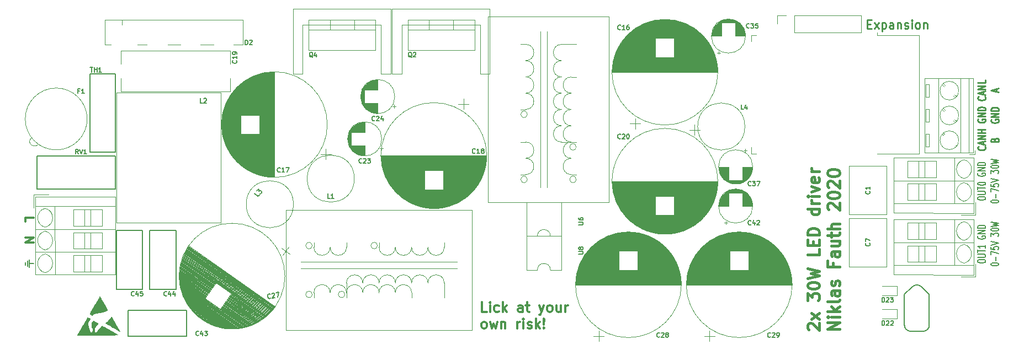
<source format=gbr>
G04 #@! TF.GenerationSoftware,KiCad,Pcbnew,5.1.4+dfsg1-1*
G04 #@! TF.CreationDate,2020-04-05T14:55:26+02:00*
G04 #@! TF.ProjectId,led-multiott,6c65642d-6d75-46c7-9469-6f74742e6b69,rev?*
G04 #@! TF.SameCoordinates,Original*
G04 #@! TF.FileFunction,Legend,Top*
G04 #@! TF.FilePolarity,Positive*
%FSLAX46Y46*%
G04 Gerber Fmt 4.6, Leading zero omitted, Abs format (unit mm)*
G04 Created by KiCad (PCBNEW 5.1.4+dfsg1-1) date 2020-04-05 14:55:26*
%MOMM*%
%LPD*%
G04 APERTURE LIST*
%ADD10C,0.400000*%
%ADD11C,0.300000*%
%ADD12C,0.200000*%
%ADD13C,0.225000*%
%ADD14C,0.250000*%
%ADD15C,0.150000*%
%ADD16C,0.120000*%
%ADD17C,0.010000*%
%ADD18C,0.127000*%
G04 APERTURE END LIST*
D10*
X220385714Y-98397142D02*
X220300000Y-98311428D01*
X220214285Y-98140000D01*
X220214285Y-97711428D01*
X220300000Y-97540000D01*
X220385714Y-97454285D01*
X220557142Y-97368571D01*
X220728571Y-97368571D01*
X220985714Y-97454285D01*
X222014285Y-98482857D01*
X222014285Y-97368571D01*
X222014285Y-96768571D02*
X220814285Y-95825714D01*
X220814285Y-96768571D02*
X222014285Y-95825714D01*
X220214285Y-93940000D02*
X220214285Y-92825714D01*
X220900000Y-93425714D01*
X220900000Y-93168571D01*
X220985714Y-92997142D01*
X221071428Y-92911428D01*
X221242857Y-92825714D01*
X221671428Y-92825714D01*
X221842857Y-92911428D01*
X221928571Y-92997142D01*
X222014285Y-93168571D01*
X222014285Y-93682857D01*
X221928571Y-93854285D01*
X221842857Y-93940000D01*
X220214285Y-91711428D02*
X220214285Y-91540000D01*
X220300000Y-91368571D01*
X220385714Y-91282857D01*
X220557142Y-91197142D01*
X220900000Y-91111428D01*
X221328571Y-91111428D01*
X221671428Y-91197142D01*
X221842857Y-91282857D01*
X221928571Y-91368571D01*
X222014285Y-91540000D01*
X222014285Y-91711428D01*
X221928571Y-91882857D01*
X221842857Y-91968571D01*
X221671428Y-92054285D01*
X221328571Y-92140000D01*
X220900000Y-92140000D01*
X220557142Y-92054285D01*
X220385714Y-91968571D01*
X220300000Y-91882857D01*
X220214285Y-91711428D01*
X220214285Y-90511428D02*
X222014285Y-90082857D01*
X220728571Y-89740000D01*
X222014285Y-89397142D01*
X220214285Y-88968571D01*
X222014285Y-86054285D02*
X222014285Y-86911428D01*
X220214285Y-86911428D01*
X221071428Y-85454285D02*
X221071428Y-84854285D01*
X222014285Y-84597142D02*
X222014285Y-85454285D01*
X220214285Y-85454285D01*
X220214285Y-84597142D01*
X222014285Y-83825714D02*
X220214285Y-83825714D01*
X220214285Y-83397142D01*
X220300000Y-83140000D01*
X220471428Y-82968571D01*
X220642857Y-82882857D01*
X220985714Y-82797142D01*
X221242857Y-82797142D01*
X221585714Y-82882857D01*
X221757142Y-82968571D01*
X221928571Y-83140000D01*
X222014285Y-83397142D01*
X222014285Y-83825714D01*
X222014285Y-79882857D02*
X220214285Y-79882857D01*
X221928571Y-79882857D02*
X222014285Y-80054285D01*
X222014285Y-80397142D01*
X221928571Y-80568571D01*
X221842857Y-80654285D01*
X221671428Y-80740000D01*
X221157142Y-80740000D01*
X220985714Y-80654285D01*
X220900000Y-80568571D01*
X220814285Y-80397142D01*
X220814285Y-80054285D01*
X220900000Y-79882857D01*
X222014285Y-79025714D02*
X220814285Y-79025714D01*
X221157142Y-79025714D02*
X220985714Y-78940000D01*
X220900000Y-78854285D01*
X220814285Y-78682857D01*
X220814285Y-78511428D01*
X222014285Y-77911428D02*
X220814285Y-77911428D01*
X220214285Y-77911428D02*
X220300000Y-77997142D01*
X220385714Y-77911428D01*
X220300000Y-77825714D01*
X220214285Y-77911428D01*
X220385714Y-77911428D01*
X220814285Y-77225714D02*
X222014285Y-76797142D01*
X220814285Y-76368571D01*
X221928571Y-74997142D02*
X222014285Y-75168571D01*
X222014285Y-75511428D01*
X221928571Y-75682857D01*
X221757142Y-75768571D01*
X221071428Y-75768571D01*
X220900000Y-75682857D01*
X220814285Y-75511428D01*
X220814285Y-75168571D01*
X220900000Y-74997142D01*
X221071428Y-74911428D01*
X221242857Y-74911428D01*
X221414285Y-75768571D01*
X222014285Y-74140000D02*
X220814285Y-74140000D01*
X221157142Y-74140000D02*
X220985714Y-74054285D01*
X220900000Y-73968571D01*
X220814285Y-73797142D01*
X220814285Y-73625714D01*
X225114285Y-98311428D02*
X223314285Y-98311428D01*
X225114285Y-97282857D01*
X223314285Y-97282857D01*
X225114285Y-96425714D02*
X223914285Y-96425714D01*
X223314285Y-96425714D02*
X223400000Y-96511428D01*
X223485714Y-96425714D01*
X223400000Y-96340000D01*
X223314285Y-96425714D01*
X223485714Y-96425714D01*
X225114285Y-95568571D02*
X223314285Y-95568571D01*
X224428571Y-95397142D02*
X225114285Y-94882857D01*
X223914285Y-94882857D02*
X224600000Y-95568571D01*
X225114285Y-93854285D02*
X225028571Y-94025714D01*
X224857142Y-94111428D01*
X223314285Y-94111428D01*
X225114285Y-92397142D02*
X224171428Y-92397142D01*
X224000000Y-92482857D01*
X223914285Y-92654285D01*
X223914285Y-92997142D01*
X224000000Y-93168571D01*
X225028571Y-92397142D02*
X225114285Y-92568571D01*
X225114285Y-92997142D01*
X225028571Y-93168571D01*
X224857142Y-93254285D01*
X224685714Y-93254285D01*
X224514285Y-93168571D01*
X224428571Y-92997142D01*
X224428571Y-92568571D01*
X224342857Y-92397142D01*
X225028571Y-91625714D02*
X225114285Y-91454285D01*
X225114285Y-91111428D01*
X225028571Y-90940000D01*
X224857142Y-90854285D01*
X224771428Y-90854285D01*
X224600000Y-90940000D01*
X224514285Y-91111428D01*
X224514285Y-91368571D01*
X224428571Y-91540000D01*
X224257142Y-91625714D01*
X224171428Y-91625714D01*
X224000000Y-91540000D01*
X223914285Y-91368571D01*
X223914285Y-91111428D01*
X224000000Y-90940000D01*
X224171428Y-88111428D02*
X224171428Y-88711428D01*
X225114285Y-88711428D02*
X223314285Y-88711428D01*
X223314285Y-87854285D01*
X225114285Y-86397142D02*
X224171428Y-86397142D01*
X224000000Y-86482857D01*
X223914285Y-86654285D01*
X223914285Y-86997142D01*
X224000000Y-87168571D01*
X225028571Y-86397142D02*
X225114285Y-86568571D01*
X225114285Y-86997142D01*
X225028571Y-87168571D01*
X224857142Y-87254285D01*
X224685714Y-87254285D01*
X224514285Y-87168571D01*
X224428571Y-86997142D01*
X224428571Y-86568571D01*
X224342857Y-86397142D01*
X223914285Y-84768571D02*
X225114285Y-84768571D01*
X223914285Y-85540000D02*
X224857142Y-85540000D01*
X225028571Y-85454285D01*
X225114285Y-85282857D01*
X225114285Y-85025714D01*
X225028571Y-84854285D01*
X224942857Y-84768571D01*
X223914285Y-84168571D02*
X223914285Y-83482857D01*
X223314285Y-83911428D02*
X224857142Y-83911428D01*
X225028571Y-83825714D01*
X225114285Y-83654285D01*
X225114285Y-83482857D01*
X225114285Y-82882857D02*
X223314285Y-82882857D01*
X225114285Y-82111428D02*
X224171428Y-82111428D01*
X224000000Y-82197142D01*
X223914285Y-82368571D01*
X223914285Y-82625714D01*
X224000000Y-82797142D01*
X224085714Y-82882857D01*
X223485714Y-79968571D02*
X223400000Y-79882857D01*
X223314285Y-79711428D01*
X223314285Y-79282857D01*
X223400000Y-79111428D01*
X223485714Y-79025714D01*
X223657142Y-78940000D01*
X223828571Y-78940000D01*
X224085714Y-79025714D01*
X225114285Y-80054285D01*
X225114285Y-78940000D01*
X223314285Y-77825714D02*
X223314285Y-77654285D01*
X223400000Y-77482857D01*
X223485714Y-77397142D01*
X223657142Y-77311428D01*
X224000000Y-77225714D01*
X224428571Y-77225714D01*
X224771428Y-77311428D01*
X224942857Y-77397142D01*
X225028571Y-77482857D01*
X225114285Y-77654285D01*
X225114285Y-77825714D01*
X225028571Y-77997142D01*
X224942857Y-78082857D01*
X224771428Y-78168571D01*
X224428571Y-78254285D01*
X224000000Y-78254285D01*
X223657142Y-78168571D01*
X223485714Y-78082857D01*
X223400000Y-77997142D01*
X223314285Y-77825714D01*
X223485714Y-76540000D02*
X223400000Y-76454285D01*
X223314285Y-76282857D01*
X223314285Y-75854285D01*
X223400000Y-75682857D01*
X223485714Y-75597142D01*
X223657142Y-75511428D01*
X223828571Y-75511428D01*
X224085714Y-75597142D01*
X225114285Y-76625714D01*
X225114285Y-75511428D01*
X223314285Y-74397142D02*
X223314285Y-74225714D01*
X223400000Y-74054285D01*
X223485714Y-73968571D01*
X223657142Y-73882857D01*
X224000000Y-73797142D01*
X224428571Y-73797142D01*
X224771428Y-73882857D01*
X224942857Y-73968571D01*
X225028571Y-74054285D01*
X225114285Y-74225714D01*
X225114285Y-74397142D01*
X225028571Y-74568571D01*
X224942857Y-74654285D01*
X224771428Y-74740000D01*
X224428571Y-74825714D01*
X224000000Y-74825714D01*
X223657142Y-74740000D01*
X223485714Y-74654285D01*
X223400000Y-74568571D01*
X223314285Y-74397142D01*
D11*
X171016428Y-95653571D02*
X170302142Y-95653571D01*
X170302142Y-94153571D01*
X171516428Y-95653571D02*
X171516428Y-94653571D01*
X171516428Y-94153571D02*
X171445000Y-94225000D01*
X171516428Y-94296428D01*
X171587857Y-94225000D01*
X171516428Y-94153571D01*
X171516428Y-94296428D01*
X172873571Y-95582142D02*
X172730714Y-95653571D01*
X172445000Y-95653571D01*
X172302142Y-95582142D01*
X172230714Y-95510714D01*
X172159285Y-95367857D01*
X172159285Y-94939285D01*
X172230714Y-94796428D01*
X172302142Y-94725000D01*
X172445000Y-94653571D01*
X172730714Y-94653571D01*
X172873571Y-94725000D01*
X173516428Y-95653571D02*
X173516428Y-94153571D01*
X173659285Y-95082142D02*
X174087857Y-95653571D01*
X174087857Y-94653571D02*
X173516428Y-95225000D01*
X176516428Y-95653571D02*
X176516428Y-94867857D01*
X176445000Y-94725000D01*
X176302142Y-94653571D01*
X176016428Y-94653571D01*
X175873571Y-94725000D01*
X176516428Y-95582142D02*
X176373571Y-95653571D01*
X176016428Y-95653571D01*
X175873571Y-95582142D01*
X175802142Y-95439285D01*
X175802142Y-95296428D01*
X175873571Y-95153571D01*
X176016428Y-95082142D01*
X176373571Y-95082142D01*
X176516428Y-95010714D01*
X177016428Y-94653571D02*
X177587857Y-94653571D01*
X177230714Y-94153571D02*
X177230714Y-95439285D01*
X177302142Y-95582142D01*
X177445000Y-95653571D01*
X177587857Y-95653571D01*
X179087857Y-94653571D02*
X179445000Y-95653571D01*
X179802142Y-94653571D02*
X179445000Y-95653571D01*
X179302142Y-96010714D01*
X179230714Y-96082142D01*
X179087857Y-96153571D01*
X180587857Y-95653571D02*
X180445000Y-95582142D01*
X180373571Y-95510714D01*
X180302142Y-95367857D01*
X180302142Y-94939285D01*
X180373571Y-94796428D01*
X180445000Y-94725000D01*
X180587857Y-94653571D01*
X180802142Y-94653571D01*
X180945000Y-94725000D01*
X181016428Y-94796428D01*
X181087857Y-94939285D01*
X181087857Y-95367857D01*
X181016428Y-95510714D01*
X180945000Y-95582142D01*
X180802142Y-95653571D01*
X180587857Y-95653571D01*
X182373571Y-94653571D02*
X182373571Y-95653571D01*
X181730714Y-94653571D02*
X181730714Y-95439285D01*
X181802142Y-95582142D01*
X181945000Y-95653571D01*
X182159285Y-95653571D01*
X182302142Y-95582142D01*
X182373571Y-95510714D01*
X183087857Y-95653571D02*
X183087857Y-94653571D01*
X183087857Y-94939285D02*
X183159285Y-94796428D01*
X183230714Y-94725000D01*
X183373571Y-94653571D01*
X183516428Y-94653571D01*
X170516428Y-98203571D02*
X170373571Y-98132142D01*
X170302142Y-98060714D01*
X170230714Y-97917857D01*
X170230714Y-97489285D01*
X170302142Y-97346428D01*
X170373571Y-97275000D01*
X170516428Y-97203571D01*
X170730714Y-97203571D01*
X170873571Y-97275000D01*
X170945000Y-97346428D01*
X171016428Y-97489285D01*
X171016428Y-97917857D01*
X170945000Y-98060714D01*
X170873571Y-98132142D01*
X170730714Y-98203571D01*
X170516428Y-98203571D01*
X171516428Y-97203571D02*
X171802142Y-98203571D01*
X172087857Y-97489285D01*
X172373571Y-98203571D01*
X172659285Y-97203571D01*
X173230714Y-97203571D02*
X173230714Y-98203571D01*
X173230714Y-97346428D02*
X173302142Y-97275000D01*
X173445000Y-97203571D01*
X173659285Y-97203571D01*
X173802142Y-97275000D01*
X173873571Y-97417857D01*
X173873571Y-98203571D01*
X175730714Y-98203571D02*
X175730714Y-97203571D01*
X175730714Y-97489285D02*
X175802142Y-97346428D01*
X175873571Y-97275000D01*
X176016428Y-97203571D01*
X176159285Y-97203571D01*
X176659285Y-98203571D02*
X176659285Y-97203571D01*
X176659285Y-96703571D02*
X176587857Y-96775000D01*
X176659285Y-96846428D01*
X176730714Y-96775000D01*
X176659285Y-96703571D01*
X176659285Y-96846428D01*
X177302142Y-98132142D02*
X177445000Y-98203571D01*
X177730714Y-98203571D01*
X177873571Y-98132142D01*
X177945000Y-97989285D01*
X177945000Y-97917857D01*
X177873571Y-97775000D01*
X177730714Y-97703571D01*
X177516428Y-97703571D01*
X177373571Y-97632142D01*
X177302142Y-97489285D01*
X177302142Y-97417857D01*
X177373571Y-97275000D01*
X177516428Y-97203571D01*
X177730714Y-97203571D01*
X177873571Y-97275000D01*
X178587857Y-98203571D02*
X178587857Y-96703571D01*
X178730714Y-97632142D02*
X179159285Y-98203571D01*
X179159285Y-97203571D02*
X178587857Y-97775000D01*
X179802142Y-98060714D02*
X179873571Y-98132142D01*
X179802142Y-98203571D01*
X179730714Y-98132142D01*
X179802142Y-98060714D01*
X179802142Y-98203571D01*
X179802142Y-97632142D02*
X179730714Y-96775000D01*
X179802142Y-96703571D01*
X179873571Y-96775000D01*
X179802142Y-97632142D01*
X179802142Y-96703571D01*
D12*
X246342857Y-78304761D02*
X246342857Y-78152380D01*
X246400000Y-78076190D01*
X246514285Y-78000000D01*
X246742857Y-77961904D01*
X247142857Y-77961904D01*
X247371428Y-78000000D01*
X247485714Y-78076190D01*
X247542857Y-78152380D01*
X247542857Y-78304761D01*
X247485714Y-78380952D01*
X247371428Y-78457142D01*
X247142857Y-78495238D01*
X246742857Y-78495238D01*
X246514285Y-78457142D01*
X246400000Y-78380952D01*
X246342857Y-78304761D01*
X246342857Y-77619047D02*
X247314285Y-77619047D01*
X247428571Y-77580952D01*
X247485714Y-77542857D01*
X247542857Y-77466666D01*
X247542857Y-77314285D01*
X247485714Y-77238095D01*
X247428571Y-77200000D01*
X247314285Y-77161904D01*
X246342857Y-77161904D01*
X246342857Y-76895238D02*
X246342857Y-76438095D01*
X247542857Y-76666666D02*
X246342857Y-76666666D01*
X246342857Y-76019047D02*
X246342857Y-75942857D01*
X246400000Y-75866666D01*
X246457142Y-75828571D01*
X246571428Y-75790476D01*
X246800000Y-75752380D01*
X247085714Y-75752380D01*
X247314285Y-75790476D01*
X247428571Y-75828571D01*
X247485714Y-75866666D01*
X247542857Y-75942857D01*
X247542857Y-76019047D01*
X247485714Y-76095238D01*
X247428571Y-76133333D01*
X247314285Y-76171428D01*
X247085714Y-76209523D01*
X246800000Y-76209523D01*
X246571428Y-76171428D01*
X246457142Y-76133333D01*
X246400000Y-76095238D01*
X246342857Y-76019047D01*
X246400000Y-74380952D02*
X246342857Y-74457142D01*
X246342857Y-74571428D01*
X246400000Y-74685714D01*
X246514285Y-74761904D01*
X246628571Y-74800000D01*
X246857142Y-74838095D01*
X247028571Y-74838095D01*
X247257142Y-74800000D01*
X247371428Y-74761904D01*
X247485714Y-74685714D01*
X247542857Y-74571428D01*
X247542857Y-74495238D01*
X247485714Y-74380952D01*
X247428571Y-74342857D01*
X247028571Y-74342857D01*
X247028571Y-74495238D01*
X247542857Y-74000000D02*
X246342857Y-74000000D01*
X247542857Y-73542857D01*
X246342857Y-73542857D01*
X247542857Y-73161904D02*
X246342857Y-73161904D01*
X246342857Y-72971428D01*
X246400000Y-72857142D01*
X246514285Y-72780952D01*
X246628571Y-72742857D01*
X246857142Y-72704761D01*
X247028571Y-72704761D01*
X247257142Y-72742857D01*
X247371428Y-72780952D01*
X247485714Y-72857142D01*
X247542857Y-72971428D01*
X247542857Y-73161904D01*
X248342857Y-78761904D02*
X248342857Y-78685714D01*
X248400000Y-78609523D01*
X248457142Y-78571428D01*
X248571428Y-78533333D01*
X248800000Y-78495238D01*
X249085714Y-78495238D01*
X249314285Y-78533333D01*
X249428571Y-78571428D01*
X249485714Y-78609523D01*
X249542857Y-78685714D01*
X249542857Y-78761904D01*
X249485714Y-78838095D01*
X249428571Y-78876190D01*
X249314285Y-78914285D01*
X249085714Y-78952380D01*
X248800000Y-78952380D01*
X248571428Y-78914285D01*
X248457142Y-78876190D01*
X248400000Y-78838095D01*
X248342857Y-78761904D01*
X249085714Y-78152380D02*
X249085714Y-77542857D01*
X248342857Y-77238095D02*
X248342857Y-76704761D01*
X249542857Y-77047619D01*
X248342857Y-76019047D02*
X248342857Y-76400000D01*
X248914285Y-76438095D01*
X248857142Y-76400000D01*
X248800000Y-76323809D01*
X248800000Y-76133333D01*
X248857142Y-76057142D01*
X248914285Y-76019047D01*
X249028571Y-75980952D01*
X249314285Y-75980952D01*
X249428571Y-76019047D01*
X249485714Y-76057142D01*
X249542857Y-76133333D01*
X249542857Y-76323809D01*
X249485714Y-76400000D01*
X249428571Y-76438095D01*
X248342857Y-75752380D02*
X249542857Y-75485714D01*
X248342857Y-75219047D01*
X248342857Y-74419047D02*
X248342857Y-73923809D01*
X248800000Y-74190476D01*
X248800000Y-74076190D01*
X248857142Y-74000000D01*
X248914285Y-73961904D01*
X249028571Y-73923809D01*
X249314285Y-73923809D01*
X249428571Y-73961904D01*
X249485714Y-74000000D01*
X249542857Y-74076190D01*
X249542857Y-74304761D01*
X249485714Y-74380952D01*
X249428571Y-74419047D01*
X248342857Y-73428571D02*
X248342857Y-73352380D01*
X248400000Y-73276190D01*
X248457142Y-73238095D01*
X248571428Y-73200000D01*
X248800000Y-73161904D01*
X249085714Y-73161904D01*
X249314285Y-73200000D01*
X249428571Y-73238095D01*
X249485714Y-73276190D01*
X249542857Y-73352380D01*
X249542857Y-73428571D01*
X249485714Y-73504761D01*
X249428571Y-73542857D01*
X249314285Y-73580952D01*
X249085714Y-73619047D01*
X248800000Y-73619047D01*
X248571428Y-73580952D01*
X248457142Y-73542857D01*
X248400000Y-73504761D01*
X248342857Y-73428571D01*
X248342857Y-72895238D02*
X249542857Y-72704761D01*
X248685714Y-72552380D01*
X249542857Y-72400000D01*
X248342857Y-72209523D01*
X246342857Y-87954761D02*
X246342857Y-87802380D01*
X246400000Y-87726190D01*
X246514285Y-87650000D01*
X246742857Y-87611904D01*
X247142857Y-87611904D01*
X247371428Y-87650000D01*
X247485714Y-87726190D01*
X247542857Y-87802380D01*
X247542857Y-87954761D01*
X247485714Y-88030952D01*
X247371428Y-88107142D01*
X247142857Y-88145238D01*
X246742857Y-88145238D01*
X246514285Y-88107142D01*
X246400000Y-88030952D01*
X246342857Y-87954761D01*
X246342857Y-87269047D02*
X247314285Y-87269047D01*
X247428571Y-87230952D01*
X247485714Y-87192857D01*
X247542857Y-87116666D01*
X247542857Y-86964285D01*
X247485714Y-86888095D01*
X247428571Y-86850000D01*
X247314285Y-86811904D01*
X246342857Y-86811904D01*
X246342857Y-86545238D02*
X246342857Y-86088095D01*
X247542857Y-86316666D02*
X246342857Y-86316666D01*
X247542857Y-85402380D02*
X247542857Y-85859523D01*
X247542857Y-85630952D02*
X246342857Y-85630952D01*
X246514285Y-85707142D01*
X246628571Y-85783333D01*
X246685714Y-85859523D01*
X246400000Y-84030952D02*
X246342857Y-84107142D01*
X246342857Y-84221428D01*
X246400000Y-84335714D01*
X246514285Y-84411904D01*
X246628571Y-84450000D01*
X246857142Y-84488095D01*
X247028571Y-84488095D01*
X247257142Y-84450000D01*
X247371428Y-84411904D01*
X247485714Y-84335714D01*
X247542857Y-84221428D01*
X247542857Y-84145238D01*
X247485714Y-84030952D01*
X247428571Y-83992857D01*
X247028571Y-83992857D01*
X247028571Y-84145238D01*
X247542857Y-83650000D02*
X246342857Y-83650000D01*
X247542857Y-83192857D01*
X246342857Y-83192857D01*
X247542857Y-82811904D02*
X246342857Y-82811904D01*
X246342857Y-82621428D01*
X246400000Y-82507142D01*
X246514285Y-82430952D01*
X246628571Y-82392857D01*
X246857142Y-82354761D01*
X247028571Y-82354761D01*
X247257142Y-82392857D01*
X247371428Y-82430952D01*
X247485714Y-82507142D01*
X247542857Y-82621428D01*
X247542857Y-82811904D01*
X248342857Y-88411904D02*
X248342857Y-88335714D01*
X248400000Y-88259523D01*
X248457142Y-88221428D01*
X248571428Y-88183333D01*
X248800000Y-88145238D01*
X249085714Y-88145238D01*
X249314285Y-88183333D01*
X249428571Y-88221428D01*
X249485714Y-88259523D01*
X249542857Y-88335714D01*
X249542857Y-88411904D01*
X249485714Y-88488095D01*
X249428571Y-88526190D01*
X249314285Y-88564285D01*
X249085714Y-88602380D01*
X248800000Y-88602380D01*
X248571428Y-88564285D01*
X248457142Y-88526190D01*
X248400000Y-88488095D01*
X248342857Y-88411904D01*
X249085714Y-87802380D02*
X249085714Y-87192857D01*
X248342857Y-86888095D02*
X248342857Y-86354761D01*
X249542857Y-86697619D01*
X248342857Y-85669047D02*
X248342857Y-86050000D01*
X248914285Y-86088095D01*
X248857142Y-86050000D01*
X248800000Y-85973809D01*
X248800000Y-85783333D01*
X248857142Y-85707142D01*
X248914285Y-85669047D01*
X249028571Y-85630952D01*
X249314285Y-85630952D01*
X249428571Y-85669047D01*
X249485714Y-85707142D01*
X249542857Y-85783333D01*
X249542857Y-85973809D01*
X249485714Y-86050000D01*
X249428571Y-86088095D01*
X248342857Y-85402380D02*
X249542857Y-85135714D01*
X248342857Y-84869047D01*
X248342857Y-84069047D02*
X248342857Y-83573809D01*
X248800000Y-83840476D01*
X248800000Y-83726190D01*
X248857142Y-83650000D01*
X248914285Y-83611904D01*
X249028571Y-83573809D01*
X249314285Y-83573809D01*
X249428571Y-83611904D01*
X249485714Y-83650000D01*
X249542857Y-83726190D01*
X249542857Y-83954761D01*
X249485714Y-84030952D01*
X249428571Y-84069047D01*
X248342857Y-83078571D02*
X248342857Y-83002380D01*
X248400000Y-82926190D01*
X248457142Y-82888095D01*
X248571428Y-82850000D01*
X248800000Y-82811904D01*
X249085714Y-82811904D01*
X249314285Y-82850000D01*
X249428571Y-82888095D01*
X249485714Y-82926190D01*
X249542857Y-83002380D01*
X249542857Y-83078571D01*
X249485714Y-83154761D01*
X249428571Y-83192857D01*
X249314285Y-83230952D01*
X249085714Y-83269047D01*
X248800000Y-83269047D01*
X248571428Y-83230952D01*
X248457142Y-83192857D01*
X248400000Y-83154761D01*
X248342857Y-83078571D01*
X248342857Y-82545238D02*
X249542857Y-82354761D01*
X248685714Y-82202380D01*
X249542857Y-82050000D01*
X248342857Y-81859523D01*
D13*
X247416071Y-70278571D02*
X247473214Y-70321428D01*
X247530357Y-70450000D01*
X247530357Y-70535714D01*
X247473214Y-70664285D01*
X247358928Y-70750000D01*
X247244642Y-70792857D01*
X247016071Y-70835714D01*
X246844642Y-70835714D01*
X246616071Y-70792857D01*
X246501785Y-70750000D01*
X246387500Y-70664285D01*
X246330357Y-70535714D01*
X246330357Y-70450000D01*
X246387500Y-70321428D01*
X246444642Y-70278571D01*
X247187500Y-69935714D02*
X247187500Y-69507142D01*
X247530357Y-70021428D02*
X246330357Y-69721428D01*
X247530357Y-69421428D01*
X247530357Y-69121428D02*
X246330357Y-69121428D01*
X247530357Y-68607142D01*
X246330357Y-68607142D01*
X247530357Y-68178571D02*
X246330357Y-68178571D01*
X246901785Y-68178571D02*
X246901785Y-67664285D01*
X247530357Y-67664285D02*
X246330357Y-67664285D01*
X246387500Y-66078571D02*
X246330357Y-66164285D01*
X246330357Y-66292857D01*
X246387500Y-66421428D01*
X246501785Y-66507142D01*
X246616071Y-66550000D01*
X246844642Y-66592857D01*
X247016071Y-66592857D01*
X247244642Y-66550000D01*
X247358928Y-66507142D01*
X247473214Y-66421428D01*
X247530357Y-66292857D01*
X247530357Y-66207142D01*
X247473214Y-66078571D01*
X247416071Y-66035714D01*
X247016071Y-66035714D01*
X247016071Y-66207142D01*
X247530357Y-65650000D02*
X246330357Y-65650000D01*
X247530357Y-65135714D01*
X246330357Y-65135714D01*
X247530357Y-64707142D02*
X246330357Y-64707142D01*
X246330357Y-64492857D01*
X246387500Y-64364285D01*
X246501785Y-64278571D01*
X246616071Y-64235714D01*
X246844642Y-64192857D01*
X247016071Y-64192857D01*
X247244642Y-64235714D01*
X247358928Y-64278571D01*
X247473214Y-64364285D01*
X247530357Y-64492857D01*
X247530357Y-64707142D01*
X247416071Y-62607142D02*
X247473214Y-62650000D01*
X247530357Y-62778571D01*
X247530357Y-62864285D01*
X247473214Y-62992857D01*
X247358928Y-63078571D01*
X247244642Y-63121428D01*
X247016071Y-63164285D01*
X246844642Y-63164285D01*
X246616071Y-63121428D01*
X246501785Y-63078571D01*
X246387500Y-62992857D01*
X246330357Y-62864285D01*
X246330357Y-62778571D01*
X246387500Y-62650000D01*
X246444642Y-62607142D01*
X247187500Y-62264285D02*
X247187500Y-61835714D01*
X247530357Y-62350000D02*
X246330357Y-62050000D01*
X247530357Y-61750000D01*
X247530357Y-61450000D02*
X246330357Y-61450000D01*
X247530357Y-60935714D01*
X246330357Y-60935714D01*
X247530357Y-60078571D02*
X247530357Y-60507142D01*
X246330357Y-60507142D01*
X248926785Y-69250000D02*
X248983928Y-69121428D01*
X249041071Y-69078571D01*
X249155357Y-69035714D01*
X249326785Y-69035714D01*
X249441071Y-69078571D01*
X249498214Y-69121428D01*
X249555357Y-69207142D01*
X249555357Y-69550000D01*
X248355357Y-69550000D01*
X248355357Y-69250000D01*
X248412500Y-69164285D01*
X248469642Y-69121428D01*
X248583928Y-69078571D01*
X248698214Y-69078571D01*
X248812500Y-69121428D01*
X248869642Y-69164285D01*
X248926785Y-69250000D01*
X248926785Y-69550000D01*
X248412500Y-66121428D02*
X248355357Y-66207142D01*
X248355357Y-66335714D01*
X248412500Y-66464285D01*
X248526785Y-66550000D01*
X248641071Y-66592857D01*
X248869642Y-66635714D01*
X249041071Y-66635714D01*
X249269642Y-66592857D01*
X249383928Y-66550000D01*
X249498214Y-66464285D01*
X249555357Y-66335714D01*
X249555357Y-66250000D01*
X249498214Y-66121428D01*
X249441071Y-66078571D01*
X249041071Y-66078571D01*
X249041071Y-66250000D01*
X249555357Y-65692857D02*
X248355357Y-65692857D01*
X249555357Y-65178571D01*
X248355357Y-65178571D01*
X249555357Y-64750000D02*
X248355357Y-64750000D01*
X248355357Y-64535714D01*
X248412500Y-64407142D01*
X248526785Y-64321428D01*
X248641071Y-64278571D01*
X248869642Y-64235714D01*
X249041071Y-64235714D01*
X249269642Y-64278571D01*
X249383928Y-64321428D01*
X249498214Y-64407142D01*
X249555357Y-64535714D01*
X249555357Y-64750000D01*
X249212500Y-61835714D02*
X249212500Y-61407142D01*
X249555357Y-61921428D02*
X248355357Y-61621428D01*
X249555357Y-61321428D01*
D14*
X229419047Y-51457142D02*
X229852380Y-51457142D01*
X230038095Y-52138095D02*
X229419047Y-52138095D01*
X229419047Y-50838095D01*
X230038095Y-50838095D01*
X230471428Y-52138095D02*
X231152380Y-51271428D01*
X230471428Y-51271428D02*
X231152380Y-52138095D01*
X231647619Y-51271428D02*
X231647619Y-52571428D01*
X231647619Y-51333333D02*
X231771428Y-51271428D01*
X232019047Y-51271428D01*
X232142857Y-51333333D01*
X232204761Y-51395238D01*
X232266666Y-51519047D01*
X232266666Y-51890476D01*
X232204761Y-52014285D01*
X232142857Y-52076190D01*
X232019047Y-52138095D01*
X231771428Y-52138095D01*
X231647619Y-52076190D01*
X233380952Y-52138095D02*
X233380952Y-51457142D01*
X233319047Y-51333333D01*
X233195238Y-51271428D01*
X232947619Y-51271428D01*
X232823809Y-51333333D01*
X233380952Y-52076190D02*
X233257142Y-52138095D01*
X232947619Y-52138095D01*
X232823809Y-52076190D01*
X232761904Y-51952380D01*
X232761904Y-51828571D01*
X232823809Y-51704761D01*
X232947619Y-51642857D01*
X233257142Y-51642857D01*
X233380952Y-51580952D01*
X234000000Y-51271428D02*
X234000000Y-52138095D01*
X234000000Y-51395238D02*
X234061904Y-51333333D01*
X234185714Y-51271428D01*
X234371428Y-51271428D01*
X234495238Y-51333333D01*
X234557142Y-51457142D01*
X234557142Y-52138095D01*
X235114285Y-52076190D02*
X235238095Y-52138095D01*
X235485714Y-52138095D01*
X235609523Y-52076190D01*
X235671428Y-51952380D01*
X235671428Y-51890476D01*
X235609523Y-51766666D01*
X235485714Y-51704761D01*
X235300000Y-51704761D01*
X235176190Y-51642857D01*
X235114285Y-51519047D01*
X235114285Y-51457142D01*
X235176190Y-51333333D01*
X235300000Y-51271428D01*
X235485714Y-51271428D01*
X235609523Y-51333333D01*
X236228571Y-52138095D02*
X236228571Y-51271428D01*
X236228571Y-50838095D02*
X236166666Y-50900000D01*
X236228571Y-50961904D01*
X236290476Y-50900000D01*
X236228571Y-50838095D01*
X236228571Y-50961904D01*
X237033333Y-52138095D02*
X236909523Y-52076190D01*
X236847619Y-52014285D01*
X236785714Y-51890476D01*
X236785714Y-51519047D01*
X236847619Y-51395238D01*
X236909523Y-51333333D01*
X237033333Y-51271428D01*
X237219047Y-51271428D01*
X237342857Y-51333333D01*
X237404761Y-51395238D01*
X237466666Y-51519047D01*
X237466666Y-51890476D01*
X237404761Y-52014285D01*
X237342857Y-52076190D01*
X237219047Y-52138095D01*
X237033333Y-52138095D01*
X238023809Y-51271428D02*
X238023809Y-52138095D01*
X238023809Y-51395238D02*
X238085714Y-51333333D01*
X238209523Y-51271428D01*
X238395238Y-51271428D01*
X238519047Y-51333333D01*
X238580952Y-51457142D01*
X238580952Y-52138095D01*
D15*
X100900000Y-87650000D02*
X100900000Y-88850000D01*
X101500000Y-88250000D02*
X100900000Y-88250000D01*
X100600000Y-87850000D02*
X100600000Y-88650000D01*
X100300000Y-88050000D02*
X100300000Y-88450000D01*
D11*
X100261904Y-81830952D02*
X100261904Y-81211904D01*
X101561904Y-81211904D01*
X100261904Y-84245238D02*
X101561904Y-84245238D01*
X100261904Y-84988095D01*
X101561904Y-84988095D01*
D16*
X156300000Y-59100000D02*
X154800000Y-59100000D01*
X142800000Y-59100000D02*
X141300000Y-59100000D01*
X156300000Y-49100000D02*
X156300000Y-59100000D01*
X141300000Y-49100000D02*
X156300000Y-49100000D01*
X142800000Y-51600000D02*
X142800000Y-59100000D01*
X154800000Y-59100000D02*
X154800000Y-51600000D01*
X141300000Y-59100000D02*
X141300000Y-49100000D01*
X154800000Y-51600000D02*
X142800000Y-51600000D01*
X171500000Y-59100000D02*
X170000000Y-59100000D01*
X158000000Y-59100000D02*
X156500000Y-59100000D01*
X171500000Y-49100000D02*
X171500000Y-59100000D01*
X156500000Y-49100000D02*
X171500000Y-49100000D01*
X158000000Y-51600000D02*
X158000000Y-59100000D01*
X170000000Y-59100000D02*
X170000000Y-51600000D01*
X156500000Y-59100000D02*
X156500000Y-49100000D01*
X170000000Y-51600000D02*
X158000000Y-51600000D01*
D17*
G36*
X111664043Y-93335835D02*
G01*
X111687065Y-93373245D01*
X111722534Y-93432514D01*
X111768996Y-93511118D01*
X111824996Y-93606538D01*
X111889081Y-93716250D01*
X111959796Y-93837734D01*
X112035687Y-93968468D01*
X112115299Y-94105930D01*
X112197178Y-94247598D01*
X112279870Y-94390951D01*
X112361921Y-94533467D01*
X112441876Y-94672624D01*
X112518281Y-94805901D01*
X112589682Y-94930776D01*
X112654624Y-95044727D01*
X112711653Y-95145233D01*
X112759315Y-95229772D01*
X112796155Y-95295822D01*
X112820720Y-95340862D01*
X112831554Y-95362370D01*
X112831951Y-95363714D01*
X112818501Y-95381965D01*
X112781114Y-95409882D01*
X112724235Y-95444725D01*
X112652312Y-95483754D01*
X112577015Y-95520843D01*
X112474560Y-95565817D01*
X112366817Y-95606226D01*
X112250073Y-95642969D01*
X112120618Y-95676942D01*
X111974740Y-95709044D01*
X111808726Y-95740173D01*
X111618866Y-95771227D01*
X111422469Y-95800145D01*
X111251834Y-95825800D01*
X111108545Y-95851198D01*
X110989008Y-95877602D01*
X110889630Y-95906273D01*
X110806818Y-95938473D01*
X110736978Y-95975465D01*
X110676518Y-96018512D01*
X110621845Y-96068875D01*
X110604214Y-96087583D01*
X110566000Y-96131139D01*
X110537732Y-96166682D01*
X110524618Y-96187583D01*
X110524268Y-96189297D01*
X110519680Y-96199806D01*
X110503758Y-96199924D01*
X110473266Y-96188254D01*
X110424968Y-96163396D01*
X110355627Y-96123952D01*
X110307439Y-96095587D01*
X110235583Y-96051247D01*
X110179742Y-96013279D01*
X110143667Y-95984416D01*
X110131113Y-95967388D01*
X110131121Y-95967264D01*
X110138906Y-95951037D01*
X110160892Y-95910400D01*
X110195803Y-95847567D01*
X110242363Y-95764752D01*
X110299295Y-95664172D01*
X110365323Y-95548040D01*
X110439172Y-95418571D01*
X110519564Y-95277980D01*
X110605224Y-95128482D01*
X110694876Y-94972292D01*
X110787243Y-94811624D01*
X110881049Y-94648693D01*
X110975018Y-94485713D01*
X111067874Y-94324900D01*
X111158340Y-94168468D01*
X111245141Y-94018633D01*
X111327000Y-93877608D01*
X111402641Y-93747609D01*
X111470787Y-93630849D01*
X111530163Y-93529545D01*
X111579493Y-93445911D01*
X111617500Y-93382162D01*
X111642907Y-93340511D01*
X111654440Y-93323175D01*
X111654923Y-93322805D01*
X111664043Y-93335835D01*
X111664043Y-93335835D01*
G37*
X111664043Y-93335835D02*
X111687065Y-93373245D01*
X111722534Y-93432514D01*
X111768996Y-93511118D01*
X111824996Y-93606538D01*
X111889081Y-93716250D01*
X111959796Y-93837734D01*
X112035687Y-93968468D01*
X112115299Y-94105930D01*
X112197178Y-94247598D01*
X112279870Y-94390951D01*
X112361921Y-94533467D01*
X112441876Y-94672624D01*
X112518281Y-94805901D01*
X112589682Y-94930776D01*
X112654624Y-95044727D01*
X112711653Y-95145233D01*
X112759315Y-95229772D01*
X112796155Y-95295822D01*
X112820720Y-95340862D01*
X112831554Y-95362370D01*
X112831951Y-95363714D01*
X112818501Y-95381965D01*
X112781114Y-95409882D01*
X112724235Y-95444725D01*
X112652312Y-95483754D01*
X112577015Y-95520843D01*
X112474560Y-95565817D01*
X112366817Y-95606226D01*
X112250073Y-95642969D01*
X112120618Y-95676942D01*
X111974740Y-95709044D01*
X111808726Y-95740173D01*
X111618866Y-95771227D01*
X111422469Y-95800145D01*
X111251834Y-95825800D01*
X111108545Y-95851198D01*
X110989008Y-95877602D01*
X110889630Y-95906273D01*
X110806818Y-95938473D01*
X110736978Y-95975465D01*
X110676518Y-96018512D01*
X110621845Y-96068875D01*
X110604214Y-96087583D01*
X110566000Y-96131139D01*
X110537732Y-96166682D01*
X110524618Y-96187583D01*
X110524268Y-96189297D01*
X110519680Y-96199806D01*
X110503758Y-96199924D01*
X110473266Y-96188254D01*
X110424968Y-96163396D01*
X110355627Y-96123952D01*
X110307439Y-96095587D01*
X110235583Y-96051247D01*
X110179742Y-96013279D01*
X110143667Y-95984416D01*
X110131113Y-95967388D01*
X110131121Y-95967264D01*
X110138906Y-95951037D01*
X110160892Y-95910400D01*
X110195803Y-95847567D01*
X110242363Y-95764752D01*
X110299295Y-95664172D01*
X110365323Y-95548040D01*
X110439172Y-95418571D01*
X110519564Y-95277980D01*
X110605224Y-95128482D01*
X110694876Y-94972292D01*
X110787243Y-94811624D01*
X110881049Y-94648693D01*
X110975018Y-94485713D01*
X111067874Y-94324900D01*
X111158340Y-94168468D01*
X111245141Y-94018633D01*
X111327000Y-93877608D01*
X111402641Y-93747609D01*
X111470787Y-93630849D01*
X111530163Y-93529545D01*
X111579493Y-93445911D01*
X111617500Y-93382162D01*
X111642907Y-93340511D01*
X111654440Y-93323175D01*
X111654923Y-93322805D01*
X111664043Y-93335835D01*
G36*
X113487528Y-96484619D02*
G01*
X113498908Y-96503693D01*
X113524488Y-96547421D01*
X113563002Y-96613619D01*
X113613186Y-96700102D01*
X113673775Y-96804685D01*
X113743503Y-96925183D01*
X113821107Y-97059412D01*
X113905320Y-97205187D01*
X113994879Y-97360323D01*
X114086998Y-97520000D01*
X114181076Y-97683117D01*
X114271402Y-97839709D01*
X114356665Y-97987506D01*
X114435557Y-98124240D01*
X114506769Y-98247642D01*
X114568991Y-98355444D01*
X114620913Y-98445377D01*
X114661228Y-98515173D01*
X114688624Y-98562564D01*
X114701507Y-98584786D01*
X114722507Y-98622330D01*
X114733925Y-98645831D01*
X114734551Y-98649920D01*
X114720636Y-98642242D01*
X114681941Y-98620203D01*
X114620487Y-98584971D01*
X114538298Y-98537711D01*
X114437396Y-98479589D01*
X114319805Y-98411771D01*
X114187546Y-98335424D01*
X114042642Y-98251714D01*
X113887117Y-98161806D01*
X113722992Y-98066867D01*
X113660549Y-98030732D01*
X113493487Y-97934083D01*
X113334074Y-97841938D01*
X113184355Y-97755475D01*
X113046376Y-97675871D01*
X112922185Y-97604305D01*
X112813827Y-97541955D01*
X112723348Y-97489998D01*
X112652796Y-97449613D01*
X112604215Y-97421978D01*
X112579654Y-97408272D01*
X112577085Y-97406974D01*
X112584569Y-97395220D01*
X112610614Y-97363795D01*
X112652559Y-97315594D01*
X112707746Y-97253510D01*
X112773517Y-97180439D01*
X112847212Y-97099276D01*
X112926173Y-97012916D01*
X113007740Y-96924253D01*
X113089254Y-96836182D01*
X113168057Y-96751599D01*
X113241490Y-96673397D01*
X113306893Y-96604472D01*
X113361608Y-96547719D01*
X113402977Y-96506032D01*
X113417164Y-96492363D01*
X113464180Y-96448201D01*
X113487528Y-96484619D01*
X113487528Y-96484619D01*
G37*
X113487528Y-96484619D02*
X113498908Y-96503693D01*
X113524488Y-96547421D01*
X113563002Y-96613619D01*
X113613186Y-96700102D01*
X113673775Y-96804685D01*
X113743503Y-96925183D01*
X113821107Y-97059412D01*
X113905320Y-97205187D01*
X113994879Y-97360323D01*
X114086998Y-97520000D01*
X114181076Y-97683117D01*
X114271402Y-97839709D01*
X114356665Y-97987506D01*
X114435557Y-98124240D01*
X114506769Y-98247642D01*
X114568991Y-98355444D01*
X114620913Y-98445377D01*
X114661228Y-98515173D01*
X114688624Y-98562564D01*
X114701507Y-98584786D01*
X114722507Y-98622330D01*
X114733925Y-98645831D01*
X114734551Y-98649920D01*
X114720636Y-98642242D01*
X114681941Y-98620203D01*
X114620487Y-98584971D01*
X114538298Y-98537711D01*
X114437396Y-98479589D01*
X114319805Y-98411771D01*
X114187546Y-98335424D01*
X114042642Y-98251714D01*
X113887117Y-98161806D01*
X113722992Y-98066867D01*
X113660549Y-98030732D01*
X113493487Y-97934083D01*
X113334074Y-97841938D01*
X113184355Y-97755475D01*
X113046376Y-97675871D01*
X112922185Y-97604305D01*
X112813827Y-97541955D01*
X112723348Y-97489998D01*
X112652796Y-97449613D01*
X112604215Y-97421978D01*
X112579654Y-97408272D01*
X112577085Y-97406974D01*
X112584569Y-97395220D01*
X112610614Y-97363795D01*
X112652559Y-97315594D01*
X112707746Y-97253510D01*
X112773517Y-97180439D01*
X112847212Y-97099276D01*
X112926173Y-97012916D01*
X113007740Y-96924253D01*
X113089254Y-96836182D01*
X113168057Y-96751599D01*
X113241490Y-96673397D01*
X113306893Y-96604472D01*
X113361608Y-96547719D01*
X113402977Y-96506032D01*
X113417164Y-96492363D01*
X113464180Y-96448201D01*
X113487528Y-96484619D01*
G36*
X109822094Y-96541158D02*
G01*
X109854619Y-96553736D01*
X109904193Y-96578712D01*
X109975374Y-96617876D01*
X109980916Y-96620988D01*
X110046474Y-96658476D01*
X110101798Y-96691319D01*
X110141455Y-96716205D01*
X110160012Y-96729820D01*
X110160531Y-96730487D01*
X110156048Y-96749390D01*
X110135486Y-96791605D01*
X110100183Y-96854832D01*
X110051480Y-96936772D01*
X109990718Y-97035122D01*
X109919236Y-97147585D01*
X109901445Y-97175165D01*
X109855093Y-97251699D01*
X109821342Y-97317556D01*
X109803153Y-97366782D01*
X109801286Y-97376507D01*
X109802115Y-97419312D01*
X109811394Y-97487209D01*
X109827968Y-97575843D01*
X109850680Y-97680859D01*
X109878373Y-97797902D01*
X109909890Y-97922616D01*
X109944075Y-98050645D01*
X109979771Y-98177634D01*
X110015821Y-98299228D01*
X110051068Y-98411072D01*
X110084356Y-98508810D01*
X110114528Y-98588087D01*
X110135561Y-98635122D01*
X110160337Y-98685225D01*
X110183730Y-98733168D01*
X110184997Y-98735793D01*
X110223699Y-98784220D01*
X110280184Y-98816828D01*
X110345939Y-98832454D01*
X110412451Y-98829937D01*
X110471205Y-98808114D01*
X110504258Y-98779382D01*
X110551859Y-98700583D01*
X110586739Y-98602378D01*
X110605877Y-98494779D01*
X110608588Y-98433780D01*
X110597670Y-98319935D01*
X110565624Y-98225660D01*
X110510726Y-98146379D01*
X110493607Y-98128733D01*
X110442661Y-98079235D01*
X110439163Y-97729362D01*
X110435664Y-97379489D01*
X110524818Y-97244531D01*
X110566654Y-97183445D01*
X110606945Y-97128493D01*
X110639943Y-97087336D01*
X110654126Y-97072192D01*
X110694281Y-97034810D01*
X110748665Y-97064098D01*
X110783039Y-97085084D01*
X110801846Y-97101378D01*
X110803049Y-97104307D01*
X110815903Y-97116728D01*
X110837896Y-97125977D01*
X110859150Y-97134313D01*
X110891694Y-97150149D01*
X110938322Y-97175033D01*
X111001829Y-97210509D01*
X111085008Y-97258123D01*
X111190653Y-97319422D01*
X111248062Y-97352932D01*
X111315594Y-97393071D01*
X111359885Y-97421659D01*
X111384855Y-97442039D01*
X111394423Y-97457553D01*
X111392508Y-97471546D01*
X111390911Y-97474796D01*
X111375376Y-97495266D01*
X111342136Y-97533665D01*
X111295062Y-97585696D01*
X111238028Y-97647066D01*
X111188700Y-97699090D01*
X111075030Y-97822567D01*
X110986105Y-97929591D01*
X110921134Y-98021240D01*
X110879321Y-98098588D01*
X110865217Y-98137866D01*
X110859392Y-98172249D01*
X110853375Y-98230899D01*
X110847696Y-98307117D01*
X110842884Y-98394202D01*
X110840619Y-98449268D01*
X110837459Y-98544464D01*
X110836069Y-98614062D01*
X110836858Y-98663409D01*
X110840235Y-98697854D01*
X110846608Y-98722743D01*
X110856387Y-98743425D01*
X110864067Y-98756053D01*
X110908421Y-98804726D01*
X110965574Y-98838645D01*
X111025708Y-98853438D01*
X111070773Y-98848086D01*
X111111576Y-98824930D01*
X111162724Y-98783462D01*
X111217042Y-98730912D01*
X111267357Y-98674516D01*
X111306494Y-98621505D01*
X111320905Y-98595889D01*
X111342491Y-98560814D01*
X111381753Y-98507389D01*
X111435102Y-98439789D01*
X111498952Y-98362190D01*
X111569715Y-98278768D01*
X111643804Y-98193698D01*
X111717632Y-98111155D01*
X111787611Y-98035316D01*
X111850155Y-97970356D01*
X111899260Y-97922669D01*
X111953779Y-97875032D01*
X111999642Y-97839908D01*
X112031811Y-97820949D01*
X112042489Y-97818864D01*
X112058853Y-97827274D01*
X112099671Y-97849846D01*
X112162586Y-97885224D01*
X112245244Y-97932054D01*
X112345289Y-97988981D01*
X112460366Y-98054649D01*
X112588119Y-98127703D01*
X112726194Y-98206788D01*
X112872234Y-98290548D01*
X113023884Y-98377629D01*
X113178790Y-98466676D01*
X113334595Y-98556332D01*
X113488944Y-98645243D01*
X113639482Y-98732054D01*
X113783854Y-98815409D01*
X113919704Y-98893954D01*
X114044677Y-98966333D01*
X114156417Y-99031190D01*
X114252570Y-99087171D01*
X114330779Y-99132920D01*
X114388689Y-99167083D01*
X114423946Y-99188304D01*
X114434165Y-99194963D01*
X114420402Y-99196280D01*
X114377104Y-99197559D01*
X114305714Y-99198796D01*
X114207673Y-99199983D01*
X114084422Y-99201115D01*
X113937403Y-99202186D01*
X113768057Y-99203189D01*
X113577826Y-99204119D01*
X113368151Y-99204968D01*
X113140473Y-99205732D01*
X112896235Y-99206403D01*
X112636877Y-99206976D01*
X112363841Y-99207444D01*
X112078568Y-99207802D01*
X111782500Y-99208042D01*
X111477079Y-99208159D01*
X111348924Y-99208171D01*
X108248970Y-99208171D01*
X108470053Y-98824847D01*
X108516856Y-98743680D01*
X108577102Y-98639166D01*
X108648778Y-98514801D01*
X108729869Y-98374082D01*
X108818362Y-98220503D01*
X108912240Y-98057562D01*
X109009491Y-97888754D01*
X109108100Y-97717575D01*
X109206053Y-97547521D01*
X109230825Y-97504512D01*
X109321152Y-97347857D01*
X109407289Y-97198803D01*
X109487942Y-97059568D01*
X109561816Y-96932371D01*
X109627617Y-96819432D01*
X109684050Y-96722968D01*
X109729821Y-96645200D01*
X109763635Y-96588346D01*
X109784198Y-96554625D01*
X109789953Y-96546040D01*
X109802058Y-96539189D01*
X109822094Y-96541158D01*
X109822094Y-96541158D01*
G37*
X109822094Y-96541158D02*
X109854619Y-96553736D01*
X109904193Y-96578712D01*
X109975374Y-96617876D01*
X109980916Y-96620988D01*
X110046474Y-96658476D01*
X110101798Y-96691319D01*
X110141455Y-96716205D01*
X110160012Y-96729820D01*
X110160531Y-96730487D01*
X110156048Y-96749390D01*
X110135486Y-96791605D01*
X110100183Y-96854832D01*
X110051480Y-96936772D01*
X109990718Y-97035122D01*
X109919236Y-97147585D01*
X109901445Y-97175165D01*
X109855093Y-97251699D01*
X109821342Y-97317556D01*
X109803153Y-97366782D01*
X109801286Y-97376507D01*
X109802115Y-97419312D01*
X109811394Y-97487209D01*
X109827968Y-97575843D01*
X109850680Y-97680859D01*
X109878373Y-97797902D01*
X109909890Y-97922616D01*
X109944075Y-98050645D01*
X109979771Y-98177634D01*
X110015821Y-98299228D01*
X110051068Y-98411072D01*
X110084356Y-98508810D01*
X110114528Y-98588087D01*
X110135561Y-98635122D01*
X110160337Y-98685225D01*
X110183730Y-98733168D01*
X110184997Y-98735793D01*
X110223699Y-98784220D01*
X110280184Y-98816828D01*
X110345939Y-98832454D01*
X110412451Y-98829937D01*
X110471205Y-98808114D01*
X110504258Y-98779382D01*
X110551859Y-98700583D01*
X110586739Y-98602378D01*
X110605877Y-98494779D01*
X110608588Y-98433780D01*
X110597670Y-98319935D01*
X110565624Y-98225660D01*
X110510726Y-98146379D01*
X110493607Y-98128733D01*
X110442661Y-98079235D01*
X110439163Y-97729362D01*
X110435664Y-97379489D01*
X110524818Y-97244531D01*
X110566654Y-97183445D01*
X110606945Y-97128493D01*
X110639943Y-97087336D01*
X110654126Y-97072192D01*
X110694281Y-97034810D01*
X110748665Y-97064098D01*
X110783039Y-97085084D01*
X110801846Y-97101378D01*
X110803049Y-97104307D01*
X110815903Y-97116728D01*
X110837896Y-97125977D01*
X110859150Y-97134313D01*
X110891694Y-97150149D01*
X110938322Y-97175033D01*
X111001829Y-97210509D01*
X111085008Y-97258123D01*
X111190653Y-97319422D01*
X111248062Y-97352932D01*
X111315594Y-97393071D01*
X111359885Y-97421659D01*
X111384855Y-97442039D01*
X111394423Y-97457553D01*
X111392508Y-97471546D01*
X111390911Y-97474796D01*
X111375376Y-97495266D01*
X111342136Y-97533665D01*
X111295062Y-97585696D01*
X111238028Y-97647066D01*
X111188700Y-97699090D01*
X111075030Y-97822567D01*
X110986105Y-97929591D01*
X110921134Y-98021240D01*
X110879321Y-98098588D01*
X110865217Y-98137866D01*
X110859392Y-98172249D01*
X110853375Y-98230899D01*
X110847696Y-98307117D01*
X110842884Y-98394202D01*
X110840619Y-98449268D01*
X110837459Y-98544464D01*
X110836069Y-98614062D01*
X110836858Y-98663409D01*
X110840235Y-98697854D01*
X110846608Y-98722743D01*
X110856387Y-98743425D01*
X110864067Y-98756053D01*
X110908421Y-98804726D01*
X110965574Y-98838645D01*
X111025708Y-98853438D01*
X111070773Y-98848086D01*
X111111576Y-98824930D01*
X111162724Y-98783462D01*
X111217042Y-98730912D01*
X111267357Y-98674516D01*
X111306494Y-98621505D01*
X111320905Y-98595889D01*
X111342491Y-98560814D01*
X111381753Y-98507389D01*
X111435102Y-98439789D01*
X111498952Y-98362190D01*
X111569715Y-98278768D01*
X111643804Y-98193698D01*
X111717632Y-98111155D01*
X111787611Y-98035316D01*
X111850155Y-97970356D01*
X111899260Y-97922669D01*
X111953779Y-97875032D01*
X111999642Y-97839908D01*
X112031811Y-97820949D01*
X112042489Y-97818864D01*
X112058853Y-97827274D01*
X112099671Y-97849846D01*
X112162586Y-97885224D01*
X112245244Y-97932054D01*
X112345289Y-97988981D01*
X112460366Y-98054649D01*
X112588119Y-98127703D01*
X112726194Y-98206788D01*
X112872234Y-98290548D01*
X113023884Y-98377629D01*
X113178790Y-98466676D01*
X113334595Y-98556332D01*
X113488944Y-98645243D01*
X113639482Y-98732054D01*
X113783854Y-98815409D01*
X113919704Y-98893954D01*
X114044677Y-98966333D01*
X114156417Y-99031190D01*
X114252570Y-99087171D01*
X114330779Y-99132920D01*
X114388689Y-99167083D01*
X114423946Y-99188304D01*
X114434165Y-99194963D01*
X114420402Y-99196280D01*
X114377104Y-99197559D01*
X114305714Y-99198796D01*
X114207673Y-99199983D01*
X114084422Y-99201115D01*
X113937403Y-99202186D01*
X113768057Y-99203189D01*
X113577826Y-99204119D01*
X113368151Y-99204968D01*
X113140473Y-99205732D01*
X112896235Y-99206403D01*
X112636877Y-99206976D01*
X112363841Y-99207444D01*
X112078568Y-99207802D01*
X111782500Y-99208042D01*
X111477079Y-99208159D01*
X111348924Y-99208171D01*
X108248970Y-99208171D01*
X108470053Y-98824847D01*
X108516856Y-98743680D01*
X108577102Y-98639166D01*
X108648778Y-98514801D01*
X108729869Y-98374082D01*
X108818362Y-98220503D01*
X108912240Y-98057562D01*
X109009491Y-97888754D01*
X109108100Y-97717575D01*
X109206053Y-97547521D01*
X109230825Y-97504512D01*
X109321152Y-97347857D01*
X109407289Y-97198803D01*
X109487942Y-97059568D01*
X109561816Y-96932371D01*
X109627617Y-96819432D01*
X109684050Y-96722968D01*
X109729821Y-96645200D01*
X109763635Y-96588346D01*
X109784198Y-96554625D01*
X109789953Y-96546040D01*
X109802058Y-96539189D01*
X109822094Y-96541158D01*
D16*
X233985000Y-91674999D02*
X231700000Y-91674999D01*
X233985000Y-93144999D02*
X233985000Y-91674999D01*
X231700000Y-93144999D02*
X233985000Y-93144999D01*
X233985000Y-95265000D02*
X231700000Y-95265000D01*
X233985000Y-96735000D02*
X233985000Y-95265000D01*
X231700000Y-96735000D02*
X233985000Y-96735000D01*
X215595000Y-51450000D02*
X215595000Y-50120000D01*
X215595000Y-50120000D02*
X216925000Y-50120000D01*
X218195000Y-50120000D02*
X228415000Y-50120000D01*
X228415000Y-52780000D02*
X228415000Y-50120000D01*
X218195000Y-52780000D02*
X228415000Y-52780000D01*
X218195000Y-52780000D02*
X218195000Y-50120000D01*
D18*
X237952500Y-98656000D02*
G75*
G03X238905000Y-97703500I0J952500D01*
G01*
X235095000Y-97703500D02*
G75*
G03X236047500Y-98656000I952500J0D01*
G01*
X237952500Y-98656000D02*
X236047500Y-98656000D01*
X237723900Y-91836100D02*
G75*
G03X236276100Y-91836100I-723900J-723900D01*
G01*
X237723900Y-91836100D02*
X238905000Y-93017200D01*
X236276100Y-91836100D02*
X235095000Y-93017200D01*
X238905000Y-97703500D02*
X238905000Y-93017200D01*
X235095000Y-97703500D02*
X235095000Y-93017200D01*
D15*
X118250000Y-83200000D02*
X114250000Y-83200000D01*
X118250000Y-92200000D02*
X114250000Y-92200000D01*
X118250000Y-83200000D02*
X118250000Y-92200000D01*
X114250000Y-83200000D02*
X114250000Y-92200000D01*
X125000000Y-99450000D02*
X125000000Y-95450000D01*
X116000000Y-99450000D02*
X116000000Y-95450000D01*
X125000000Y-99450000D02*
X116000000Y-99450000D01*
X125000000Y-95450000D02*
X116000000Y-95450000D01*
X123350000Y-83200000D02*
X119350000Y-83200000D01*
X123350000Y-92200000D02*
X119350000Y-92200000D01*
X123350000Y-83200000D02*
X123350000Y-92200000D01*
X119350000Y-83200000D02*
X119350000Y-92200000D01*
D16*
X245875000Y-71460000D02*
X245875000Y-70860000D01*
X245035000Y-71460000D02*
X245875000Y-71460000D01*
X238375000Y-60690000D02*
X238875000Y-60690000D01*
X238375000Y-62690000D02*
X238875000Y-62690000D01*
X238875000Y-62690000D02*
X238875000Y-60690000D01*
X238375000Y-62690000D02*
X238375000Y-60690000D01*
X242586000Y-62475000D02*
X242885000Y-62774000D01*
X240890000Y-60779000D02*
X241189000Y-61079000D01*
X242761000Y-62300000D02*
X243060000Y-62600000D01*
X241065000Y-60605000D02*
X241364000Y-60904000D01*
X238375000Y-64500000D02*
X238875000Y-64500000D01*
X238375000Y-66500000D02*
X238875000Y-66500000D01*
X238875000Y-66500000D02*
X238875000Y-64500000D01*
X238375000Y-66500000D02*
X238375000Y-64500000D01*
X242586000Y-66285000D02*
X242885000Y-66584000D01*
X240890000Y-64589000D02*
X241189000Y-64889000D01*
X242761000Y-66110000D02*
X243060000Y-66410000D01*
X241065000Y-64415000D02*
X241364000Y-64714000D01*
X238375000Y-68310000D02*
X238875000Y-68310000D01*
X238375000Y-70310000D02*
X238875000Y-70310000D01*
X238875000Y-70310000D02*
X238875000Y-68310000D01*
X238375000Y-70310000D02*
X238375000Y-68310000D01*
X242746000Y-70256000D02*
X242885000Y-70395000D01*
X240890000Y-68399000D02*
X241030000Y-68539000D01*
X242920000Y-70081000D02*
X243060000Y-70221000D01*
X241065000Y-68225000D02*
X241204000Y-68365000D01*
X238215000Y-59780000D02*
X245635000Y-59780000D01*
X238215000Y-71220000D02*
X245635000Y-71220000D01*
X245635000Y-71220000D02*
X245635000Y-59780000D01*
X238215000Y-71220000D02*
X238215000Y-59780000D01*
X240275000Y-71220000D02*
X240275000Y-59780000D01*
X243676000Y-71220000D02*
X243676000Y-59780000D01*
X244975000Y-71220000D02*
X244975000Y-59780000D01*
X243405000Y-61690000D02*
G75*
G03X243405000Y-61690000I-1430000J0D01*
G01*
X243405000Y-65500000D02*
G75*
G03X243405000Y-65500000I-1430000J0D01*
G01*
X243405000Y-69310000D02*
G75*
G03X243405000Y-69310000I-1430000J0D01*
G01*
X140860874Y-86780629D02*
X139550230Y-85862907D01*
X140664413Y-85666447D02*
X139746691Y-86977090D01*
X127940668Y-97230174D02*
X126687366Y-96352602D01*
X128236389Y-97388409D02*
X126437531Y-96128835D01*
X128466578Y-97500757D02*
X126253229Y-95950954D01*
X128664000Y-97590163D02*
X126101693Y-95796016D01*
X128840944Y-97665229D02*
X125970635Y-95655418D01*
X129001504Y-97728824D02*
X125855961Y-95526291D01*
X129150597Y-97784389D02*
X125752754Y-95405194D01*
X129291498Y-97834218D02*
X125657739Y-95289833D01*
X129423388Y-97877737D02*
X125571735Y-95180781D01*
X129550363Y-97917816D02*
X125490646Y-95075171D01*
X129670786Y-97953305D02*
X125416110Y-94974149D01*
X129787112Y-97985927D02*
X125345670Y-94875995D01*
X129899343Y-98015680D02*
X125279325Y-94780709D01*
X130007478Y-98042566D02*
X125217076Y-94688291D01*
X130112336Y-98067158D02*
X125158104Y-94598168D01*
X130213917Y-98089455D02*
X125102409Y-94510338D01*
X130313042Y-98110032D02*
X125049171Y-94424229D01*
X130409708Y-98128887D02*
X124998390Y-94339841D01*
X130503918Y-98146022D02*
X124950067Y-94257174D01*
X130596489Y-98162010D02*
X124903382Y-94175654D01*
X130686602Y-98176278D02*
X124859155Y-94095855D01*
X130775077Y-98189398D02*
X124816565Y-94017203D01*
X130861914Y-98201370D02*
X124775615Y-93939698D01*
X130946294Y-98211623D02*
X124737121Y-93863913D01*
X131029854Y-98221301D02*
X124699447Y-93788703D01*
X131111776Y-98229833D02*
X124663411Y-93714639D01*
X131192879Y-98237790D02*
X124628194Y-93641149D01*
X131272343Y-98244601D02*
X124594616Y-93568806D01*
X131350170Y-98250265D02*
X124562676Y-93497610D01*
X131427177Y-98255355D02*
X124531555Y-93426988D01*
X131502546Y-98259297D02*
X124502072Y-93357513D01*
X131577095Y-98262667D02*
X124473409Y-93288612D01*
X131650826Y-98265462D02*
X124445564Y-93220284D01*
X131723737Y-98267684D02*
X124418539Y-93152530D01*
X131795829Y-98269333D02*
X124392333Y-93085349D01*
X131866283Y-98269834D02*
X124367765Y-93019316D01*
X131935918Y-98269762D02*
X124344017Y-92953856D01*
X132005553Y-98269690D02*
X124320268Y-92888396D01*
X132073549Y-98268470D02*
X124298158Y-92824083D01*
X132140726Y-98266678D02*
X124276867Y-92760344D01*
X132207904Y-98264885D02*
X124255575Y-92696605D01*
X132273442Y-98261944D02*
X124235923Y-92634012D01*
X132338981Y-98259004D02*
X124216270Y-92571420D01*
X132403701Y-98255491D02*
X124197436Y-92509402D01*
X132467602Y-98251403D02*
X124179422Y-92447957D01*
X132530683Y-98246743D02*
X124162226Y-92387086D01*
X132592946Y-98241508D02*
X124145850Y-92326788D01*
X132655208Y-98236274D02*
X124129474Y-92266490D01*
X132716651Y-98230466D02*
X124113917Y-92206766D01*
X132777275Y-98224084D02*
X124099179Y-92147615D01*
X132837899Y-98217703D02*
X124084441Y-92088465D01*
X132897704Y-98210748D02*
X124070522Y-92029888D01*
X132956690Y-98203219D02*
X124057422Y-91971884D01*
X133014857Y-98195116D02*
X124045142Y-91914455D01*
X133073023Y-98187014D02*
X124032861Y-91857025D01*
X133130371Y-98178338D02*
X124021400Y-91800168D01*
X133187718Y-98169662D02*
X124009939Y-91743312D01*
X133244246Y-98160413D02*
X123999296Y-91687029D01*
X133300775Y-98151164D02*
X123988654Y-91630747D01*
X133356484Y-98141341D02*
X123978831Y-91575037D01*
X133411374Y-98130944D02*
X123969827Y-91519902D01*
X133466264Y-98120547D02*
X123960824Y-91464766D01*
X133520335Y-98109577D02*
X123952639Y-91410204D01*
X133574406Y-98098607D02*
X123944454Y-91355642D01*
X133628476Y-98087637D02*
X123936269Y-91301080D01*
X133680909Y-98075519D02*
X123929723Y-91247666D01*
X133734161Y-98063976D02*
X123922357Y-91193677D01*
X133786593Y-98051858D02*
X123915811Y-91140262D01*
X133838206Y-98039167D02*
X123910084Y-91087421D01*
X133889820Y-98026477D02*
X123904356Y-91034580D01*
X133940614Y-98013212D02*
X123899448Y-90982312D01*
X133991408Y-97999948D02*
X123894540Y-90930044D01*
X134042203Y-97986683D02*
X123889632Y-90877777D01*
X127809281Y-93573514D02*
X123885543Y-90826083D01*
X134092178Y-97972845D02*
X130168439Y-95225414D01*
X127832224Y-93540748D02*
X123881454Y-90774389D01*
X134142153Y-97959007D02*
X130191382Y-95192648D01*
X127855168Y-93507982D02*
X123878184Y-90723268D01*
X134191309Y-97944595D02*
X130214325Y-95159882D01*
X127878111Y-93475216D02*
X123874915Y-90672148D01*
X134240465Y-97930184D02*
X130237268Y-95127116D01*
X127901054Y-93442449D02*
X123872464Y-90621601D01*
X134288801Y-97915199D02*
X130260212Y-95094350D01*
X127923997Y-93409683D02*
X123869194Y-90570480D01*
X134337957Y-97900787D02*
X130283155Y-95061584D01*
X127946940Y-93376917D02*
X123867563Y-90520507D01*
X134385475Y-97885228D02*
X130306098Y-95028817D01*
X127969883Y-93344151D02*
X123865931Y-90470533D01*
X134432992Y-97869669D02*
X130329041Y-94996051D01*
X127992826Y-93311385D02*
X123864300Y-90420560D01*
X134480510Y-97854111D02*
X130351984Y-94963285D01*
X128015769Y-93278619D02*
X123862668Y-90370587D01*
X134528028Y-97838552D02*
X130374927Y-94930519D01*
X128038712Y-93245853D02*
X123861856Y-90321187D01*
X134574726Y-97822419D02*
X130397870Y-94897753D01*
X128061655Y-93213087D02*
X123861043Y-90271787D01*
X134621425Y-97806287D02*
X130420813Y-94864987D01*
X128084598Y-93180321D02*
X123861050Y-90222961D01*
X134667304Y-97789581D02*
X130443756Y-94832221D01*
X128107541Y-93147555D02*
X123861057Y-90174134D01*
X134713183Y-97772875D02*
X130466699Y-94799455D01*
X128130484Y-93114789D02*
X123861064Y-90125308D01*
X134759063Y-97756169D02*
X130489642Y-94766689D01*
X128153427Y-93082023D02*
X123861890Y-90077056D01*
X134804123Y-97738890D02*
X130512585Y-94733923D01*
X128176370Y-93049256D02*
X123862716Y-90028803D01*
X134849183Y-97721610D02*
X130535528Y-94701157D01*
X128199313Y-93016490D02*
X123863542Y-89980550D01*
X134894243Y-97704331D02*
X130558471Y-94668391D01*
X128222256Y-92983724D02*
X123865187Y-89932871D01*
X134938484Y-97686478D02*
X130581414Y-94635624D01*
X128245200Y-92950958D02*
X123866832Y-89885192D01*
X134982725Y-97668624D02*
X130604357Y-94602858D01*
X128268143Y-92918192D02*
X123868477Y-89837513D01*
X135026966Y-97650771D02*
X130627300Y-94570092D01*
X128291086Y-92885426D02*
X123870941Y-89790408D01*
X135070388Y-97632345D02*
X130650244Y-94537326D01*
X128314029Y-92852660D02*
X123873405Y-89743302D01*
X135113810Y-97613918D02*
X130673187Y-94504560D01*
X128336972Y-92819894D02*
X123875870Y-89696197D01*
X135157232Y-97595491D02*
X130696130Y-94471794D01*
X128359915Y-92787128D02*
X123879153Y-89649665D01*
X135199834Y-97576491D02*
X130719073Y-94439028D01*
X128382858Y-92754362D02*
X123882437Y-89603133D01*
X135242437Y-97557491D02*
X130742016Y-94406262D01*
X128405801Y-92721596D02*
X123885720Y-89556601D01*
X135285040Y-97538491D02*
X130764959Y-94373496D01*
X128428744Y-92688830D02*
X123889823Y-89510643D01*
X135326823Y-97518917D02*
X130787902Y-94340730D01*
X128451687Y-92656064D02*
X123893925Y-89464684D01*
X135368607Y-97499343D02*
X130810845Y-94307964D01*
X128474630Y-92623297D02*
X123898028Y-89418726D01*
X135410390Y-97479769D02*
X130833788Y-94275198D01*
X128497573Y-92590531D02*
X123902949Y-89373341D01*
X135451355Y-97459622D02*
X130856731Y-94242431D01*
X128520516Y-92557765D02*
X123907052Y-89327383D01*
X135493138Y-97440048D02*
X130879674Y-94209665D01*
X128543459Y-92524999D02*
X123911974Y-89281998D01*
X135534103Y-97419900D02*
X130902617Y-94176899D01*
X128566402Y-92492233D02*
X123917714Y-89237187D01*
X135574248Y-97399180D02*
X130925560Y-94144133D01*
X128589345Y-92459467D02*
X123923455Y-89192376D01*
X135614393Y-97378459D02*
X130948503Y-94111367D01*
X128612288Y-92426701D02*
X123929196Y-89147564D01*
X135654539Y-97357738D02*
X130971446Y-94078601D01*
X128635232Y-92393935D02*
X123934937Y-89102753D01*
X135694684Y-97337017D02*
X130994389Y-94045835D01*
X128658175Y-92361169D02*
X123940678Y-89057942D01*
X135734829Y-97316296D02*
X131017332Y-94013069D01*
X128681118Y-92328403D02*
X123947238Y-89013704D01*
X135774155Y-97295001D02*
X131040276Y-93980303D01*
X128704061Y-92295637D02*
X123953798Y-88969467D01*
X135813481Y-97273707D02*
X131063219Y-93947537D01*
X128727004Y-92262871D02*
X123961177Y-88925803D01*
X135851988Y-97251838D02*
X131086162Y-93914771D01*
X128749947Y-92230104D02*
X123967737Y-88881565D01*
X135891314Y-97230544D02*
X131109105Y-93882005D01*
X128772890Y-92197338D02*
X123975116Y-88837901D01*
X135929821Y-97208676D02*
X131132048Y-93849239D01*
X128795833Y-92164572D02*
X123982495Y-88794237D01*
X135968328Y-97186808D02*
X131154991Y-93816472D01*
X128818776Y-92131806D02*
X123990694Y-88751147D01*
X136006016Y-97164366D02*
X131177934Y-93783706D01*
X128841719Y-92099040D02*
X123998073Y-88707483D01*
X136044523Y-97142498D02*
X131200877Y-93750940D01*
X128864662Y-92066274D02*
X124006271Y-88664392D01*
X136082211Y-97120056D02*
X131223820Y-93718174D01*
X128887605Y-92033508D02*
X124014470Y-88621302D01*
X136119899Y-97097614D02*
X131246763Y-93685408D01*
X128910548Y-92000742D02*
X124023487Y-88578785D01*
X136156767Y-97074599D02*
X131269706Y-93652642D01*
X128933491Y-91967976D02*
X124032505Y-88536268D01*
X136193636Y-97051584D02*
X131292649Y-93619876D01*
X128956434Y-91935210D02*
X124041522Y-88493751D01*
X136230504Y-97028568D02*
X131315592Y-93587110D01*
X128979377Y-91902444D02*
X124050540Y-88451234D01*
X136267373Y-97005553D02*
X131338535Y-93554344D01*
X129002320Y-91869678D02*
X124059557Y-88408717D01*
X136304242Y-96982538D02*
X131361478Y-93521578D01*
X129025263Y-91836911D02*
X124069394Y-88366774D01*
X136340291Y-96958949D02*
X131384421Y-93488812D01*
X129048207Y-91804145D02*
X124079230Y-88324831D01*
X136376341Y-96935360D02*
X131407364Y-93456046D01*
X129071150Y-91771379D02*
X124089067Y-88282887D01*
X136412390Y-96911771D02*
X131430307Y-93423279D01*
X129094093Y-91738613D02*
X124099723Y-88241518D01*
X136447621Y-96887609D02*
X131453251Y-93390513D01*
X129117036Y-91705847D02*
X124109559Y-88199574D01*
X136483670Y-96864020D02*
X131476194Y-93357747D01*
X129139979Y-91673081D02*
X124120215Y-88158205D01*
X136518900Y-96839858D02*
X131499137Y-93324981D01*
X129162922Y-91640315D02*
X124131690Y-88117409D01*
X136553312Y-96815122D02*
X131522080Y-93292215D01*
X129185865Y-91607549D02*
X124142346Y-88076039D01*
X136588542Y-96790959D02*
X131545023Y-93259449D01*
X129208808Y-91574783D02*
X124153821Y-88035243D01*
X136622953Y-96766223D02*
X131567966Y-93226683D01*
X129231751Y-91542017D02*
X124165296Y-87994446D01*
X136657364Y-96741487D02*
X131590909Y-93193917D01*
X129254694Y-91509251D02*
X124176771Y-87953650D01*
X136691775Y-96716751D02*
X131613852Y-93161151D01*
X129277637Y-91476485D02*
X124188245Y-87912854D01*
X136726187Y-96692015D02*
X131636795Y-93128385D01*
X129300580Y-91443718D02*
X124200540Y-87872632D01*
X136759779Y-96666706D02*
X131659738Y-93095619D01*
X129323523Y-91410952D02*
X124212014Y-87831835D01*
X136794190Y-96641970D02*
X131682681Y-93062853D01*
X129346466Y-91378186D02*
X124224309Y-87791613D01*
X136827782Y-96616660D02*
X131705624Y-93030086D01*
X129369409Y-91345420D02*
X124237422Y-87751964D01*
X136860555Y-96590777D02*
X131728567Y-92997320D01*
X129392352Y-91312654D02*
X124249716Y-87711741D01*
X136894147Y-96565467D02*
X131751510Y-92964554D01*
X129415295Y-91279888D02*
X124262829Y-87672092D01*
X136926920Y-96539584D02*
X131774453Y-92931788D01*
X129438239Y-91247122D02*
X124275942Y-87632443D01*
X136959693Y-96513701D02*
X131797396Y-92899022D01*
X136992465Y-96487818D02*
X124289056Y-87592794D01*
X137024419Y-96461361D02*
X124302988Y-87553719D01*
X137057192Y-96435478D02*
X124316101Y-87514070D01*
X137089146Y-96409021D02*
X124330034Y-87474994D01*
X137121100Y-96382564D02*
X124343966Y-87435919D01*
X137153053Y-96356108D02*
X124357898Y-87396844D01*
X137184188Y-96329077D02*
X124372650Y-87358342D01*
X137215322Y-96302047D02*
X124387401Y-87319840D01*
X137246457Y-96275017D02*
X124402153Y-87281338D01*
X137277592Y-96247986D02*
X124416904Y-87242836D01*
X137308726Y-96220956D02*
X124431656Y-87204334D01*
X137339042Y-96193352D02*
X124447227Y-87166406D01*
X137369357Y-96165748D02*
X124462797Y-87128478D01*
X137399672Y-96138144D02*
X124478368Y-87090550D01*
X137429988Y-96110540D02*
X124493939Y-87052621D01*
X137460303Y-96082936D02*
X124509509Y-87014693D01*
X137489800Y-96054759D02*
X124525899Y-86977338D01*
X137519296Y-96026582D02*
X124542289Y-86939984D01*
X137548792Y-95998404D02*
X124558679Y-86902629D01*
X137578288Y-95970227D02*
X124575069Y-86865274D01*
X137606966Y-95941476D02*
X124592278Y-86828493D01*
X137636462Y-95913298D02*
X124608668Y-86791138D01*
X137665139Y-95884547D02*
X124625877Y-86754357D01*
X137693816Y-95855796D02*
X124643086Y-86717576D01*
X137721674Y-95826471D02*
X124661114Y-86681369D01*
X137750351Y-95797720D02*
X124678323Y-86644588D01*
X137778209Y-95768396D02*
X124696351Y-86608380D01*
X137806067Y-95739071D02*
X124714379Y-86572172D01*
X137833925Y-95709746D02*
X124732407Y-86535965D01*
X137861783Y-95680422D02*
X124750435Y-86499757D01*
X137888822Y-95650524D02*
X124769283Y-86464123D01*
X137916680Y-95621199D02*
X124787311Y-86427916D01*
X137943719Y-95591301D02*
X124806158Y-86392282D01*
X137970757Y-95561403D02*
X124825005Y-86356648D01*
X137996977Y-95530931D02*
X124844672Y-86321588D01*
X138024016Y-95501033D02*
X124863519Y-86285954D01*
X138050236Y-95470561D02*
X124883186Y-86250893D01*
X138076455Y-95440089D02*
X124902852Y-86215833D01*
X138102675Y-95409617D02*
X124922518Y-86180772D01*
X138128895Y-95379146D02*
X124942185Y-86145712D01*
X138154869Y-95347281D02*
X124963244Y-86110406D01*
X138180269Y-95316236D02*
X124983730Y-86075919D01*
X138205670Y-95285190D02*
X125004215Y-86041432D01*
X138231070Y-95254145D02*
X125024701Y-86006946D01*
X138256471Y-95223100D02*
X125045187Y-85972459D01*
X138281052Y-95191481D02*
X125066491Y-85938546D01*
X138306453Y-95160435D02*
X125086977Y-85904059D01*
X138331034Y-95128816D02*
X125108282Y-85870146D01*
X138355615Y-95097197D02*
X125129586Y-85836232D01*
X138379378Y-95065005D02*
X125151710Y-85802893D01*
X138403959Y-95033386D02*
X125173015Y-85768979D01*
X138427721Y-95001194D02*
X125195139Y-85735640D01*
X138451483Y-94969001D02*
X125217263Y-85702300D01*
X138475245Y-94936809D02*
X125239387Y-85668960D01*
X138499008Y-94904616D02*
X125261511Y-85635621D01*
X138521951Y-94871850D02*
X125284454Y-85602855D01*
X138544894Y-94839084D02*
X125307397Y-85570089D01*
X138568656Y-94806891D02*
X125329521Y-85536749D01*
X140069088Y-90171820D02*
G75*
G03X140069088Y-90171820I-8120000J0D01*
G01*
X154854775Y-70825000D02*
X154854775Y-70325000D01*
X155104775Y-70575000D02*
X154604775Y-70575000D01*
X149699000Y-69384000D02*
X149699000Y-68816000D01*
X149739000Y-69618000D02*
X149739000Y-68582000D01*
X149779000Y-69777000D02*
X149779000Y-68423000D01*
X149819000Y-69905000D02*
X149819000Y-68295000D01*
X149859000Y-70015000D02*
X149859000Y-68185000D01*
X149899000Y-70111000D02*
X149899000Y-68089000D01*
X149939000Y-70198000D02*
X149939000Y-68002000D01*
X149979000Y-70278000D02*
X149979000Y-67922000D01*
X150019000Y-70351000D02*
X150019000Y-67849000D01*
X150059000Y-70419000D02*
X150059000Y-67781000D01*
X150099000Y-70483000D02*
X150099000Y-67717000D01*
X150139000Y-70543000D02*
X150139000Y-67657000D01*
X150179000Y-70600000D02*
X150179000Y-67600000D01*
X150219000Y-70654000D02*
X150219000Y-67546000D01*
X150259000Y-70705000D02*
X150259000Y-67495000D01*
X150299000Y-68060000D02*
X150299000Y-67447000D01*
X150299000Y-70753000D02*
X150299000Y-70140000D01*
X150339000Y-68060000D02*
X150339000Y-67401000D01*
X150339000Y-70799000D02*
X150339000Y-70140000D01*
X150379000Y-68060000D02*
X150379000Y-67357000D01*
X150379000Y-70843000D02*
X150379000Y-70140000D01*
X150419000Y-68060000D02*
X150419000Y-67315000D01*
X150419000Y-70885000D02*
X150419000Y-70140000D01*
X150459000Y-68060000D02*
X150459000Y-67274000D01*
X150459000Y-70926000D02*
X150459000Y-70140000D01*
X150499000Y-68060000D02*
X150499000Y-67236000D01*
X150499000Y-70964000D02*
X150499000Y-70140000D01*
X150539000Y-68060000D02*
X150539000Y-67199000D01*
X150539000Y-71001000D02*
X150539000Y-70140000D01*
X150579000Y-68060000D02*
X150579000Y-67163000D01*
X150579000Y-71037000D02*
X150579000Y-70140000D01*
X150619000Y-68060000D02*
X150619000Y-67129000D01*
X150619000Y-71071000D02*
X150619000Y-70140000D01*
X150659000Y-68060000D02*
X150659000Y-67096000D01*
X150659000Y-71104000D02*
X150659000Y-70140000D01*
X150699000Y-68060000D02*
X150699000Y-67065000D01*
X150699000Y-71135000D02*
X150699000Y-70140000D01*
X150739000Y-68060000D02*
X150739000Y-67035000D01*
X150739000Y-71165000D02*
X150739000Y-70140000D01*
X150779000Y-68060000D02*
X150779000Y-67005000D01*
X150779000Y-71195000D02*
X150779000Y-70140000D01*
X150819000Y-68060000D02*
X150819000Y-66978000D01*
X150819000Y-71222000D02*
X150819000Y-70140000D01*
X150859000Y-68060000D02*
X150859000Y-66951000D01*
X150859000Y-71249000D02*
X150859000Y-70140000D01*
X150899000Y-68060000D02*
X150899000Y-66925000D01*
X150899000Y-71275000D02*
X150899000Y-70140000D01*
X150939000Y-68060000D02*
X150939000Y-66900000D01*
X150939000Y-71300000D02*
X150939000Y-70140000D01*
X150979000Y-68060000D02*
X150979000Y-66876000D01*
X150979000Y-71324000D02*
X150979000Y-70140000D01*
X151019000Y-68060000D02*
X151019000Y-66853000D01*
X151019000Y-71347000D02*
X151019000Y-70140000D01*
X151059000Y-68060000D02*
X151059000Y-66832000D01*
X151059000Y-71368000D02*
X151059000Y-70140000D01*
X151099000Y-68060000D02*
X151099000Y-66810000D01*
X151099000Y-71390000D02*
X151099000Y-70140000D01*
X151139000Y-68060000D02*
X151139000Y-66790000D01*
X151139000Y-71410000D02*
X151139000Y-70140000D01*
X151179000Y-68060000D02*
X151179000Y-66771000D01*
X151179000Y-71429000D02*
X151179000Y-70140000D01*
X151219000Y-68060000D02*
X151219000Y-66752000D01*
X151219000Y-71448000D02*
X151219000Y-70140000D01*
X151259000Y-68060000D02*
X151259000Y-66735000D01*
X151259000Y-71465000D02*
X151259000Y-70140000D01*
X151299000Y-68060000D02*
X151299000Y-66718000D01*
X151299000Y-71482000D02*
X151299000Y-70140000D01*
X151339000Y-68060000D02*
X151339000Y-66702000D01*
X151339000Y-71498000D02*
X151339000Y-70140000D01*
X151379000Y-68060000D02*
X151379000Y-66686000D01*
X151379000Y-71514000D02*
X151379000Y-70140000D01*
X151419000Y-68060000D02*
X151419000Y-66672000D01*
X151419000Y-71528000D02*
X151419000Y-70140000D01*
X151459000Y-68060000D02*
X151459000Y-66658000D01*
X151459000Y-71542000D02*
X151459000Y-70140000D01*
X151499000Y-68060000D02*
X151499000Y-66645000D01*
X151499000Y-71555000D02*
X151499000Y-70140000D01*
X151539000Y-68060000D02*
X151539000Y-66632000D01*
X151539000Y-71568000D02*
X151539000Y-70140000D01*
X151579000Y-68060000D02*
X151579000Y-66620000D01*
X151579000Y-71580000D02*
X151579000Y-70140000D01*
X151620000Y-68060000D02*
X151620000Y-66609000D01*
X151620000Y-71591000D02*
X151620000Y-70140000D01*
X151660000Y-68060000D02*
X151660000Y-66599000D01*
X151660000Y-71601000D02*
X151660000Y-70140000D01*
X151700000Y-68060000D02*
X151700000Y-66589000D01*
X151700000Y-71611000D02*
X151700000Y-70140000D01*
X151740000Y-68060000D02*
X151740000Y-66580000D01*
X151740000Y-71620000D02*
X151740000Y-70140000D01*
X151780000Y-68060000D02*
X151780000Y-66572000D01*
X151780000Y-71628000D02*
X151780000Y-70140000D01*
X151820000Y-68060000D02*
X151820000Y-66564000D01*
X151820000Y-71636000D02*
X151820000Y-70140000D01*
X151860000Y-68060000D02*
X151860000Y-66557000D01*
X151860000Y-71643000D02*
X151860000Y-70140000D01*
X151900000Y-68060000D02*
X151900000Y-66550000D01*
X151900000Y-71650000D02*
X151900000Y-70140000D01*
X151940000Y-68060000D02*
X151940000Y-66544000D01*
X151940000Y-71656000D02*
X151940000Y-70140000D01*
X151980000Y-68060000D02*
X151980000Y-66539000D01*
X151980000Y-71661000D02*
X151980000Y-70140000D01*
X152020000Y-68060000D02*
X152020000Y-66535000D01*
X152020000Y-71665000D02*
X152020000Y-70140000D01*
X152060000Y-68060000D02*
X152060000Y-66531000D01*
X152060000Y-71669000D02*
X152060000Y-70140000D01*
X152100000Y-68060000D02*
X152100000Y-66527000D01*
X152100000Y-71673000D02*
X152100000Y-70140000D01*
X152140000Y-68060000D02*
X152140000Y-66524000D01*
X152140000Y-71676000D02*
X152140000Y-70140000D01*
X152180000Y-68060000D02*
X152180000Y-66522000D01*
X152180000Y-71678000D02*
X152180000Y-70140000D01*
X152220000Y-68060000D02*
X152220000Y-66521000D01*
X152220000Y-71679000D02*
X152220000Y-70140000D01*
X152260000Y-71680000D02*
X152260000Y-70140000D01*
X152260000Y-68060000D02*
X152260000Y-66520000D01*
X152300000Y-71680000D02*
X152300000Y-70140000D01*
X152300000Y-68060000D02*
X152300000Y-66520000D01*
X154920000Y-69100000D02*
G75*
G03X154920000Y-69100000I-2620000J0D01*
G01*
X165891000Y-50830000D02*
X165891000Y-52340000D01*
X162190000Y-50830000D02*
X162190000Y-52340000D01*
X158920000Y-52340000D02*
X169160000Y-52340000D01*
X169160000Y-50830000D02*
X169160000Y-55471000D01*
X158920000Y-50830000D02*
X158920000Y-55471000D01*
X158920000Y-55471000D02*
X169160000Y-55471000D01*
X158920000Y-50830000D02*
X169160000Y-50830000D01*
X150691000Y-50830000D02*
X150691000Y-52340000D01*
X146990000Y-50830000D02*
X146990000Y-52340000D01*
X143720000Y-52340000D02*
X153960000Y-52340000D01*
X153960000Y-50830000D02*
X153960000Y-55471000D01*
X143720000Y-50830000D02*
X143720000Y-55471000D01*
X143720000Y-55471000D02*
X153960000Y-55471000D01*
X143720000Y-50830000D02*
X153960000Y-50830000D01*
X245975000Y-90300000D02*
X245975000Y-88300000D01*
X243735000Y-90300000D02*
X245975000Y-90300000D01*
X237225000Y-85500000D02*
X238225000Y-85500000D01*
X238225000Y-88000000D02*
X238225000Y-85500000D01*
X237225000Y-88000000D02*
X237225000Y-85500000D01*
X235525000Y-85500000D02*
X239925000Y-85500000D01*
X235525000Y-88000000D02*
X239925000Y-88000000D01*
X239925000Y-88000000D02*
X239925000Y-85500000D01*
X235525000Y-88000000D02*
X235525000Y-85500000D01*
X233475000Y-85000000D02*
X245696000Y-85000000D01*
X233475000Y-88500000D02*
X245735000Y-88500000D01*
X233475000Y-81500000D02*
X245725000Y-81500000D01*
X233465000Y-89940000D02*
X245725000Y-90000000D01*
X245725000Y-90000000D02*
X245735000Y-81500000D01*
X233465000Y-89940000D02*
X233475000Y-81500000D01*
X242775000Y-88500000D02*
X242775000Y-81500000D01*
X244225133Y-84699969D02*
G75*
G03X244225000Y-81800000I-339133J1449969D01*
G01*
X244225424Y-84700865D02*
G75*
G02X244226000Y-81799000I339576J1450865D01*
G01*
X244225133Y-88199969D02*
G75*
G03X244225000Y-85300000I-339133J1449969D01*
G01*
X244225424Y-88200865D02*
G75*
G02X244226000Y-85299000I339576J1450865D01*
G01*
X237225000Y-82000000D02*
X238225000Y-82000000D01*
X235525000Y-82000000D02*
X239925000Y-82000000D01*
X238225000Y-84500000D02*
X238225000Y-82000000D01*
X237225000Y-84500000D02*
X237225000Y-82000000D01*
X235525000Y-84500000D02*
X239925000Y-84500000D01*
X239925000Y-84500000D02*
X239925000Y-82000000D01*
X235525000Y-84500000D02*
X235525000Y-82000000D01*
X245975000Y-80800000D02*
X245975000Y-78800000D01*
X243735000Y-80800000D02*
X245975000Y-80800000D01*
X237225000Y-76000000D02*
X238225000Y-76000000D01*
X238225000Y-78500000D02*
X238225000Y-76000000D01*
X237225000Y-78500000D02*
X237225000Y-76000000D01*
X235525000Y-76000000D02*
X239925000Y-76000000D01*
X235525000Y-78500000D02*
X239925000Y-78500000D01*
X239925000Y-78500000D02*
X239925000Y-76000000D01*
X235525000Y-78500000D02*
X235525000Y-76000000D01*
X233475000Y-75500000D02*
X245696000Y-75500000D01*
X233475000Y-79000000D02*
X245735000Y-79000000D01*
X233475000Y-72000000D02*
X245725000Y-72000000D01*
X233465000Y-80440000D02*
X245725000Y-80500000D01*
X245725000Y-80500000D02*
X245735000Y-72000000D01*
X233465000Y-80440000D02*
X233475000Y-72000000D01*
X242775000Y-79000000D02*
X242775000Y-72000000D01*
X244225133Y-75199969D02*
G75*
G03X244225000Y-72300000I-339133J1449969D01*
G01*
X244225424Y-75200865D02*
G75*
G02X244226000Y-72299000I339576J1450865D01*
G01*
X244225133Y-78699969D02*
G75*
G03X244225000Y-75800000I-339133J1449969D01*
G01*
X244225424Y-78700865D02*
G75*
G02X244226000Y-75799000I339576J1450865D01*
G01*
X237225000Y-72500000D02*
X238225000Y-72500000D01*
X235525000Y-72500000D02*
X239925000Y-72500000D01*
X238225000Y-75000000D02*
X238225000Y-72500000D01*
X237225000Y-75000000D02*
X237225000Y-72500000D01*
X235525000Y-75000000D02*
X239925000Y-75000000D01*
X239925000Y-75000000D02*
X239925000Y-72500000D01*
X235525000Y-75000000D02*
X235525000Y-72500000D01*
X101550000Y-77670000D02*
X101550000Y-79670000D01*
X103790000Y-77670000D02*
X101550000Y-77670000D01*
X110300000Y-82470000D02*
X109300000Y-82470000D01*
X109300000Y-79970000D02*
X109300000Y-82470000D01*
X110300000Y-79970000D02*
X110300000Y-82470000D01*
X112000000Y-82470000D02*
X107600000Y-82470000D01*
X112000000Y-79970000D02*
X107600000Y-79970000D01*
X107600000Y-79970000D02*
X107600000Y-82470000D01*
X112000000Y-79970000D02*
X112000000Y-82470000D01*
X114050000Y-82970000D02*
X101829000Y-82970000D01*
X114050000Y-79470000D02*
X101790000Y-79470000D01*
X114050000Y-86470000D02*
X101800000Y-86470000D01*
X114060000Y-78030000D02*
X101800000Y-77970000D01*
X101800000Y-77970000D02*
X101790000Y-89970000D01*
X114060000Y-78030000D02*
X114050000Y-89970000D01*
X104750000Y-79470000D02*
X104800000Y-89970000D01*
X103299867Y-83270031D02*
G75*
G03X103300000Y-86170000I339133J-1449969D01*
G01*
X103299576Y-83269135D02*
G75*
G02X103299000Y-86171000I-339576J-1450865D01*
G01*
X103299867Y-79770031D02*
G75*
G03X103300000Y-82670000I339133J-1449969D01*
G01*
X103299576Y-79769135D02*
G75*
G02X103299000Y-82671000I-339576J-1450865D01*
G01*
X110300000Y-85970000D02*
X109300000Y-85970000D01*
X112000000Y-85970000D02*
X107600000Y-85970000D01*
X109300000Y-83470000D02*
X109300000Y-85970000D01*
X110300000Y-83470000D02*
X110300000Y-85970000D01*
X112000000Y-83470000D02*
X107600000Y-83470000D01*
X107600000Y-83470000D02*
X107600000Y-85970000D01*
X112000000Y-83470000D02*
X112000000Y-85970000D01*
X110300000Y-89470000D02*
X109300000Y-89470000D01*
X112000000Y-89470000D02*
X107600000Y-89470000D01*
X103299867Y-86770031D02*
G75*
G03X103300000Y-89670000I339133J-1449969D01*
G01*
X109300000Y-86970000D02*
X109300000Y-89470000D01*
X110300000Y-86970000D02*
X110300000Y-89470000D01*
X112000000Y-86970000D02*
X107600000Y-86970000D01*
X107600000Y-86970000D02*
X107600000Y-89470000D01*
X112000000Y-86970000D02*
X112000000Y-89470000D01*
X103299576Y-86769135D02*
G75*
G02X103299000Y-89671000I-339576J-1450865D01*
G01*
X114050000Y-89970000D02*
X101800000Y-89970000D01*
X210620000Y-67200000D02*
G75*
G03X210620000Y-67200000I-3620000J0D01*
G01*
X207475000Y-81954775D02*
X207975000Y-81954775D01*
X207725000Y-82204775D02*
X207725000Y-81704775D01*
X208916000Y-76799000D02*
X209484000Y-76799000D01*
X208682000Y-76839000D02*
X209718000Y-76839000D01*
X208523000Y-76879000D02*
X209877000Y-76879000D01*
X208395000Y-76919000D02*
X210005000Y-76919000D01*
X208285000Y-76959000D02*
X210115000Y-76959000D01*
X208189000Y-76999000D02*
X210211000Y-76999000D01*
X208102000Y-77039000D02*
X210298000Y-77039000D01*
X208022000Y-77079000D02*
X210378000Y-77079000D01*
X207949000Y-77119000D02*
X210451000Y-77119000D01*
X207881000Y-77159000D02*
X210519000Y-77159000D01*
X207817000Y-77199000D02*
X210583000Y-77199000D01*
X207757000Y-77239000D02*
X210643000Y-77239000D01*
X207700000Y-77279000D02*
X210700000Y-77279000D01*
X207646000Y-77319000D02*
X210754000Y-77319000D01*
X207595000Y-77359000D02*
X210805000Y-77359000D01*
X210240000Y-77399000D02*
X210853000Y-77399000D01*
X207547000Y-77399000D02*
X208160000Y-77399000D01*
X210240000Y-77439000D02*
X210899000Y-77439000D01*
X207501000Y-77439000D02*
X208160000Y-77439000D01*
X210240000Y-77479000D02*
X210943000Y-77479000D01*
X207457000Y-77479000D02*
X208160000Y-77479000D01*
X210240000Y-77519000D02*
X210985000Y-77519000D01*
X207415000Y-77519000D02*
X208160000Y-77519000D01*
X210240000Y-77559000D02*
X211026000Y-77559000D01*
X207374000Y-77559000D02*
X208160000Y-77559000D01*
X210240000Y-77599000D02*
X211064000Y-77599000D01*
X207336000Y-77599000D02*
X208160000Y-77599000D01*
X210240000Y-77639000D02*
X211101000Y-77639000D01*
X207299000Y-77639000D02*
X208160000Y-77639000D01*
X210240000Y-77679000D02*
X211137000Y-77679000D01*
X207263000Y-77679000D02*
X208160000Y-77679000D01*
X210240000Y-77719000D02*
X211171000Y-77719000D01*
X207229000Y-77719000D02*
X208160000Y-77719000D01*
X210240000Y-77759000D02*
X211204000Y-77759000D01*
X207196000Y-77759000D02*
X208160000Y-77759000D01*
X210240000Y-77799000D02*
X211235000Y-77799000D01*
X207165000Y-77799000D02*
X208160000Y-77799000D01*
X210240000Y-77839000D02*
X211265000Y-77839000D01*
X207135000Y-77839000D02*
X208160000Y-77839000D01*
X210240000Y-77879000D02*
X211295000Y-77879000D01*
X207105000Y-77879000D02*
X208160000Y-77879000D01*
X210240000Y-77919000D02*
X211322000Y-77919000D01*
X207078000Y-77919000D02*
X208160000Y-77919000D01*
X210240000Y-77959000D02*
X211349000Y-77959000D01*
X207051000Y-77959000D02*
X208160000Y-77959000D01*
X210240000Y-77999000D02*
X211375000Y-77999000D01*
X207025000Y-77999000D02*
X208160000Y-77999000D01*
X210240000Y-78039000D02*
X211400000Y-78039000D01*
X207000000Y-78039000D02*
X208160000Y-78039000D01*
X210240000Y-78079000D02*
X211424000Y-78079000D01*
X206976000Y-78079000D02*
X208160000Y-78079000D01*
X210240000Y-78119000D02*
X211447000Y-78119000D01*
X206953000Y-78119000D02*
X208160000Y-78119000D01*
X210240000Y-78159000D02*
X211468000Y-78159000D01*
X206932000Y-78159000D02*
X208160000Y-78159000D01*
X210240000Y-78199000D02*
X211490000Y-78199000D01*
X206910000Y-78199000D02*
X208160000Y-78199000D01*
X210240000Y-78239000D02*
X211510000Y-78239000D01*
X206890000Y-78239000D02*
X208160000Y-78239000D01*
X210240000Y-78279000D02*
X211529000Y-78279000D01*
X206871000Y-78279000D02*
X208160000Y-78279000D01*
X210240000Y-78319000D02*
X211548000Y-78319000D01*
X206852000Y-78319000D02*
X208160000Y-78319000D01*
X210240000Y-78359000D02*
X211565000Y-78359000D01*
X206835000Y-78359000D02*
X208160000Y-78359000D01*
X210240000Y-78399000D02*
X211582000Y-78399000D01*
X206818000Y-78399000D02*
X208160000Y-78399000D01*
X210240000Y-78439000D02*
X211598000Y-78439000D01*
X206802000Y-78439000D02*
X208160000Y-78439000D01*
X210240000Y-78479000D02*
X211614000Y-78479000D01*
X206786000Y-78479000D02*
X208160000Y-78479000D01*
X210240000Y-78519000D02*
X211628000Y-78519000D01*
X206772000Y-78519000D02*
X208160000Y-78519000D01*
X210240000Y-78559000D02*
X211642000Y-78559000D01*
X206758000Y-78559000D02*
X208160000Y-78559000D01*
X210240000Y-78599000D02*
X211655000Y-78599000D01*
X206745000Y-78599000D02*
X208160000Y-78599000D01*
X210240000Y-78639000D02*
X211668000Y-78639000D01*
X206732000Y-78639000D02*
X208160000Y-78639000D01*
X210240000Y-78679000D02*
X211680000Y-78679000D01*
X206720000Y-78679000D02*
X208160000Y-78679000D01*
X210240000Y-78720000D02*
X211691000Y-78720000D01*
X206709000Y-78720000D02*
X208160000Y-78720000D01*
X210240000Y-78760000D02*
X211701000Y-78760000D01*
X206699000Y-78760000D02*
X208160000Y-78760000D01*
X210240000Y-78800000D02*
X211711000Y-78800000D01*
X206689000Y-78800000D02*
X208160000Y-78800000D01*
X210240000Y-78840000D02*
X211720000Y-78840000D01*
X206680000Y-78840000D02*
X208160000Y-78840000D01*
X210240000Y-78880000D02*
X211728000Y-78880000D01*
X206672000Y-78880000D02*
X208160000Y-78880000D01*
X210240000Y-78920000D02*
X211736000Y-78920000D01*
X206664000Y-78920000D02*
X208160000Y-78920000D01*
X210240000Y-78960000D02*
X211743000Y-78960000D01*
X206657000Y-78960000D02*
X208160000Y-78960000D01*
X210240000Y-79000000D02*
X211750000Y-79000000D01*
X206650000Y-79000000D02*
X208160000Y-79000000D01*
X210240000Y-79040000D02*
X211756000Y-79040000D01*
X206644000Y-79040000D02*
X208160000Y-79040000D01*
X210240000Y-79080000D02*
X211761000Y-79080000D01*
X206639000Y-79080000D02*
X208160000Y-79080000D01*
X210240000Y-79120000D02*
X211765000Y-79120000D01*
X206635000Y-79120000D02*
X208160000Y-79120000D01*
X210240000Y-79160000D02*
X211769000Y-79160000D01*
X206631000Y-79160000D02*
X208160000Y-79160000D01*
X210240000Y-79200000D02*
X211773000Y-79200000D01*
X206627000Y-79200000D02*
X208160000Y-79200000D01*
X210240000Y-79240000D02*
X211776000Y-79240000D01*
X206624000Y-79240000D02*
X208160000Y-79240000D01*
X210240000Y-79280000D02*
X211778000Y-79280000D01*
X206622000Y-79280000D02*
X208160000Y-79280000D01*
X210240000Y-79320000D02*
X211779000Y-79320000D01*
X206621000Y-79320000D02*
X208160000Y-79320000D01*
X206620000Y-79360000D02*
X208160000Y-79360000D01*
X210240000Y-79360000D02*
X211780000Y-79360000D01*
X206620000Y-79400000D02*
X208160000Y-79400000D01*
X210240000Y-79400000D02*
X211780000Y-79400000D01*
X211820000Y-79400000D02*
G75*
G03X211820000Y-79400000I-2620000J0D01*
G01*
X210925000Y-70845225D02*
X210425000Y-70845225D01*
X210675000Y-70595225D02*
X210675000Y-71095225D01*
X209484000Y-76001000D02*
X208916000Y-76001000D01*
X209718000Y-75961000D02*
X208682000Y-75961000D01*
X209877000Y-75921000D02*
X208523000Y-75921000D01*
X210005000Y-75881000D02*
X208395000Y-75881000D01*
X210115000Y-75841000D02*
X208285000Y-75841000D01*
X210211000Y-75801000D02*
X208189000Y-75801000D01*
X210298000Y-75761000D02*
X208102000Y-75761000D01*
X210378000Y-75721000D02*
X208022000Y-75721000D01*
X210451000Y-75681000D02*
X207949000Y-75681000D01*
X210519000Y-75641000D02*
X207881000Y-75641000D01*
X210583000Y-75601000D02*
X207817000Y-75601000D01*
X210643000Y-75561000D02*
X207757000Y-75561000D01*
X210700000Y-75521000D02*
X207700000Y-75521000D01*
X210754000Y-75481000D02*
X207646000Y-75481000D01*
X210805000Y-75441000D02*
X207595000Y-75441000D01*
X208160000Y-75401000D02*
X207547000Y-75401000D01*
X210853000Y-75401000D02*
X210240000Y-75401000D01*
X208160000Y-75361000D02*
X207501000Y-75361000D01*
X210899000Y-75361000D02*
X210240000Y-75361000D01*
X208160000Y-75321000D02*
X207457000Y-75321000D01*
X210943000Y-75321000D02*
X210240000Y-75321000D01*
X208160000Y-75281000D02*
X207415000Y-75281000D01*
X210985000Y-75281000D02*
X210240000Y-75281000D01*
X208160000Y-75241000D02*
X207374000Y-75241000D01*
X211026000Y-75241000D02*
X210240000Y-75241000D01*
X208160000Y-75201000D02*
X207336000Y-75201000D01*
X211064000Y-75201000D02*
X210240000Y-75201000D01*
X208160000Y-75161000D02*
X207299000Y-75161000D01*
X211101000Y-75161000D02*
X210240000Y-75161000D01*
X208160000Y-75121000D02*
X207263000Y-75121000D01*
X211137000Y-75121000D02*
X210240000Y-75121000D01*
X208160000Y-75081000D02*
X207229000Y-75081000D01*
X211171000Y-75081000D02*
X210240000Y-75081000D01*
X208160000Y-75041000D02*
X207196000Y-75041000D01*
X211204000Y-75041000D02*
X210240000Y-75041000D01*
X208160000Y-75001000D02*
X207165000Y-75001000D01*
X211235000Y-75001000D02*
X210240000Y-75001000D01*
X208160000Y-74961000D02*
X207135000Y-74961000D01*
X211265000Y-74961000D02*
X210240000Y-74961000D01*
X208160000Y-74921000D02*
X207105000Y-74921000D01*
X211295000Y-74921000D02*
X210240000Y-74921000D01*
X208160000Y-74881000D02*
X207078000Y-74881000D01*
X211322000Y-74881000D02*
X210240000Y-74881000D01*
X208160000Y-74841000D02*
X207051000Y-74841000D01*
X211349000Y-74841000D02*
X210240000Y-74841000D01*
X208160000Y-74801000D02*
X207025000Y-74801000D01*
X211375000Y-74801000D02*
X210240000Y-74801000D01*
X208160000Y-74761000D02*
X207000000Y-74761000D01*
X211400000Y-74761000D02*
X210240000Y-74761000D01*
X208160000Y-74721000D02*
X206976000Y-74721000D01*
X211424000Y-74721000D02*
X210240000Y-74721000D01*
X208160000Y-74681000D02*
X206953000Y-74681000D01*
X211447000Y-74681000D02*
X210240000Y-74681000D01*
X208160000Y-74641000D02*
X206932000Y-74641000D01*
X211468000Y-74641000D02*
X210240000Y-74641000D01*
X208160000Y-74601000D02*
X206910000Y-74601000D01*
X211490000Y-74601000D02*
X210240000Y-74601000D01*
X208160000Y-74561000D02*
X206890000Y-74561000D01*
X211510000Y-74561000D02*
X210240000Y-74561000D01*
X208160000Y-74521000D02*
X206871000Y-74521000D01*
X211529000Y-74521000D02*
X210240000Y-74521000D01*
X208160000Y-74481000D02*
X206852000Y-74481000D01*
X211548000Y-74481000D02*
X210240000Y-74481000D01*
X208160000Y-74441000D02*
X206835000Y-74441000D01*
X211565000Y-74441000D02*
X210240000Y-74441000D01*
X208160000Y-74401000D02*
X206818000Y-74401000D01*
X211582000Y-74401000D02*
X210240000Y-74401000D01*
X208160000Y-74361000D02*
X206802000Y-74361000D01*
X211598000Y-74361000D02*
X210240000Y-74361000D01*
X208160000Y-74321000D02*
X206786000Y-74321000D01*
X211614000Y-74321000D02*
X210240000Y-74321000D01*
X208160000Y-74281000D02*
X206772000Y-74281000D01*
X211628000Y-74281000D02*
X210240000Y-74281000D01*
X208160000Y-74241000D02*
X206758000Y-74241000D01*
X211642000Y-74241000D02*
X210240000Y-74241000D01*
X208160000Y-74201000D02*
X206745000Y-74201000D01*
X211655000Y-74201000D02*
X210240000Y-74201000D01*
X208160000Y-74161000D02*
X206732000Y-74161000D01*
X211668000Y-74161000D02*
X210240000Y-74161000D01*
X208160000Y-74121000D02*
X206720000Y-74121000D01*
X211680000Y-74121000D02*
X210240000Y-74121000D01*
X208160000Y-74080000D02*
X206709000Y-74080000D01*
X211691000Y-74080000D02*
X210240000Y-74080000D01*
X208160000Y-74040000D02*
X206699000Y-74040000D01*
X211701000Y-74040000D02*
X210240000Y-74040000D01*
X208160000Y-74000000D02*
X206689000Y-74000000D01*
X211711000Y-74000000D02*
X210240000Y-74000000D01*
X208160000Y-73960000D02*
X206680000Y-73960000D01*
X211720000Y-73960000D02*
X210240000Y-73960000D01*
X208160000Y-73920000D02*
X206672000Y-73920000D01*
X211728000Y-73920000D02*
X210240000Y-73920000D01*
X208160000Y-73880000D02*
X206664000Y-73880000D01*
X211736000Y-73880000D02*
X210240000Y-73880000D01*
X208160000Y-73840000D02*
X206657000Y-73840000D01*
X211743000Y-73840000D02*
X210240000Y-73840000D01*
X208160000Y-73800000D02*
X206650000Y-73800000D01*
X211750000Y-73800000D02*
X210240000Y-73800000D01*
X208160000Y-73760000D02*
X206644000Y-73760000D01*
X211756000Y-73760000D02*
X210240000Y-73760000D01*
X208160000Y-73720000D02*
X206639000Y-73720000D01*
X211761000Y-73720000D02*
X210240000Y-73720000D01*
X208160000Y-73680000D02*
X206635000Y-73680000D01*
X211765000Y-73680000D02*
X210240000Y-73680000D01*
X208160000Y-73640000D02*
X206631000Y-73640000D01*
X211769000Y-73640000D02*
X210240000Y-73640000D01*
X208160000Y-73600000D02*
X206627000Y-73600000D01*
X211773000Y-73600000D02*
X210240000Y-73600000D01*
X208160000Y-73560000D02*
X206624000Y-73560000D01*
X211776000Y-73560000D02*
X210240000Y-73560000D01*
X208160000Y-73520000D02*
X206622000Y-73520000D01*
X211778000Y-73520000D02*
X210240000Y-73520000D01*
X208160000Y-73480000D02*
X206621000Y-73480000D01*
X211779000Y-73480000D02*
X210240000Y-73480000D01*
X211780000Y-73440000D02*
X210240000Y-73440000D01*
X208160000Y-73440000D02*
X206620000Y-73440000D01*
X211780000Y-73400000D02*
X210240000Y-73400000D01*
X208160000Y-73400000D02*
X206620000Y-73400000D01*
X211820000Y-73400000D02*
G75*
G03X211820000Y-73400000I-2620000J0D01*
G01*
X206375000Y-55854775D02*
X206875000Y-55854775D01*
X206625000Y-56104775D02*
X206625000Y-55604775D01*
X207816000Y-50699000D02*
X208384000Y-50699000D01*
X207582000Y-50739000D02*
X208618000Y-50739000D01*
X207423000Y-50779000D02*
X208777000Y-50779000D01*
X207295000Y-50819000D02*
X208905000Y-50819000D01*
X207185000Y-50859000D02*
X209015000Y-50859000D01*
X207089000Y-50899000D02*
X209111000Y-50899000D01*
X207002000Y-50939000D02*
X209198000Y-50939000D01*
X206922000Y-50979000D02*
X209278000Y-50979000D01*
X206849000Y-51019000D02*
X209351000Y-51019000D01*
X206781000Y-51059000D02*
X209419000Y-51059000D01*
X206717000Y-51099000D02*
X209483000Y-51099000D01*
X206657000Y-51139000D02*
X209543000Y-51139000D01*
X206600000Y-51179000D02*
X209600000Y-51179000D01*
X206546000Y-51219000D02*
X209654000Y-51219000D01*
X206495000Y-51259000D02*
X209705000Y-51259000D01*
X209140000Y-51299000D02*
X209753000Y-51299000D01*
X206447000Y-51299000D02*
X207060000Y-51299000D01*
X209140000Y-51339000D02*
X209799000Y-51339000D01*
X206401000Y-51339000D02*
X207060000Y-51339000D01*
X209140000Y-51379000D02*
X209843000Y-51379000D01*
X206357000Y-51379000D02*
X207060000Y-51379000D01*
X209140000Y-51419000D02*
X209885000Y-51419000D01*
X206315000Y-51419000D02*
X207060000Y-51419000D01*
X209140000Y-51459000D02*
X209926000Y-51459000D01*
X206274000Y-51459000D02*
X207060000Y-51459000D01*
X209140000Y-51499000D02*
X209964000Y-51499000D01*
X206236000Y-51499000D02*
X207060000Y-51499000D01*
X209140000Y-51539000D02*
X210001000Y-51539000D01*
X206199000Y-51539000D02*
X207060000Y-51539000D01*
X209140000Y-51579000D02*
X210037000Y-51579000D01*
X206163000Y-51579000D02*
X207060000Y-51579000D01*
X209140000Y-51619000D02*
X210071000Y-51619000D01*
X206129000Y-51619000D02*
X207060000Y-51619000D01*
X209140000Y-51659000D02*
X210104000Y-51659000D01*
X206096000Y-51659000D02*
X207060000Y-51659000D01*
X209140000Y-51699000D02*
X210135000Y-51699000D01*
X206065000Y-51699000D02*
X207060000Y-51699000D01*
X209140000Y-51739000D02*
X210165000Y-51739000D01*
X206035000Y-51739000D02*
X207060000Y-51739000D01*
X209140000Y-51779000D02*
X210195000Y-51779000D01*
X206005000Y-51779000D02*
X207060000Y-51779000D01*
X209140000Y-51819000D02*
X210222000Y-51819000D01*
X205978000Y-51819000D02*
X207060000Y-51819000D01*
X209140000Y-51859000D02*
X210249000Y-51859000D01*
X205951000Y-51859000D02*
X207060000Y-51859000D01*
X209140000Y-51899000D02*
X210275000Y-51899000D01*
X205925000Y-51899000D02*
X207060000Y-51899000D01*
X209140000Y-51939000D02*
X210300000Y-51939000D01*
X205900000Y-51939000D02*
X207060000Y-51939000D01*
X209140000Y-51979000D02*
X210324000Y-51979000D01*
X205876000Y-51979000D02*
X207060000Y-51979000D01*
X209140000Y-52019000D02*
X210347000Y-52019000D01*
X205853000Y-52019000D02*
X207060000Y-52019000D01*
X209140000Y-52059000D02*
X210368000Y-52059000D01*
X205832000Y-52059000D02*
X207060000Y-52059000D01*
X209140000Y-52099000D02*
X210390000Y-52099000D01*
X205810000Y-52099000D02*
X207060000Y-52099000D01*
X209140000Y-52139000D02*
X210410000Y-52139000D01*
X205790000Y-52139000D02*
X207060000Y-52139000D01*
X209140000Y-52179000D02*
X210429000Y-52179000D01*
X205771000Y-52179000D02*
X207060000Y-52179000D01*
X209140000Y-52219000D02*
X210448000Y-52219000D01*
X205752000Y-52219000D02*
X207060000Y-52219000D01*
X209140000Y-52259000D02*
X210465000Y-52259000D01*
X205735000Y-52259000D02*
X207060000Y-52259000D01*
X209140000Y-52299000D02*
X210482000Y-52299000D01*
X205718000Y-52299000D02*
X207060000Y-52299000D01*
X209140000Y-52339000D02*
X210498000Y-52339000D01*
X205702000Y-52339000D02*
X207060000Y-52339000D01*
X209140000Y-52379000D02*
X210514000Y-52379000D01*
X205686000Y-52379000D02*
X207060000Y-52379000D01*
X209140000Y-52419000D02*
X210528000Y-52419000D01*
X205672000Y-52419000D02*
X207060000Y-52419000D01*
X209140000Y-52459000D02*
X210542000Y-52459000D01*
X205658000Y-52459000D02*
X207060000Y-52459000D01*
X209140000Y-52499000D02*
X210555000Y-52499000D01*
X205645000Y-52499000D02*
X207060000Y-52499000D01*
X209140000Y-52539000D02*
X210568000Y-52539000D01*
X205632000Y-52539000D02*
X207060000Y-52539000D01*
X209140000Y-52579000D02*
X210580000Y-52579000D01*
X205620000Y-52579000D02*
X207060000Y-52579000D01*
X209140000Y-52620000D02*
X210591000Y-52620000D01*
X205609000Y-52620000D02*
X207060000Y-52620000D01*
X209140000Y-52660000D02*
X210601000Y-52660000D01*
X205599000Y-52660000D02*
X207060000Y-52660000D01*
X209140000Y-52700000D02*
X210611000Y-52700000D01*
X205589000Y-52700000D02*
X207060000Y-52700000D01*
X209140000Y-52740000D02*
X210620000Y-52740000D01*
X205580000Y-52740000D02*
X207060000Y-52740000D01*
X209140000Y-52780000D02*
X210628000Y-52780000D01*
X205572000Y-52780000D02*
X207060000Y-52780000D01*
X209140000Y-52820000D02*
X210636000Y-52820000D01*
X205564000Y-52820000D02*
X207060000Y-52820000D01*
X209140000Y-52860000D02*
X210643000Y-52860000D01*
X205557000Y-52860000D02*
X207060000Y-52860000D01*
X209140000Y-52900000D02*
X210650000Y-52900000D01*
X205550000Y-52900000D02*
X207060000Y-52900000D01*
X209140000Y-52940000D02*
X210656000Y-52940000D01*
X205544000Y-52940000D02*
X207060000Y-52940000D01*
X209140000Y-52980000D02*
X210661000Y-52980000D01*
X205539000Y-52980000D02*
X207060000Y-52980000D01*
X209140000Y-53020000D02*
X210665000Y-53020000D01*
X205535000Y-53020000D02*
X207060000Y-53020000D01*
X209140000Y-53060000D02*
X210669000Y-53060000D01*
X205531000Y-53060000D02*
X207060000Y-53060000D01*
X209140000Y-53100000D02*
X210673000Y-53100000D01*
X205527000Y-53100000D02*
X207060000Y-53100000D01*
X209140000Y-53140000D02*
X210676000Y-53140000D01*
X205524000Y-53140000D02*
X207060000Y-53140000D01*
X209140000Y-53180000D02*
X210678000Y-53180000D01*
X205522000Y-53180000D02*
X207060000Y-53180000D01*
X209140000Y-53220000D02*
X210679000Y-53220000D01*
X205521000Y-53220000D02*
X207060000Y-53220000D01*
X205520000Y-53260000D02*
X207060000Y-53260000D01*
X209140000Y-53260000D02*
X210680000Y-53260000D01*
X205520000Y-53300000D02*
X207060000Y-53300000D01*
X209140000Y-53300000D02*
X210680000Y-53300000D01*
X210720000Y-53300000D02*
G75*
G03X210720000Y-53300000I-2620000J0D01*
G01*
X131670000Y-59804000D02*
X131670000Y-61820000D01*
X131670000Y-55580000D02*
X131670000Y-57596000D01*
X114930000Y-59804000D02*
X114930000Y-61820000D01*
X114930000Y-55580000D02*
X114930000Y-57596000D01*
X114930000Y-61820000D02*
X131670000Y-61820000D01*
X114930000Y-55580000D02*
X131670000Y-55580000D01*
X226630000Y-81280000D02*
X232370000Y-81280000D01*
X226630000Y-88720000D02*
X232370000Y-88720000D01*
X232370000Y-88720000D02*
X232370000Y-81280000D01*
X226630000Y-88720000D02*
X226630000Y-81280000D01*
X226630000Y-73280000D02*
X232370000Y-73280000D01*
X226630000Y-80720000D02*
X232370000Y-80720000D01*
X232370000Y-80720000D02*
X232370000Y-73280000D01*
X226630000Y-80720000D02*
X226630000Y-73280000D01*
X177140000Y-89230000D02*
X178790000Y-89230000D01*
X177140000Y-84030000D02*
X177140000Y-89230000D01*
X182440000Y-84030000D02*
X177140000Y-84030000D01*
X182440000Y-89230000D02*
X182440000Y-84030000D01*
X180790000Y-89230000D02*
X182440000Y-89230000D01*
X178790000Y-89230000D02*
G75*
G02X180790000Y-89230000I1000000J0D01*
G01*
X177140000Y-84030000D02*
X178790000Y-84030000D01*
X177140000Y-78830000D02*
X177140000Y-84030000D01*
X182440000Y-78830000D02*
X177140000Y-78830000D01*
X182440000Y-84030000D02*
X182440000Y-78830000D01*
X180790000Y-84030000D02*
X182440000Y-84030000D01*
X178790000Y-84030000D02*
G75*
G02X180790000Y-84030000I1000000J0D01*
G01*
X109740000Y-66040000D02*
G75*
G03X109740000Y-66040000I-4750000J0D01*
G01*
X101010000Y-68990000D02*
X101160000Y-68860000D01*
X100930000Y-69170000D02*
X101010000Y-68990000D01*
X100890000Y-69460000D02*
X100930000Y-69170000D01*
X100970000Y-69750000D02*
X100890000Y-69460000D01*
X101140000Y-69970000D02*
X100970000Y-69750000D01*
X101400000Y-70120000D02*
X101140000Y-69970000D01*
X101660000Y-70150000D02*
X101400000Y-70120000D01*
X101910000Y-70100000D02*
X101660000Y-70150000D01*
X102070000Y-70010000D02*
X101910000Y-70100000D01*
X102210000Y-69890000D02*
X102070000Y-70010000D01*
X230945000Y-53155000D02*
X230945000Y-52775000D01*
X237365000Y-53155000D02*
X230945000Y-53155000D01*
X237365000Y-71395000D02*
X230945000Y-71395000D01*
X237365000Y-53155000D02*
X237365000Y-71395000D01*
X211620000Y-71395000D02*
X211620000Y-70395000D01*
X212400000Y-71395000D02*
X211620000Y-71395000D01*
X211620000Y-53155000D02*
X211620000Y-54155000D01*
X212400000Y-53155000D02*
X211620000Y-53155000D01*
D15*
X110150000Y-71150000D02*
X114050000Y-71150000D01*
X110150000Y-59150000D02*
X114050000Y-59150000D01*
X110150000Y-71150000D02*
X110150000Y-59150000D01*
X114050000Y-71150000D02*
X114050000Y-59150000D01*
X114050000Y-76840000D02*
X114050000Y-71740000D01*
X102050000Y-76840000D02*
X102050000Y-71740000D01*
X114050000Y-76840000D02*
X102050000Y-76840000D01*
X114050000Y-71740000D02*
X102050000Y-71740000D01*
D16*
X141380661Y-79139340D02*
G75*
G03X141380661Y-79139340I-3620001J0D01*
G01*
X114200000Y-62000000D02*
X130200000Y-62000000D01*
X130200000Y-62000000D02*
X130200000Y-82000000D01*
X130200000Y-82000000D02*
X114200000Y-82000000D01*
X114200000Y-82000000D02*
X114200000Y-62000000D01*
X150720000Y-75200000D02*
G75*
G03X150720000Y-75200000I-3620000J0D01*
G01*
X168760000Y-79990000D02*
X168760000Y-98490000D01*
X168760000Y-98490000D02*
X140260000Y-98490000D01*
X140260000Y-98490000D02*
X140260000Y-79990000D01*
X140260000Y-79990000D02*
X168760000Y-79990000D01*
X164510000Y-84990000D02*
X164510000Y-85740000D01*
X154510000Y-85740000D02*
X154510000Y-84990000D01*
X164510000Y-85740000D02*
G75*
G02X162010000Y-85740000I-1250000J0D01*
G01*
X162010000Y-85740000D02*
G75*
G02X159510000Y-85740000I-1250000J0D01*
G01*
X159510000Y-85740000D02*
G75*
G02X157010000Y-85740000I-1250000J0D01*
G01*
X157010000Y-85740000D02*
G75*
G02X154510000Y-85740000I-1250000J0D01*
G01*
X149510000Y-85740000D02*
G75*
G02X147010000Y-85740000I-1250000J0D01*
G01*
X147010000Y-85740000D02*
G75*
G02X144510000Y-85740000I-1250000J0D01*
G01*
X149510000Y-85740000D02*
X149510000Y-84990000D01*
X144510000Y-85740000D02*
X144510000Y-84990000D01*
X159510000Y-92740000D02*
X159510000Y-93490000D01*
X157010000Y-92740000D02*
G75*
G02X159510000Y-92740000I1250000J0D01*
G01*
X154510000Y-92740000D02*
G75*
G02X157010000Y-92740000I1250000J0D01*
G01*
X152010000Y-92740000D02*
G75*
G02X154510000Y-92740000I1250000J0D01*
G01*
X149510000Y-92740000D02*
G75*
G02X152010000Y-92740000I1250000J0D01*
G01*
X147010000Y-92740000D02*
G75*
G02X149510000Y-92740000I1250000J0D01*
G01*
X144510000Y-92740000D02*
G75*
G02X147010000Y-92740000I1250000J0D01*
G01*
X144510000Y-93490000D02*
X144510000Y-92740000D01*
X149510000Y-93490000D02*
X149510000Y-91240000D01*
X159510000Y-91240000D02*
G75*
G02X162010000Y-91240000I1250000J0D01*
G01*
X152010000Y-91240000D02*
G75*
G02X154510000Y-91240000I1250000J0D01*
G01*
X154510000Y-91240000D02*
G75*
G02X157010000Y-91240000I1250000J0D01*
G01*
X157010000Y-91240000D02*
G75*
G02X159510000Y-91240000I1250000J0D01*
G01*
X149510000Y-91240000D02*
G75*
G02X152010000Y-91240000I1250000J0D01*
G01*
X164510000Y-91240000D02*
X164510000Y-93490000D01*
X162010000Y-91240000D02*
G75*
G02X164510000Y-91240000I1250000J0D01*
G01*
X166510000Y-88990000D02*
X142510000Y-88990000D01*
X166510000Y-87990000D02*
X142510000Y-87990000D01*
X154260000Y-85490000D02*
G75*
G03X154260000Y-85490000I-500000J0D01*
G01*
X144260000Y-85490000D02*
G75*
G03X144260000Y-85490000I-500000J0D01*
G01*
X144260000Y-92990000D02*
G75*
G03X144260000Y-92990000I-500000J0D01*
G01*
X149260000Y-92990000D02*
G75*
G03X149260000Y-92990000I-500000J0D01*
G01*
X204395000Y-99389491D02*
X205995000Y-99389491D01*
X205195000Y-100189491D02*
X205195000Y-98589491D01*
X208985000Y-83419000D02*
X210515000Y-83419000D01*
X208652000Y-83459000D02*
X210848000Y-83459000D01*
X208399000Y-83499000D02*
X211101000Y-83499000D01*
X208186000Y-83539000D02*
X211314000Y-83539000D01*
X207998000Y-83579000D02*
X211502000Y-83579000D01*
X207830000Y-83619000D02*
X211670000Y-83619000D01*
X207676000Y-83659000D02*
X211824000Y-83659000D01*
X207532000Y-83699000D02*
X211968000Y-83699000D01*
X207399000Y-83739000D02*
X212101000Y-83739000D01*
X207272000Y-83779000D02*
X212228000Y-83779000D01*
X207153000Y-83819000D02*
X212347000Y-83819000D01*
X207039000Y-83859000D02*
X212461000Y-83859000D01*
X206930000Y-83899000D02*
X212570000Y-83899000D01*
X206826000Y-83939000D02*
X212674000Y-83939000D01*
X206726000Y-83979000D02*
X212774000Y-83979000D01*
X206630000Y-84019000D02*
X212870000Y-84019000D01*
X206537000Y-84059000D02*
X212963000Y-84059000D01*
X206447000Y-84099000D02*
X213053000Y-84099000D01*
X206360000Y-84139000D02*
X213140000Y-84139000D01*
X206275000Y-84179000D02*
X213225000Y-84179000D01*
X206193000Y-84219000D02*
X213307000Y-84219000D01*
X206113000Y-84259000D02*
X213387000Y-84259000D01*
X206035000Y-84299000D02*
X213465000Y-84299000D01*
X205960000Y-84339000D02*
X213540000Y-84339000D01*
X205886000Y-84379000D02*
X213614000Y-84379000D01*
X205814000Y-84419000D02*
X213686000Y-84419000D01*
X205743000Y-84459000D02*
X213757000Y-84459000D01*
X205674000Y-84499000D02*
X213826000Y-84499000D01*
X205607000Y-84539000D02*
X213893000Y-84539000D01*
X205541000Y-84579000D02*
X213959000Y-84579000D01*
X205477000Y-84619000D02*
X214023000Y-84619000D01*
X205414000Y-84659000D02*
X214086000Y-84659000D01*
X205352000Y-84699000D02*
X214148000Y-84699000D01*
X205291000Y-84739000D02*
X214209000Y-84739000D01*
X205231000Y-84779000D02*
X214269000Y-84779000D01*
X205173000Y-84819000D02*
X214327000Y-84819000D01*
X205116000Y-84859000D02*
X214384000Y-84859000D01*
X205059000Y-84899000D02*
X214441000Y-84899000D01*
X205004000Y-84939000D02*
X214496000Y-84939000D01*
X204950000Y-84979000D02*
X214550000Y-84979000D01*
X204896000Y-85019000D02*
X214604000Y-85019000D01*
X204844000Y-85059000D02*
X214656000Y-85059000D01*
X204792000Y-85099000D02*
X214708000Y-85099000D01*
X204741000Y-85139000D02*
X214759000Y-85139000D01*
X204691000Y-85179000D02*
X214809000Y-85179000D01*
X204642000Y-85219000D02*
X214858000Y-85219000D01*
X204594000Y-85259000D02*
X214906000Y-85259000D01*
X204546000Y-85299000D02*
X214954000Y-85299000D01*
X204499000Y-85339000D02*
X215001000Y-85339000D01*
X204453000Y-85379000D02*
X215047000Y-85379000D01*
X204407000Y-85419000D02*
X215093000Y-85419000D01*
X204362000Y-85459000D02*
X215138000Y-85459000D01*
X204318000Y-85499000D02*
X215182000Y-85499000D01*
X204275000Y-85539000D02*
X215225000Y-85539000D01*
X204232000Y-85579000D02*
X215268000Y-85579000D01*
X204190000Y-85619000D02*
X215310000Y-85619000D01*
X204148000Y-85659000D02*
X215352000Y-85659000D01*
X204107000Y-85699000D02*
X215393000Y-85699000D01*
X204066000Y-85739000D02*
X215434000Y-85739000D01*
X204026000Y-85779000D02*
X215474000Y-85779000D01*
X203987000Y-85819000D02*
X215513000Y-85819000D01*
X203948000Y-85859000D02*
X215552000Y-85859000D01*
X203910000Y-85899000D02*
X215590000Y-85899000D01*
X203872000Y-85939000D02*
X215628000Y-85939000D01*
X203834000Y-85979000D02*
X215666000Y-85979000D01*
X203798000Y-86019000D02*
X215702000Y-86019000D01*
X203761000Y-86059000D02*
X215739000Y-86059000D01*
X203725000Y-86099000D02*
X215775000Y-86099000D01*
X203690000Y-86139000D02*
X215810000Y-86139000D01*
X203655000Y-86179000D02*
X215845000Y-86179000D01*
X203621000Y-86219000D02*
X215879000Y-86219000D01*
X203587000Y-86259000D02*
X215913000Y-86259000D01*
X203553000Y-86299000D02*
X215947000Y-86299000D01*
X211190000Y-86339000D02*
X215980000Y-86339000D01*
X203520000Y-86339000D02*
X208310000Y-86339000D01*
X211190000Y-86379000D02*
X216013000Y-86379000D01*
X203487000Y-86379000D02*
X208310000Y-86379000D01*
X211190000Y-86419000D02*
X216045000Y-86419000D01*
X203455000Y-86419000D02*
X208310000Y-86419000D01*
X211190000Y-86459000D02*
X216077000Y-86459000D01*
X203423000Y-86459000D02*
X208310000Y-86459000D01*
X211190000Y-86499000D02*
X216108000Y-86499000D01*
X203392000Y-86499000D02*
X208310000Y-86499000D01*
X211190000Y-86539000D02*
X216140000Y-86539000D01*
X203360000Y-86539000D02*
X208310000Y-86539000D01*
X211190000Y-86579000D02*
X216170000Y-86579000D01*
X203330000Y-86579000D02*
X208310000Y-86579000D01*
X211190000Y-86619000D02*
X216200000Y-86619000D01*
X203300000Y-86619000D02*
X208310000Y-86619000D01*
X211190000Y-86659000D02*
X216230000Y-86659000D01*
X203270000Y-86659000D02*
X208310000Y-86659000D01*
X211190000Y-86699000D02*
X216260000Y-86699000D01*
X203240000Y-86699000D02*
X208310000Y-86699000D01*
X211190000Y-86739000D02*
X216289000Y-86739000D01*
X203211000Y-86739000D02*
X208310000Y-86739000D01*
X211190000Y-86779000D02*
X216318000Y-86779000D01*
X203182000Y-86779000D02*
X208310000Y-86779000D01*
X211190000Y-86819000D02*
X216346000Y-86819000D01*
X203154000Y-86819000D02*
X208310000Y-86819000D01*
X211190000Y-86859000D02*
X216374000Y-86859000D01*
X203126000Y-86859000D02*
X208310000Y-86859000D01*
X211190000Y-86899000D02*
X216402000Y-86899000D01*
X203098000Y-86899000D02*
X208310000Y-86899000D01*
X211190000Y-86939000D02*
X216429000Y-86939000D01*
X203071000Y-86939000D02*
X208310000Y-86939000D01*
X211190000Y-86979000D02*
X216456000Y-86979000D01*
X203044000Y-86979000D02*
X208310000Y-86979000D01*
X211190000Y-87019000D02*
X216483000Y-87019000D01*
X203017000Y-87019000D02*
X208310000Y-87019000D01*
X211190000Y-87059000D02*
X216509000Y-87059000D01*
X202991000Y-87059000D02*
X208310000Y-87059000D01*
X211190000Y-87099000D02*
X216535000Y-87099000D01*
X202965000Y-87099000D02*
X208310000Y-87099000D01*
X211190000Y-87139000D02*
X216561000Y-87139000D01*
X202939000Y-87139000D02*
X208310000Y-87139000D01*
X211190000Y-87179000D02*
X216586000Y-87179000D01*
X202914000Y-87179000D02*
X208310000Y-87179000D01*
X211190000Y-87219000D02*
X216611000Y-87219000D01*
X202889000Y-87219000D02*
X208310000Y-87219000D01*
X211190000Y-87259000D02*
X216636000Y-87259000D01*
X202864000Y-87259000D02*
X208310000Y-87259000D01*
X211190000Y-87299000D02*
X216660000Y-87299000D01*
X202840000Y-87299000D02*
X208310000Y-87299000D01*
X211190000Y-87339000D02*
X216684000Y-87339000D01*
X202816000Y-87339000D02*
X208310000Y-87339000D01*
X211190000Y-87379000D02*
X216708000Y-87379000D01*
X202792000Y-87379000D02*
X208310000Y-87379000D01*
X211190000Y-87419000D02*
X216731000Y-87419000D01*
X202769000Y-87419000D02*
X208310000Y-87419000D01*
X211190000Y-87459000D02*
X216754000Y-87459000D01*
X202746000Y-87459000D02*
X208310000Y-87459000D01*
X211190000Y-87499000D02*
X216777000Y-87499000D01*
X202723000Y-87499000D02*
X208310000Y-87499000D01*
X211190000Y-87539000D02*
X216799000Y-87539000D01*
X202701000Y-87539000D02*
X208310000Y-87539000D01*
X211190000Y-87579000D02*
X216822000Y-87579000D01*
X202678000Y-87579000D02*
X208310000Y-87579000D01*
X211190000Y-87619000D02*
X216844000Y-87619000D01*
X202656000Y-87619000D02*
X208310000Y-87619000D01*
X211190000Y-87659000D02*
X216865000Y-87659000D01*
X202635000Y-87659000D02*
X208310000Y-87659000D01*
X211190000Y-87699000D02*
X216886000Y-87699000D01*
X202614000Y-87699000D02*
X208310000Y-87699000D01*
X211190000Y-87739000D02*
X216907000Y-87739000D01*
X202593000Y-87739000D02*
X208310000Y-87739000D01*
X211190000Y-87779000D02*
X216928000Y-87779000D01*
X202572000Y-87779000D02*
X208310000Y-87779000D01*
X211190000Y-87819000D02*
X216949000Y-87819000D01*
X202551000Y-87819000D02*
X208310000Y-87819000D01*
X211190000Y-87859000D02*
X216969000Y-87859000D01*
X202531000Y-87859000D02*
X208310000Y-87859000D01*
X211190000Y-87899000D02*
X216989000Y-87899000D01*
X202511000Y-87899000D02*
X208310000Y-87899000D01*
X211190000Y-87939000D02*
X217008000Y-87939000D01*
X202492000Y-87939000D02*
X208310000Y-87939000D01*
X211190000Y-87979000D02*
X217028000Y-87979000D01*
X202472000Y-87979000D02*
X208310000Y-87979000D01*
X211190000Y-88019000D02*
X217047000Y-88019000D01*
X202453000Y-88019000D02*
X208310000Y-88019000D01*
X211190000Y-88059000D02*
X217066000Y-88059000D01*
X202434000Y-88059000D02*
X208310000Y-88059000D01*
X211190000Y-88099000D02*
X217084000Y-88099000D01*
X202416000Y-88099000D02*
X208310000Y-88099000D01*
X211190000Y-88139000D02*
X217103000Y-88139000D01*
X202397000Y-88139000D02*
X208310000Y-88139000D01*
X211190000Y-88179000D02*
X217121000Y-88179000D01*
X202379000Y-88179000D02*
X208310000Y-88179000D01*
X211190000Y-88219000D02*
X217139000Y-88219000D01*
X202361000Y-88219000D02*
X208310000Y-88219000D01*
X211190000Y-88259000D02*
X217156000Y-88259000D01*
X202344000Y-88259000D02*
X208310000Y-88259000D01*
X211190000Y-88299000D02*
X217173000Y-88299000D01*
X202327000Y-88299000D02*
X208310000Y-88299000D01*
X211190000Y-88339000D02*
X217190000Y-88339000D01*
X202310000Y-88339000D02*
X208310000Y-88339000D01*
X211190000Y-88379000D02*
X217207000Y-88379000D01*
X202293000Y-88379000D02*
X208310000Y-88379000D01*
X211190000Y-88419000D02*
X217224000Y-88419000D01*
X202276000Y-88419000D02*
X208310000Y-88419000D01*
X211190000Y-88459000D02*
X217240000Y-88459000D01*
X202260000Y-88459000D02*
X208310000Y-88459000D01*
X211190000Y-88499000D02*
X217256000Y-88499000D01*
X202244000Y-88499000D02*
X208310000Y-88499000D01*
X211190000Y-88539000D02*
X217272000Y-88539000D01*
X202228000Y-88539000D02*
X208310000Y-88539000D01*
X211190000Y-88579000D02*
X217287000Y-88579000D01*
X202213000Y-88579000D02*
X208310000Y-88579000D01*
X211190000Y-88619000D02*
X217303000Y-88619000D01*
X202197000Y-88619000D02*
X208310000Y-88619000D01*
X211190000Y-88659000D02*
X217318000Y-88659000D01*
X202182000Y-88659000D02*
X208310000Y-88659000D01*
X211190000Y-88699000D02*
X217332000Y-88699000D01*
X202168000Y-88699000D02*
X208310000Y-88699000D01*
X211190000Y-88739000D02*
X217347000Y-88739000D01*
X202153000Y-88739000D02*
X208310000Y-88739000D01*
X211190000Y-88779000D02*
X217361000Y-88779000D01*
X202139000Y-88779000D02*
X208310000Y-88779000D01*
X211190000Y-88819000D02*
X217375000Y-88819000D01*
X202125000Y-88819000D02*
X208310000Y-88819000D01*
X211190000Y-88859000D02*
X217389000Y-88859000D01*
X202111000Y-88859000D02*
X208310000Y-88859000D01*
X211190000Y-88899000D02*
X217403000Y-88899000D01*
X202097000Y-88899000D02*
X208310000Y-88899000D01*
X211190000Y-88939000D02*
X217416000Y-88939000D01*
X202084000Y-88939000D02*
X208310000Y-88939000D01*
X211190000Y-88979000D02*
X217430000Y-88979000D01*
X202070000Y-88979000D02*
X208310000Y-88979000D01*
X211190000Y-89019000D02*
X217443000Y-89019000D01*
X202057000Y-89019000D02*
X208310000Y-89019000D01*
X211190000Y-89059000D02*
X217455000Y-89059000D01*
X202045000Y-89059000D02*
X208310000Y-89059000D01*
X211190000Y-89099000D02*
X217468000Y-89099000D01*
X202032000Y-89099000D02*
X208310000Y-89099000D01*
X211190000Y-89139000D02*
X217480000Y-89139000D01*
X202020000Y-89139000D02*
X208310000Y-89139000D01*
X211190000Y-89179000D02*
X217492000Y-89179000D01*
X202008000Y-89179000D02*
X208310000Y-89179000D01*
X201996000Y-89219000D02*
X217504000Y-89219000D01*
X201985000Y-89259000D02*
X217515000Y-89259000D01*
X201973000Y-89299000D02*
X217527000Y-89299000D01*
X201962000Y-89339000D02*
X217538000Y-89339000D01*
X201951000Y-89379000D02*
X217549000Y-89379000D01*
X201940000Y-89419000D02*
X217560000Y-89419000D01*
X201930000Y-89459000D02*
X217570000Y-89459000D01*
X201920000Y-89499000D02*
X217580000Y-89499000D01*
X201910000Y-89539000D02*
X217590000Y-89539000D01*
X201900000Y-89579000D02*
X217600000Y-89579000D01*
X201890000Y-89619000D02*
X217610000Y-89619000D01*
X201881000Y-89659000D02*
X217619000Y-89659000D01*
X201872000Y-89699000D02*
X217628000Y-89699000D01*
X201863000Y-89739000D02*
X217637000Y-89739000D01*
X201854000Y-89779000D02*
X217646000Y-89779000D01*
X201845000Y-89819000D02*
X217655000Y-89819000D01*
X201837000Y-89859000D02*
X217663000Y-89859000D01*
X201829000Y-89899000D02*
X217671000Y-89899000D01*
X201821000Y-89939000D02*
X217679000Y-89939000D01*
X201813000Y-89979000D02*
X217687000Y-89979000D01*
X201806000Y-90019000D02*
X217694000Y-90019000D01*
X201798000Y-90059000D02*
X217702000Y-90059000D01*
X201791000Y-90099000D02*
X217709000Y-90099000D01*
X201784000Y-90139000D02*
X217716000Y-90139000D01*
X201778000Y-90179000D02*
X217722000Y-90179000D01*
X201771000Y-90219000D02*
X217729000Y-90219000D01*
X201765000Y-90259000D02*
X217735000Y-90259000D01*
X201759000Y-90299000D02*
X217741000Y-90299000D01*
X201753000Y-90339000D02*
X217747000Y-90339000D01*
X201747000Y-90379000D02*
X217753000Y-90379000D01*
X201742000Y-90419000D02*
X217758000Y-90419000D01*
X201736000Y-90459000D02*
X217764000Y-90459000D01*
X201731000Y-90499000D02*
X217769000Y-90499000D01*
X201726000Y-90539000D02*
X217774000Y-90539000D01*
X201722000Y-90579000D02*
X217778000Y-90579000D01*
X201717000Y-90619000D02*
X217783000Y-90619000D01*
X201713000Y-90659000D02*
X217787000Y-90659000D01*
X201709000Y-90699000D02*
X217791000Y-90699000D01*
X201705000Y-90739000D02*
X217795000Y-90739000D01*
X201701000Y-90779000D02*
X217799000Y-90779000D01*
X201698000Y-90820000D02*
X217802000Y-90820000D01*
X201695000Y-90860000D02*
X217805000Y-90860000D01*
X201692000Y-90900000D02*
X217808000Y-90900000D01*
X201689000Y-90940000D02*
X217811000Y-90940000D01*
X201686000Y-90980000D02*
X217814000Y-90980000D01*
X201684000Y-91020000D02*
X217816000Y-91020000D01*
X201681000Y-91060000D02*
X217819000Y-91060000D01*
X201679000Y-91100000D02*
X217821000Y-91100000D01*
X201677000Y-91140000D02*
X217823000Y-91140000D01*
X201676000Y-91180000D02*
X217824000Y-91180000D01*
X201674000Y-91220000D02*
X217826000Y-91220000D01*
X201673000Y-91260000D02*
X217827000Y-91260000D01*
X201672000Y-91300000D02*
X217828000Y-91300000D01*
X201671000Y-91340000D02*
X217829000Y-91340000D01*
X201670000Y-91380000D02*
X217830000Y-91380000D01*
X201670000Y-91420000D02*
X217830000Y-91420000D01*
X201670000Y-91460000D02*
X217830000Y-91460000D01*
X201669000Y-91500000D02*
X217831000Y-91500000D01*
X217870000Y-91500000D02*
G75*
G03X217870000Y-91500000I-8120000J0D01*
G01*
X187395000Y-99389491D02*
X188995000Y-99389491D01*
X188195000Y-100189491D02*
X188195000Y-98589491D01*
X191985000Y-83419000D02*
X193515000Y-83419000D01*
X191652000Y-83459000D02*
X193848000Y-83459000D01*
X191399000Y-83499000D02*
X194101000Y-83499000D01*
X191186000Y-83539000D02*
X194314000Y-83539000D01*
X190998000Y-83579000D02*
X194502000Y-83579000D01*
X190830000Y-83619000D02*
X194670000Y-83619000D01*
X190676000Y-83659000D02*
X194824000Y-83659000D01*
X190532000Y-83699000D02*
X194968000Y-83699000D01*
X190399000Y-83739000D02*
X195101000Y-83739000D01*
X190272000Y-83779000D02*
X195228000Y-83779000D01*
X190153000Y-83819000D02*
X195347000Y-83819000D01*
X190039000Y-83859000D02*
X195461000Y-83859000D01*
X189930000Y-83899000D02*
X195570000Y-83899000D01*
X189826000Y-83939000D02*
X195674000Y-83939000D01*
X189726000Y-83979000D02*
X195774000Y-83979000D01*
X189630000Y-84019000D02*
X195870000Y-84019000D01*
X189537000Y-84059000D02*
X195963000Y-84059000D01*
X189447000Y-84099000D02*
X196053000Y-84099000D01*
X189360000Y-84139000D02*
X196140000Y-84139000D01*
X189275000Y-84179000D02*
X196225000Y-84179000D01*
X189193000Y-84219000D02*
X196307000Y-84219000D01*
X189113000Y-84259000D02*
X196387000Y-84259000D01*
X189035000Y-84299000D02*
X196465000Y-84299000D01*
X188960000Y-84339000D02*
X196540000Y-84339000D01*
X188886000Y-84379000D02*
X196614000Y-84379000D01*
X188814000Y-84419000D02*
X196686000Y-84419000D01*
X188743000Y-84459000D02*
X196757000Y-84459000D01*
X188674000Y-84499000D02*
X196826000Y-84499000D01*
X188607000Y-84539000D02*
X196893000Y-84539000D01*
X188541000Y-84579000D02*
X196959000Y-84579000D01*
X188477000Y-84619000D02*
X197023000Y-84619000D01*
X188414000Y-84659000D02*
X197086000Y-84659000D01*
X188352000Y-84699000D02*
X197148000Y-84699000D01*
X188291000Y-84739000D02*
X197209000Y-84739000D01*
X188231000Y-84779000D02*
X197269000Y-84779000D01*
X188173000Y-84819000D02*
X197327000Y-84819000D01*
X188116000Y-84859000D02*
X197384000Y-84859000D01*
X188059000Y-84899000D02*
X197441000Y-84899000D01*
X188004000Y-84939000D02*
X197496000Y-84939000D01*
X187950000Y-84979000D02*
X197550000Y-84979000D01*
X187896000Y-85019000D02*
X197604000Y-85019000D01*
X187844000Y-85059000D02*
X197656000Y-85059000D01*
X187792000Y-85099000D02*
X197708000Y-85099000D01*
X187741000Y-85139000D02*
X197759000Y-85139000D01*
X187691000Y-85179000D02*
X197809000Y-85179000D01*
X187642000Y-85219000D02*
X197858000Y-85219000D01*
X187594000Y-85259000D02*
X197906000Y-85259000D01*
X187546000Y-85299000D02*
X197954000Y-85299000D01*
X187499000Y-85339000D02*
X198001000Y-85339000D01*
X187453000Y-85379000D02*
X198047000Y-85379000D01*
X187407000Y-85419000D02*
X198093000Y-85419000D01*
X187362000Y-85459000D02*
X198138000Y-85459000D01*
X187318000Y-85499000D02*
X198182000Y-85499000D01*
X187275000Y-85539000D02*
X198225000Y-85539000D01*
X187232000Y-85579000D02*
X198268000Y-85579000D01*
X187190000Y-85619000D02*
X198310000Y-85619000D01*
X187148000Y-85659000D02*
X198352000Y-85659000D01*
X187107000Y-85699000D02*
X198393000Y-85699000D01*
X187066000Y-85739000D02*
X198434000Y-85739000D01*
X187026000Y-85779000D02*
X198474000Y-85779000D01*
X186987000Y-85819000D02*
X198513000Y-85819000D01*
X186948000Y-85859000D02*
X198552000Y-85859000D01*
X186910000Y-85899000D02*
X198590000Y-85899000D01*
X186872000Y-85939000D02*
X198628000Y-85939000D01*
X186834000Y-85979000D02*
X198666000Y-85979000D01*
X186798000Y-86019000D02*
X198702000Y-86019000D01*
X186761000Y-86059000D02*
X198739000Y-86059000D01*
X186725000Y-86099000D02*
X198775000Y-86099000D01*
X186690000Y-86139000D02*
X198810000Y-86139000D01*
X186655000Y-86179000D02*
X198845000Y-86179000D01*
X186621000Y-86219000D02*
X198879000Y-86219000D01*
X186587000Y-86259000D02*
X198913000Y-86259000D01*
X186553000Y-86299000D02*
X198947000Y-86299000D01*
X194190000Y-86339000D02*
X198980000Y-86339000D01*
X186520000Y-86339000D02*
X191310000Y-86339000D01*
X194190000Y-86379000D02*
X199013000Y-86379000D01*
X186487000Y-86379000D02*
X191310000Y-86379000D01*
X194190000Y-86419000D02*
X199045000Y-86419000D01*
X186455000Y-86419000D02*
X191310000Y-86419000D01*
X194190000Y-86459000D02*
X199077000Y-86459000D01*
X186423000Y-86459000D02*
X191310000Y-86459000D01*
X194190000Y-86499000D02*
X199108000Y-86499000D01*
X186392000Y-86499000D02*
X191310000Y-86499000D01*
X194190000Y-86539000D02*
X199140000Y-86539000D01*
X186360000Y-86539000D02*
X191310000Y-86539000D01*
X194190000Y-86579000D02*
X199170000Y-86579000D01*
X186330000Y-86579000D02*
X191310000Y-86579000D01*
X194190000Y-86619000D02*
X199200000Y-86619000D01*
X186300000Y-86619000D02*
X191310000Y-86619000D01*
X194190000Y-86659000D02*
X199230000Y-86659000D01*
X186270000Y-86659000D02*
X191310000Y-86659000D01*
X194190000Y-86699000D02*
X199260000Y-86699000D01*
X186240000Y-86699000D02*
X191310000Y-86699000D01*
X194190000Y-86739000D02*
X199289000Y-86739000D01*
X186211000Y-86739000D02*
X191310000Y-86739000D01*
X194190000Y-86779000D02*
X199318000Y-86779000D01*
X186182000Y-86779000D02*
X191310000Y-86779000D01*
X194190000Y-86819000D02*
X199346000Y-86819000D01*
X186154000Y-86819000D02*
X191310000Y-86819000D01*
X194190000Y-86859000D02*
X199374000Y-86859000D01*
X186126000Y-86859000D02*
X191310000Y-86859000D01*
X194190000Y-86899000D02*
X199402000Y-86899000D01*
X186098000Y-86899000D02*
X191310000Y-86899000D01*
X194190000Y-86939000D02*
X199429000Y-86939000D01*
X186071000Y-86939000D02*
X191310000Y-86939000D01*
X194190000Y-86979000D02*
X199456000Y-86979000D01*
X186044000Y-86979000D02*
X191310000Y-86979000D01*
X194190000Y-87019000D02*
X199483000Y-87019000D01*
X186017000Y-87019000D02*
X191310000Y-87019000D01*
X194190000Y-87059000D02*
X199509000Y-87059000D01*
X185991000Y-87059000D02*
X191310000Y-87059000D01*
X194190000Y-87099000D02*
X199535000Y-87099000D01*
X185965000Y-87099000D02*
X191310000Y-87099000D01*
X194190000Y-87139000D02*
X199561000Y-87139000D01*
X185939000Y-87139000D02*
X191310000Y-87139000D01*
X194190000Y-87179000D02*
X199586000Y-87179000D01*
X185914000Y-87179000D02*
X191310000Y-87179000D01*
X194190000Y-87219000D02*
X199611000Y-87219000D01*
X185889000Y-87219000D02*
X191310000Y-87219000D01*
X194190000Y-87259000D02*
X199636000Y-87259000D01*
X185864000Y-87259000D02*
X191310000Y-87259000D01*
X194190000Y-87299000D02*
X199660000Y-87299000D01*
X185840000Y-87299000D02*
X191310000Y-87299000D01*
X194190000Y-87339000D02*
X199684000Y-87339000D01*
X185816000Y-87339000D02*
X191310000Y-87339000D01*
X194190000Y-87379000D02*
X199708000Y-87379000D01*
X185792000Y-87379000D02*
X191310000Y-87379000D01*
X194190000Y-87419000D02*
X199731000Y-87419000D01*
X185769000Y-87419000D02*
X191310000Y-87419000D01*
X194190000Y-87459000D02*
X199754000Y-87459000D01*
X185746000Y-87459000D02*
X191310000Y-87459000D01*
X194190000Y-87499000D02*
X199777000Y-87499000D01*
X185723000Y-87499000D02*
X191310000Y-87499000D01*
X194190000Y-87539000D02*
X199799000Y-87539000D01*
X185701000Y-87539000D02*
X191310000Y-87539000D01*
X194190000Y-87579000D02*
X199822000Y-87579000D01*
X185678000Y-87579000D02*
X191310000Y-87579000D01*
X194190000Y-87619000D02*
X199844000Y-87619000D01*
X185656000Y-87619000D02*
X191310000Y-87619000D01*
X194190000Y-87659000D02*
X199865000Y-87659000D01*
X185635000Y-87659000D02*
X191310000Y-87659000D01*
X194190000Y-87699000D02*
X199886000Y-87699000D01*
X185614000Y-87699000D02*
X191310000Y-87699000D01*
X194190000Y-87739000D02*
X199907000Y-87739000D01*
X185593000Y-87739000D02*
X191310000Y-87739000D01*
X194190000Y-87779000D02*
X199928000Y-87779000D01*
X185572000Y-87779000D02*
X191310000Y-87779000D01*
X194190000Y-87819000D02*
X199949000Y-87819000D01*
X185551000Y-87819000D02*
X191310000Y-87819000D01*
X194190000Y-87859000D02*
X199969000Y-87859000D01*
X185531000Y-87859000D02*
X191310000Y-87859000D01*
X194190000Y-87899000D02*
X199989000Y-87899000D01*
X185511000Y-87899000D02*
X191310000Y-87899000D01*
X194190000Y-87939000D02*
X200008000Y-87939000D01*
X185492000Y-87939000D02*
X191310000Y-87939000D01*
X194190000Y-87979000D02*
X200028000Y-87979000D01*
X185472000Y-87979000D02*
X191310000Y-87979000D01*
X194190000Y-88019000D02*
X200047000Y-88019000D01*
X185453000Y-88019000D02*
X191310000Y-88019000D01*
X194190000Y-88059000D02*
X200066000Y-88059000D01*
X185434000Y-88059000D02*
X191310000Y-88059000D01*
X194190000Y-88099000D02*
X200084000Y-88099000D01*
X185416000Y-88099000D02*
X191310000Y-88099000D01*
X194190000Y-88139000D02*
X200103000Y-88139000D01*
X185397000Y-88139000D02*
X191310000Y-88139000D01*
X194190000Y-88179000D02*
X200121000Y-88179000D01*
X185379000Y-88179000D02*
X191310000Y-88179000D01*
X194190000Y-88219000D02*
X200139000Y-88219000D01*
X185361000Y-88219000D02*
X191310000Y-88219000D01*
X194190000Y-88259000D02*
X200156000Y-88259000D01*
X185344000Y-88259000D02*
X191310000Y-88259000D01*
X194190000Y-88299000D02*
X200173000Y-88299000D01*
X185327000Y-88299000D02*
X191310000Y-88299000D01*
X194190000Y-88339000D02*
X200190000Y-88339000D01*
X185310000Y-88339000D02*
X191310000Y-88339000D01*
X194190000Y-88379000D02*
X200207000Y-88379000D01*
X185293000Y-88379000D02*
X191310000Y-88379000D01*
X194190000Y-88419000D02*
X200224000Y-88419000D01*
X185276000Y-88419000D02*
X191310000Y-88419000D01*
X194190000Y-88459000D02*
X200240000Y-88459000D01*
X185260000Y-88459000D02*
X191310000Y-88459000D01*
X194190000Y-88499000D02*
X200256000Y-88499000D01*
X185244000Y-88499000D02*
X191310000Y-88499000D01*
X194190000Y-88539000D02*
X200272000Y-88539000D01*
X185228000Y-88539000D02*
X191310000Y-88539000D01*
X194190000Y-88579000D02*
X200287000Y-88579000D01*
X185213000Y-88579000D02*
X191310000Y-88579000D01*
X194190000Y-88619000D02*
X200303000Y-88619000D01*
X185197000Y-88619000D02*
X191310000Y-88619000D01*
X194190000Y-88659000D02*
X200318000Y-88659000D01*
X185182000Y-88659000D02*
X191310000Y-88659000D01*
X194190000Y-88699000D02*
X200332000Y-88699000D01*
X185168000Y-88699000D02*
X191310000Y-88699000D01*
X194190000Y-88739000D02*
X200347000Y-88739000D01*
X185153000Y-88739000D02*
X191310000Y-88739000D01*
X194190000Y-88779000D02*
X200361000Y-88779000D01*
X185139000Y-88779000D02*
X191310000Y-88779000D01*
X194190000Y-88819000D02*
X200375000Y-88819000D01*
X185125000Y-88819000D02*
X191310000Y-88819000D01*
X194190000Y-88859000D02*
X200389000Y-88859000D01*
X185111000Y-88859000D02*
X191310000Y-88859000D01*
X194190000Y-88899000D02*
X200403000Y-88899000D01*
X185097000Y-88899000D02*
X191310000Y-88899000D01*
X194190000Y-88939000D02*
X200416000Y-88939000D01*
X185084000Y-88939000D02*
X191310000Y-88939000D01*
X194190000Y-88979000D02*
X200430000Y-88979000D01*
X185070000Y-88979000D02*
X191310000Y-88979000D01*
X194190000Y-89019000D02*
X200443000Y-89019000D01*
X185057000Y-89019000D02*
X191310000Y-89019000D01*
X194190000Y-89059000D02*
X200455000Y-89059000D01*
X185045000Y-89059000D02*
X191310000Y-89059000D01*
X194190000Y-89099000D02*
X200468000Y-89099000D01*
X185032000Y-89099000D02*
X191310000Y-89099000D01*
X194190000Y-89139000D02*
X200480000Y-89139000D01*
X185020000Y-89139000D02*
X191310000Y-89139000D01*
X194190000Y-89179000D02*
X200492000Y-89179000D01*
X185008000Y-89179000D02*
X191310000Y-89179000D01*
X184996000Y-89219000D02*
X200504000Y-89219000D01*
X184985000Y-89259000D02*
X200515000Y-89259000D01*
X184973000Y-89299000D02*
X200527000Y-89299000D01*
X184962000Y-89339000D02*
X200538000Y-89339000D01*
X184951000Y-89379000D02*
X200549000Y-89379000D01*
X184940000Y-89419000D02*
X200560000Y-89419000D01*
X184930000Y-89459000D02*
X200570000Y-89459000D01*
X184920000Y-89499000D02*
X200580000Y-89499000D01*
X184910000Y-89539000D02*
X200590000Y-89539000D01*
X184900000Y-89579000D02*
X200600000Y-89579000D01*
X184890000Y-89619000D02*
X200610000Y-89619000D01*
X184881000Y-89659000D02*
X200619000Y-89659000D01*
X184872000Y-89699000D02*
X200628000Y-89699000D01*
X184863000Y-89739000D02*
X200637000Y-89739000D01*
X184854000Y-89779000D02*
X200646000Y-89779000D01*
X184845000Y-89819000D02*
X200655000Y-89819000D01*
X184837000Y-89859000D02*
X200663000Y-89859000D01*
X184829000Y-89899000D02*
X200671000Y-89899000D01*
X184821000Y-89939000D02*
X200679000Y-89939000D01*
X184813000Y-89979000D02*
X200687000Y-89979000D01*
X184806000Y-90019000D02*
X200694000Y-90019000D01*
X184798000Y-90059000D02*
X200702000Y-90059000D01*
X184791000Y-90099000D02*
X200709000Y-90099000D01*
X184784000Y-90139000D02*
X200716000Y-90139000D01*
X184778000Y-90179000D02*
X200722000Y-90179000D01*
X184771000Y-90219000D02*
X200729000Y-90219000D01*
X184765000Y-90259000D02*
X200735000Y-90259000D01*
X184759000Y-90299000D02*
X200741000Y-90299000D01*
X184753000Y-90339000D02*
X200747000Y-90339000D01*
X184747000Y-90379000D02*
X200753000Y-90379000D01*
X184742000Y-90419000D02*
X200758000Y-90419000D01*
X184736000Y-90459000D02*
X200764000Y-90459000D01*
X184731000Y-90499000D02*
X200769000Y-90499000D01*
X184726000Y-90539000D02*
X200774000Y-90539000D01*
X184722000Y-90579000D02*
X200778000Y-90579000D01*
X184717000Y-90619000D02*
X200783000Y-90619000D01*
X184713000Y-90659000D02*
X200787000Y-90659000D01*
X184709000Y-90699000D02*
X200791000Y-90699000D01*
X184705000Y-90739000D02*
X200795000Y-90739000D01*
X184701000Y-90779000D02*
X200799000Y-90779000D01*
X184698000Y-90820000D02*
X200802000Y-90820000D01*
X184695000Y-90860000D02*
X200805000Y-90860000D01*
X184692000Y-90900000D02*
X200808000Y-90900000D01*
X184689000Y-90940000D02*
X200811000Y-90940000D01*
X184686000Y-90980000D02*
X200814000Y-90980000D01*
X184684000Y-91020000D02*
X200816000Y-91020000D01*
X184681000Y-91060000D02*
X200819000Y-91060000D01*
X184679000Y-91100000D02*
X200821000Y-91100000D01*
X184677000Y-91140000D02*
X200823000Y-91140000D01*
X184676000Y-91180000D02*
X200824000Y-91180000D01*
X184674000Y-91220000D02*
X200826000Y-91220000D01*
X184673000Y-91260000D02*
X200827000Y-91260000D01*
X184672000Y-91300000D02*
X200828000Y-91300000D01*
X184671000Y-91340000D02*
X200829000Y-91340000D01*
X184670000Y-91380000D02*
X200830000Y-91380000D01*
X184670000Y-91420000D02*
X200830000Y-91420000D01*
X184670000Y-91460000D02*
X200830000Y-91460000D01*
X184669000Y-91500000D02*
X200831000Y-91500000D01*
X200870000Y-91500000D02*
G75*
G03X200870000Y-91500000I-8120000J0D01*
G01*
X156854775Y-64325000D02*
X156854775Y-63825000D01*
X157104775Y-64075000D02*
X156604775Y-64075000D01*
X151699000Y-62884000D02*
X151699000Y-62316000D01*
X151739000Y-63118000D02*
X151739000Y-62082000D01*
X151779000Y-63277000D02*
X151779000Y-61923000D01*
X151819000Y-63405000D02*
X151819000Y-61795000D01*
X151859000Y-63515000D02*
X151859000Y-61685000D01*
X151899000Y-63611000D02*
X151899000Y-61589000D01*
X151939000Y-63698000D02*
X151939000Y-61502000D01*
X151979000Y-63778000D02*
X151979000Y-61422000D01*
X152019000Y-63851000D02*
X152019000Y-61349000D01*
X152059000Y-63919000D02*
X152059000Y-61281000D01*
X152099000Y-63983000D02*
X152099000Y-61217000D01*
X152139000Y-64043000D02*
X152139000Y-61157000D01*
X152179000Y-64100000D02*
X152179000Y-61100000D01*
X152219000Y-64154000D02*
X152219000Y-61046000D01*
X152259000Y-64205000D02*
X152259000Y-60995000D01*
X152299000Y-61560000D02*
X152299000Y-60947000D01*
X152299000Y-64253000D02*
X152299000Y-63640000D01*
X152339000Y-61560000D02*
X152339000Y-60901000D01*
X152339000Y-64299000D02*
X152339000Y-63640000D01*
X152379000Y-61560000D02*
X152379000Y-60857000D01*
X152379000Y-64343000D02*
X152379000Y-63640000D01*
X152419000Y-61560000D02*
X152419000Y-60815000D01*
X152419000Y-64385000D02*
X152419000Y-63640000D01*
X152459000Y-61560000D02*
X152459000Y-60774000D01*
X152459000Y-64426000D02*
X152459000Y-63640000D01*
X152499000Y-61560000D02*
X152499000Y-60736000D01*
X152499000Y-64464000D02*
X152499000Y-63640000D01*
X152539000Y-61560000D02*
X152539000Y-60699000D01*
X152539000Y-64501000D02*
X152539000Y-63640000D01*
X152579000Y-61560000D02*
X152579000Y-60663000D01*
X152579000Y-64537000D02*
X152579000Y-63640000D01*
X152619000Y-61560000D02*
X152619000Y-60629000D01*
X152619000Y-64571000D02*
X152619000Y-63640000D01*
X152659000Y-61560000D02*
X152659000Y-60596000D01*
X152659000Y-64604000D02*
X152659000Y-63640000D01*
X152699000Y-61560000D02*
X152699000Y-60565000D01*
X152699000Y-64635000D02*
X152699000Y-63640000D01*
X152739000Y-61560000D02*
X152739000Y-60535000D01*
X152739000Y-64665000D02*
X152739000Y-63640000D01*
X152779000Y-61560000D02*
X152779000Y-60505000D01*
X152779000Y-64695000D02*
X152779000Y-63640000D01*
X152819000Y-61560000D02*
X152819000Y-60478000D01*
X152819000Y-64722000D02*
X152819000Y-63640000D01*
X152859000Y-61560000D02*
X152859000Y-60451000D01*
X152859000Y-64749000D02*
X152859000Y-63640000D01*
X152899000Y-61560000D02*
X152899000Y-60425000D01*
X152899000Y-64775000D02*
X152899000Y-63640000D01*
X152939000Y-61560000D02*
X152939000Y-60400000D01*
X152939000Y-64800000D02*
X152939000Y-63640000D01*
X152979000Y-61560000D02*
X152979000Y-60376000D01*
X152979000Y-64824000D02*
X152979000Y-63640000D01*
X153019000Y-61560000D02*
X153019000Y-60353000D01*
X153019000Y-64847000D02*
X153019000Y-63640000D01*
X153059000Y-61560000D02*
X153059000Y-60332000D01*
X153059000Y-64868000D02*
X153059000Y-63640000D01*
X153099000Y-61560000D02*
X153099000Y-60310000D01*
X153099000Y-64890000D02*
X153099000Y-63640000D01*
X153139000Y-61560000D02*
X153139000Y-60290000D01*
X153139000Y-64910000D02*
X153139000Y-63640000D01*
X153179000Y-61560000D02*
X153179000Y-60271000D01*
X153179000Y-64929000D02*
X153179000Y-63640000D01*
X153219000Y-61560000D02*
X153219000Y-60252000D01*
X153219000Y-64948000D02*
X153219000Y-63640000D01*
X153259000Y-61560000D02*
X153259000Y-60235000D01*
X153259000Y-64965000D02*
X153259000Y-63640000D01*
X153299000Y-61560000D02*
X153299000Y-60218000D01*
X153299000Y-64982000D02*
X153299000Y-63640000D01*
X153339000Y-61560000D02*
X153339000Y-60202000D01*
X153339000Y-64998000D02*
X153339000Y-63640000D01*
X153379000Y-61560000D02*
X153379000Y-60186000D01*
X153379000Y-65014000D02*
X153379000Y-63640000D01*
X153419000Y-61560000D02*
X153419000Y-60172000D01*
X153419000Y-65028000D02*
X153419000Y-63640000D01*
X153459000Y-61560000D02*
X153459000Y-60158000D01*
X153459000Y-65042000D02*
X153459000Y-63640000D01*
X153499000Y-61560000D02*
X153499000Y-60145000D01*
X153499000Y-65055000D02*
X153499000Y-63640000D01*
X153539000Y-61560000D02*
X153539000Y-60132000D01*
X153539000Y-65068000D02*
X153539000Y-63640000D01*
X153579000Y-61560000D02*
X153579000Y-60120000D01*
X153579000Y-65080000D02*
X153579000Y-63640000D01*
X153620000Y-61560000D02*
X153620000Y-60109000D01*
X153620000Y-65091000D02*
X153620000Y-63640000D01*
X153660000Y-61560000D02*
X153660000Y-60099000D01*
X153660000Y-65101000D02*
X153660000Y-63640000D01*
X153700000Y-61560000D02*
X153700000Y-60089000D01*
X153700000Y-65111000D02*
X153700000Y-63640000D01*
X153740000Y-61560000D02*
X153740000Y-60080000D01*
X153740000Y-65120000D02*
X153740000Y-63640000D01*
X153780000Y-61560000D02*
X153780000Y-60072000D01*
X153780000Y-65128000D02*
X153780000Y-63640000D01*
X153820000Y-61560000D02*
X153820000Y-60064000D01*
X153820000Y-65136000D02*
X153820000Y-63640000D01*
X153860000Y-61560000D02*
X153860000Y-60057000D01*
X153860000Y-65143000D02*
X153860000Y-63640000D01*
X153900000Y-61560000D02*
X153900000Y-60050000D01*
X153900000Y-65150000D02*
X153900000Y-63640000D01*
X153940000Y-61560000D02*
X153940000Y-60044000D01*
X153940000Y-65156000D02*
X153940000Y-63640000D01*
X153980000Y-61560000D02*
X153980000Y-60039000D01*
X153980000Y-65161000D02*
X153980000Y-63640000D01*
X154020000Y-61560000D02*
X154020000Y-60035000D01*
X154020000Y-65165000D02*
X154020000Y-63640000D01*
X154060000Y-61560000D02*
X154060000Y-60031000D01*
X154060000Y-65169000D02*
X154060000Y-63640000D01*
X154100000Y-61560000D02*
X154100000Y-60027000D01*
X154100000Y-65173000D02*
X154100000Y-63640000D01*
X154140000Y-61560000D02*
X154140000Y-60024000D01*
X154140000Y-65176000D02*
X154140000Y-63640000D01*
X154180000Y-61560000D02*
X154180000Y-60022000D01*
X154180000Y-65178000D02*
X154180000Y-63640000D01*
X154220000Y-61560000D02*
X154220000Y-60021000D01*
X154220000Y-65179000D02*
X154220000Y-63640000D01*
X154260000Y-65180000D02*
X154260000Y-63640000D01*
X154260000Y-61560000D02*
X154260000Y-60020000D01*
X154300000Y-65180000D02*
X154300000Y-63640000D01*
X154300000Y-61560000D02*
X154300000Y-60020000D01*
X156920000Y-62600000D02*
G75*
G03X156920000Y-62600000I-2620000J0D01*
G01*
X203705000Y-67710509D02*
X202105000Y-67710509D01*
X202905000Y-66910509D02*
X202905000Y-68510509D01*
X199115000Y-83681000D02*
X197585000Y-83681000D01*
X199448000Y-83641000D02*
X197252000Y-83641000D01*
X199701000Y-83601000D02*
X196999000Y-83601000D01*
X199914000Y-83561000D02*
X196786000Y-83561000D01*
X200102000Y-83521000D02*
X196598000Y-83521000D01*
X200270000Y-83481000D02*
X196430000Y-83481000D01*
X200424000Y-83441000D02*
X196276000Y-83441000D01*
X200568000Y-83401000D02*
X196132000Y-83401000D01*
X200701000Y-83361000D02*
X195999000Y-83361000D01*
X200828000Y-83321000D02*
X195872000Y-83321000D01*
X200947000Y-83281000D02*
X195753000Y-83281000D01*
X201061000Y-83241000D02*
X195639000Y-83241000D01*
X201170000Y-83201000D02*
X195530000Y-83201000D01*
X201274000Y-83161000D02*
X195426000Y-83161000D01*
X201374000Y-83121000D02*
X195326000Y-83121000D01*
X201470000Y-83081000D02*
X195230000Y-83081000D01*
X201563000Y-83041000D02*
X195137000Y-83041000D01*
X201653000Y-83001000D02*
X195047000Y-83001000D01*
X201740000Y-82961000D02*
X194960000Y-82961000D01*
X201825000Y-82921000D02*
X194875000Y-82921000D01*
X201907000Y-82881000D02*
X194793000Y-82881000D01*
X201987000Y-82841000D02*
X194713000Y-82841000D01*
X202065000Y-82801000D02*
X194635000Y-82801000D01*
X202140000Y-82761000D02*
X194560000Y-82761000D01*
X202214000Y-82721000D02*
X194486000Y-82721000D01*
X202286000Y-82681000D02*
X194414000Y-82681000D01*
X202357000Y-82641000D02*
X194343000Y-82641000D01*
X202426000Y-82601000D02*
X194274000Y-82601000D01*
X202493000Y-82561000D02*
X194207000Y-82561000D01*
X202559000Y-82521000D02*
X194141000Y-82521000D01*
X202623000Y-82481000D02*
X194077000Y-82481000D01*
X202686000Y-82441000D02*
X194014000Y-82441000D01*
X202748000Y-82401000D02*
X193952000Y-82401000D01*
X202809000Y-82361000D02*
X193891000Y-82361000D01*
X202869000Y-82321000D02*
X193831000Y-82321000D01*
X202927000Y-82281000D02*
X193773000Y-82281000D01*
X202984000Y-82241000D02*
X193716000Y-82241000D01*
X203041000Y-82201000D02*
X193659000Y-82201000D01*
X203096000Y-82161000D02*
X193604000Y-82161000D01*
X203150000Y-82121000D02*
X193550000Y-82121000D01*
X203204000Y-82081000D02*
X193496000Y-82081000D01*
X203256000Y-82041000D02*
X193444000Y-82041000D01*
X203308000Y-82001000D02*
X193392000Y-82001000D01*
X203359000Y-81961000D02*
X193341000Y-81961000D01*
X203409000Y-81921000D02*
X193291000Y-81921000D01*
X203458000Y-81881000D02*
X193242000Y-81881000D01*
X203506000Y-81841000D02*
X193194000Y-81841000D01*
X203554000Y-81801000D02*
X193146000Y-81801000D01*
X203601000Y-81761000D02*
X193099000Y-81761000D01*
X203647000Y-81721000D02*
X193053000Y-81721000D01*
X203693000Y-81681000D02*
X193007000Y-81681000D01*
X203738000Y-81641000D02*
X192962000Y-81641000D01*
X203782000Y-81601000D02*
X192918000Y-81601000D01*
X203825000Y-81561000D02*
X192875000Y-81561000D01*
X203868000Y-81521000D02*
X192832000Y-81521000D01*
X203910000Y-81481000D02*
X192790000Y-81481000D01*
X203952000Y-81441000D02*
X192748000Y-81441000D01*
X203993000Y-81401000D02*
X192707000Y-81401000D01*
X204034000Y-81361000D02*
X192666000Y-81361000D01*
X204074000Y-81321000D02*
X192626000Y-81321000D01*
X204113000Y-81281000D02*
X192587000Y-81281000D01*
X204152000Y-81241000D02*
X192548000Y-81241000D01*
X204190000Y-81201000D02*
X192510000Y-81201000D01*
X204228000Y-81161000D02*
X192472000Y-81161000D01*
X204266000Y-81121000D02*
X192434000Y-81121000D01*
X204302000Y-81081000D02*
X192398000Y-81081000D01*
X204339000Y-81041000D02*
X192361000Y-81041000D01*
X204375000Y-81001000D02*
X192325000Y-81001000D01*
X204410000Y-80961000D02*
X192290000Y-80961000D01*
X204445000Y-80921000D02*
X192255000Y-80921000D01*
X204479000Y-80881000D02*
X192221000Y-80881000D01*
X204513000Y-80841000D02*
X192187000Y-80841000D01*
X204547000Y-80801000D02*
X192153000Y-80801000D01*
X196910000Y-80761000D02*
X192120000Y-80761000D01*
X204580000Y-80761000D02*
X199790000Y-80761000D01*
X196910000Y-80721000D02*
X192087000Y-80721000D01*
X204613000Y-80721000D02*
X199790000Y-80721000D01*
X196910000Y-80681000D02*
X192055000Y-80681000D01*
X204645000Y-80681000D02*
X199790000Y-80681000D01*
X196910000Y-80641000D02*
X192023000Y-80641000D01*
X204677000Y-80641000D02*
X199790000Y-80641000D01*
X196910000Y-80601000D02*
X191992000Y-80601000D01*
X204708000Y-80601000D02*
X199790000Y-80601000D01*
X196910000Y-80561000D02*
X191960000Y-80561000D01*
X204740000Y-80561000D02*
X199790000Y-80561000D01*
X196910000Y-80521000D02*
X191930000Y-80521000D01*
X204770000Y-80521000D02*
X199790000Y-80521000D01*
X196910000Y-80481000D02*
X191900000Y-80481000D01*
X204800000Y-80481000D02*
X199790000Y-80481000D01*
X196910000Y-80441000D02*
X191870000Y-80441000D01*
X204830000Y-80441000D02*
X199790000Y-80441000D01*
X196910000Y-80401000D02*
X191840000Y-80401000D01*
X204860000Y-80401000D02*
X199790000Y-80401000D01*
X196910000Y-80361000D02*
X191811000Y-80361000D01*
X204889000Y-80361000D02*
X199790000Y-80361000D01*
X196910000Y-80321000D02*
X191782000Y-80321000D01*
X204918000Y-80321000D02*
X199790000Y-80321000D01*
X196910000Y-80281000D02*
X191754000Y-80281000D01*
X204946000Y-80281000D02*
X199790000Y-80281000D01*
X196910000Y-80241000D02*
X191726000Y-80241000D01*
X204974000Y-80241000D02*
X199790000Y-80241000D01*
X196910000Y-80201000D02*
X191698000Y-80201000D01*
X205002000Y-80201000D02*
X199790000Y-80201000D01*
X196910000Y-80161000D02*
X191671000Y-80161000D01*
X205029000Y-80161000D02*
X199790000Y-80161000D01*
X196910000Y-80121000D02*
X191644000Y-80121000D01*
X205056000Y-80121000D02*
X199790000Y-80121000D01*
X196910000Y-80081000D02*
X191617000Y-80081000D01*
X205083000Y-80081000D02*
X199790000Y-80081000D01*
X196910000Y-80041000D02*
X191591000Y-80041000D01*
X205109000Y-80041000D02*
X199790000Y-80041000D01*
X196910000Y-80001000D02*
X191565000Y-80001000D01*
X205135000Y-80001000D02*
X199790000Y-80001000D01*
X196910000Y-79961000D02*
X191539000Y-79961000D01*
X205161000Y-79961000D02*
X199790000Y-79961000D01*
X196910000Y-79921000D02*
X191514000Y-79921000D01*
X205186000Y-79921000D02*
X199790000Y-79921000D01*
X196910000Y-79881000D02*
X191489000Y-79881000D01*
X205211000Y-79881000D02*
X199790000Y-79881000D01*
X196910000Y-79841000D02*
X191464000Y-79841000D01*
X205236000Y-79841000D02*
X199790000Y-79841000D01*
X196910000Y-79801000D02*
X191440000Y-79801000D01*
X205260000Y-79801000D02*
X199790000Y-79801000D01*
X196910000Y-79761000D02*
X191416000Y-79761000D01*
X205284000Y-79761000D02*
X199790000Y-79761000D01*
X196910000Y-79721000D02*
X191392000Y-79721000D01*
X205308000Y-79721000D02*
X199790000Y-79721000D01*
X196910000Y-79681000D02*
X191369000Y-79681000D01*
X205331000Y-79681000D02*
X199790000Y-79681000D01*
X196910000Y-79641000D02*
X191346000Y-79641000D01*
X205354000Y-79641000D02*
X199790000Y-79641000D01*
X196910000Y-79601000D02*
X191323000Y-79601000D01*
X205377000Y-79601000D02*
X199790000Y-79601000D01*
X196910000Y-79561000D02*
X191301000Y-79561000D01*
X205399000Y-79561000D02*
X199790000Y-79561000D01*
X196910000Y-79521000D02*
X191278000Y-79521000D01*
X205422000Y-79521000D02*
X199790000Y-79521000D01*
X196910000Y-79481000D02*
X191256000Y-79481000D01*
X205444000Y-79481000D02*
X199790000Y-79481000D01*
X196910000Y-79441000D02*
X191235000Y-79441000D01*
X205465000Y-79441000D02*
X199790000Y-79441000D01*
X196910000Y-79401000D02*
X191214000Y-79401000D01*
X205486000Y-79401000D02*
X199790000Y-79401000D01*
X196910000Y-79361000D02*
X191193000Y-79361000D01*
X205507000Y-79361000D02*
X199790000Y-79361000D01*
X196910000Y-79321000D02*
X191172000Y-79321000D01*
X205528000Y-79321000D02*
X199790000Y-79321000D01*
X196910000Y-79281000D02*
X191151000Y-79281000D01*
X205549000Y-79281000D02*
X199790000Y-79281000D01*
X196910000Y-79241000D02*
X191131000Y-79241000D01*
X205569000Y-79241000D02*
X199790000Y-79241000D01*
X196910000Y-79201000D02*
X191111000Y-79201000D01*
X205589000Y-79201000D02*
X199790000Y-79201000D01*
X196910000Y-79161000D02*
X191092000Y-79161000D01*
X205608000Y-79161000D02*
X199790000Y-79161000D01*
X196910000Y-79121000D02*
X191072000Y-79121000D01*
X205628000Y-79121000D02*
X199790000Y-79121000D01*
X196910000Y-79081000D02*
X191053000Y-79081000D01*
X205647000Y-79081000D02*
X199790000Y-79081000D01*
X196910000Y-79041000D02*
X191034000Y-79041000D01*
X205666000Y-79041000D02*
X199790000Y-79041000D01*
X196910000Y-79001000D02*
X191016000Y-79001000D01*
X205684000Y-79001000D02*
X199790000Y-79001000D01*
X196910000Y-78961000D02*
X190997000Y-78961000D01*
X205703000Y-78961000D02*
X199790000Y-78961000D01*
X196910000Y-78921000D02*
X190979000Y-78921000D01*
X205721000Y-78921000D02*
X199790000Y-78921000D01*
X196910000Y-78881000D02*
X190961000Y-78881000D01*
X205739000Y-78881000D02*
X199790000Y-78881000D01*
X196910000Y-78841000D02*
X190944000Y-78841000D01*
X205756000Y-78841000D02*
X199790000Y-78841000D01*
X196910000Y-78801000D02*
X190927000Y-78801000D01*
X205773000Y-78801000D02*
X199790000Y-78801000D01*
X196910000Y-78761000D02*
X190910000Y-78761000D01*
X205790000Y-78761000D02*
X199790000Y-78761000D01*
X196910000Y-78721000D02*
X190893000Y-78721000D01*
X205807000Y-78721000D02*
X199790000Y-78721000D01*
X196910000Y-78681000D02*
X190876000Y-78681000D01*
X205824000Y-78681000D02*
X199790000Y-78681000D01*
X196910000Y-78641000D02*
X190860000Y-78641000D01*
X205840000Y-78641000D02*
X199790000Y-78641000D01*
X196910000Y-78601000D02*
X190844000Y-78601000D01*
X205856000Y-78601000D02*
X199790000Y-78601000D01*
X196910000Y-78561000D02*
X190828000Y-78561000D01*
X205872000Y-78561000D02*
X199790000Y-78561000D01*
X196910000Y-78521000D02*
X190813000Y-78521000D01*
X205887000Y-78521000D02*
X199790000Y-78521000D01*
X196910000Y-78481000D02*
X190797000Y-78481000D01*
X205903000Y-78481000D02*
X199790000Y-78481000D01*
X196910000Y-78441000D02*
X190782000Y-78441000D01*
X205918000Y-78441000D02*
X199790000Y-78441000D01*
X196910000Y-78401000D02*
X190768000Y-78401000D01*
X205932000Y-78401000D02*
X199790000Y-78401000D01*
X196910000Y-78361000D02*
X190753000Y-78361000D01*
X205947000Y-78361000D02*
X199790000Y-78361000D01*
X196910000Y-78321000D02*
X190739000Y-78321000D01*
X205961000Y-78321000D02*
X199790000Y-78321000D01*
X196910000Y-78281000D02*
X190725000Y-78281000D01*
X205975000Y-78281000D02*
X199790000Y-78281000D01*
X196910000Y-78241000D02*
X190711000Y-78241000D01*
X205989000Y-78241000D02*
X199790000Y-78241000D01*
X196910000Y-78201000D02*
X190697000Y-78201000D01*
X206003000Y-78201000D02*
X199790000Y-78201000D01*
X196910000Y-78161000D02*
X190684000Y-78161000D01*
X206016000Y-78161000D02*
X199790000Y-78161000D01*
X196910000Y-78121000D02*
X190670000Y-78121000D01*
X206030000Y-78121000D02*
X199790000Y-78121000D01*
X196910000Y-78081000D02*
X190657000Y-78081000D01*
X206043000Y-78081000D02*
X199790000Y-78081000D01*
X196910000Y-78041000D02*
X190645000Y-78041000D01*
X206055000Y-78041000D02*
X199790000Y-78041000D01*
X196910000Y-78001000D02*
X190632000Y-78001000D01*
X206068000Y-78001000D02*
X199790000Y-78001000D01*
X196910000Y-77961000D02*
X190620000Y-77961000D01*
X206080000Y-77961000D02*
X199790000Y-77961000D01*
X196910000Y-77921000D02*
X190608000Y-77921000D01*
X206092000Y-77921000D02*
X199790000Y-77921000D01*
X206104000Y-77881000D02*
X190596000Y-77881000D01*
X206115000Y-77841000D02*
X190585000Y-77841000D01*
X206127000Y-77801000D02*
X190573000Y-77801000D01*
X206138000Y-77761000D02*
X190562000Y-77761000D01*
X206149000Y-77721000D02*
X190551000Y-77721000D01*
X206160000Y-77681000D02*
X190540000Y-77681000D01*
X206170000Y-77641000D02*
X190530000Y-77641000D01*
X206180000Y-77601000D02*
X190520000Y-77601000D01*
X206190000Y-77561000D02*
X190510000Y-77561000D01*
X206200000Y-77521000D02*
X190500000Y-77521000D01*
X206210000Y-77481000D02*
X190490000Y-77481000D01*
X206219000Y-77441000D02*
X190481000Y-77441000D01*
X206228000Y-77401000D02*
X190472000Y-77401000D01*
X206237000Y-77361000D02*
X190463000Y-77361000D01*
X206246000Y-77321000D02*
X190454000Y-77321000D01*
X206255000Y-77281000D02*
X190445000Y-77281000D01*
X206263000Y-77241000D02*
X190437000Y-77241000D01*
X206271000Y-77201000D02*
X190429000Y-77201000D01*
X206279000Y-77161000D02*
X190421000Y-77161000D01*
X206287000Y-77121000D02*
X190413000Y-77121000D01*
X206294000Y-77081000D02*
X190406000Y-77081000D01*
X206302000Y-77041000D02*
X190398000Y-77041000D01*
X206309000Y-77001000D02*
X190391000Y-77001000D01*
X206316000Y-76961000D02*
X190384000Y-76961000D01*
X206322000Y-76921000D02*
X190378000Y-76921000D01*
X206329000Y-76881000D02*
X190371000Y-76881000D01*
X206335000Y-76841000D02*
X190365000Y-76841000D01*
X206341000Y-76801000D02*
X190359000Y-76801000D01*
X206347000Y-76761000D02*
X190353000Y-76761000D01*
X206353000Y-76721000D02*
X190347000Y-76721000D01*
X206358000Y-76681000D02*
X190342000Y-76681000D01*
X206364000Y-76641000D02*
X190336000Y-76641000D01*
X206369000Y-76601000D02*
X190331000Y-76601000D01*
X206374000Y-76561000D02*
X190326000Y-76561000D01*
X206378000Y-76521000D02*
X190322000Y-76521000D01*
X206383000Y-76481000D02*
X190317000Y-76481000D01*
X206387000Y-76441000D02*
X190313000Y-76441000D01*
X206391000Y-76401000D02*
X190309000Y-76401000D01*
X206395000Y-76361000D02*
X190305000Y-76361000D01*
X206399000Y-76321000D02*
X190301000Y-76321000D01*
X206402000Y-76280000D02*
X190298000Y-76280000D01*
X206405000Y-76240000D02*
X190295000Y-76240000D01*
X206408000Y-76200000D02*
X190292000Y-76200000D01*
X206411000Y-76160000D02*
X190289000Y-76160000D01*
X206414000Y-76120000D02*
X190286000Y-76120000D01*
X206416000Y-76080000D02*
X190284000Y-76080000D01*
X206419000Y-76040000D02*
X190281000Y-76040000D01*
X206421000Y-76000000D02*
X190279000Y-76000000D01*
X206423000Y-75960000D02*
X190277000Y-75960000D01*
X206424000Y-75920000D02*
X190276000Y-75920000D01*
X206426000Y-75880000D02*
X190274000Y-75880000D01*
X206427000Y-75840000D02*
X190273000Y-75840000D01*
X206428000Y-75800000D02*
X190272000Y-75800000D01*
X206429000Y-75760000D02*
X190271000Y-75760000D01*
X206430000Y-75720000D02*
X190270000Y-75720000D01*
X206430000Y-75680000D02*
X190270000Y-75680000D01*
X206430000Y-75640000D02*
X190270000Y-75640000D01*
X206431000Y-75600000D02*
X190269000Y-75600000D01*
X206470000Y-75600000D02*
G75*
G03X206470000Y-75600000I-8120000J0D01*
G01*
X192995000Y-66739491D02*
X194595000Y-66739491D01*
X193795000Y-67539491D02*
X193795000Y-65939491D01*
X197585000Y-50769000D02*
X199115000Y-50769000D01*
X197252000Y-50809000D02*
X199448000Y-50809000D01*
X196999000Y-50849000D02*
X199701000Y-50849000D01*
X196786000Y-50889000D02*
X199914000Y-50889000D01*
X196598000Y-50929000D02*
X200102000Y-50929000D01*
X196430000Y-50969000D02*
X200270000Y-50969000D01*
X196276000Y-51009000D02*
X200424000Y-51009000D01*
X196132000Y-51049000D02*
X200568000Y-51049000D01*
X195999000Y-51089000D02*
X200701000Y-51089000D01*
X195872000Y-51129000D02*
X200828000Y-51129000D01*
X195753000Y-51169000D02*
X200947000Y-51169000D01*
X195639000Y-51209000D02*
X201061000Y-51209000D01*
X195530000Y-51249000D02*
X201170000Y-51249000D01*
X195426000Y-51289000D02*
X201274000Y-51289000D01*
X195326000Y-51329000D02*
X201374000Y-51329000D01*
X195230000Y-51369000D02*
X201470000Y-51369000D01*
X195137000Y-51409000D02*
X201563000Y-51409000D01*
X195047000Y-51449000D02*
X201653000Y-51449000D01*
X194960000Y-51489000D02*
X201740000Y-51489000D01*
X194875000Y-51529000D02*
X201825000Y-51529000D01*
X194793000Y-51569000D02*
X201907000Y-51569000D01*
X194713000Y-51609000D02*
X201987000Y-51609000D01*
X194635000Y-51649000D02*
X202065000Y-51649000D01*
X194560000Y-51689000D02*
X202140000Y-51689000D01*
X194486000Y-51729000D02*
X202214000Y-51729000D01*
X194414000Y-51769000D02*
X202286000Y-51769000D01*
X194343000Y-51809000D02*
X202357000Y-51809000D01*
X194274000Y-51849000D02*
X202426000Y-51849000D01*
X194207000Y-51889000D02*
X202493000Y-51889000D01*
X194141000Y-51929000D02*
X202559000Y-51929000D01*
X194077000Y-51969000D02*
X202623000Y-51969000D01*
X194014000Y-52009000D02*
X202686000Y-52009000D01*
X193952000Y-52049000D02*
X202748000Y-52049000D01*
X193891000Y-52089000D02*
X202809000Y-52089000D01*
X193831000Y-52129000D02*
X202869000Y-52129000D01*
X193773000Y-52169000D02*
X202927000Y-52169000D01*
X193716000Y-52209000D02*
X202984000Y-52209000D01*
X193659000Y-52249000D02*
X203041000Y-52249000D01*
X193604000Y-52289000D02*
X203096000Y-52289000D01*
X193550000Y-52329000D02*
X203150000Y-52329000D01*
X193496000Y-52369000D02*
X203204000Y-52369000D01*
X193444000Y-52409000D02*
X203256000Y-52409000D01*
X193392000Y-52449000D02*
X203308000Y-52449000D01*
X193341000Y-52489000D02*
X203359000Y-52489000D01*
X193291000Y-52529000D02*
X203409000Y-52529000D01*
X193242000Y-52569000D02*
X203458000Y-52569000D01*
X193194000Y-52609000D02*
X203506000Y-52609000D01*
X193146000Y-52649000D02*
X203554000Y-52649000D01*
X193099000Y-52689000D02*
X203601000Y-52689000D01*
X193053000Y-52729000D02*
X203647000Y-52729000D01*
X193007000Y-52769000D02*
X203693000Y-52769000D01*
X192962000Y-52809000D02*
X203738000Y-52809000D01*
X192918000Y-52849000D02*
X203782000Y-52849000D01*
X192875000Y-52889000D02*
X203825000Y-52889000D01*
X192832000Y-52929000D02*
X203868000Y-52929000D01*
X192790000Y-52969000D02*
X203910000Y-52969000D01*
X192748000Y-53009000D02*
X203952000Y-53009000D01*
X192707000Y-53049000D02*
X203993000Y-53049000D01*
X192666000Y-53089000D02*
X204034000Y-53089000D01*
X192626000Y-53129000D02*
X204074000Y-53129000D01*
X192587000Y-53169000D02*
X204113000Y-53169000D01*
X192548000Y-53209000D02*
X204152000Y-53209000D01*
X192510000Y-53249000D02*
X204190000Y-53249000D01*
X192472000Y-53289000D02*
X204228000Y-53289000D01*
X192434000Y-53329000D02*
X204266000Y-53329000D01*
X192398000Y-53369000D02*
X204302000Y-53369000D01*
X192361000Y-53409000D02*
X204339000Y-53409000D01*
X192325000Y-53449000D02*
X204375000Y-53449000D01*
X192290000Y-53489000D02*
X204410000Y-53489000D01*
X192255000Y-53529000D02*
X204445000Y-53529000D01*
X192221000Y-53569000D02*
X204479000Y-53569000D01*
X192187000Y-53609000D02*
X204513000Y-53609000D01*
X192153000Y-53649000D02*
X204547000Y-53649000D01*
X199790000Y-53689000D02*
X204580000Y-53689000D01*
X192120000Y-53689000D02*
X196910000Y-53689000D01*
X199790000Y-53729000D02*
X204613000Y-53729000D01*
X192087000Y-53729000D02*
X196910000Y-53729000D01*
X199790000Y-53769000D02*
X204645000Y-53769000D01*
X192055000Y-53769000D02*
X196910000Y-53769000D01*
X199790000Y-53809000D02*
X204677000Y-53809000D01*
X192023000Y-53809000D02*
X196910000Y-53809000D01*
X199790000Y-53849000D02*
X204708000Y-53849000D01*
X191992000Y-53849000D02*
X196910000Y-53849000D01*
X199790000Y-53889000D02*
X204740000Y-53889000D01*
X191960000Y-53889000D02*
X196910000Y-53889000D01*
X199790000Y-53929000D02*
X204770000Y-53929000D01*
X191930000Y-53929000D02*
X196910000Y-53929000D01*
X199790000Y-53969000D02*
X204800000Y-53969000D01*
X191900000Y-53969000D02*
X196910000Y-53969000D01*
X199790000Y-54009000D02*
X204830000Y-54009000D01*
X191870000Y-54009000D02*
X196910000Y-54009000D01*
X199790000Y-54049000D02*
X204860000Y-54049000D01*
X191840000Y-54049000D02*
X196910000Y-54049000D01*
X199790000Y-54089000D02*
X204889000Y-54089000D01*
X191811000Y-54089000D02*
X196910000Y-54089000D01*
X199790000Y-54129000D02*
X204918000Y-54129000D01*
X191782000Y-54129000D02*
X196910000Y-54129000D01*
X199790000Y-54169000D02*
X204946000Y-54169000D01*
X191754000Y-54169000D02*
X196910000Y-54169000D01*
X199790000Y-54209000D02*
X204974000Y-54209000D01*
X191726000Y-54209000D02*
X196910000Y-54209000D01*
X199790000Y-54249000D02*
X205002000Y-54249000D01*
X191698000Y-54249000D02*
X196910000Y-54249000D01*
X199790000Y-54289000D02*
X205029000Y-54289000D01*
X191671000Y-54289000D02*
X196910000Y-54289000D01*
X199790000Y-54329000D02*
X205056000Y-54329000D01*
X191644000Y-54329000D02*
X196910000Y-54329000D01*
X199790000Y-54369000D02*
X205083000Y-54369000D01*
X191617000Y-54369000D02*
X196910000Y-54369000D01*
X199790000Y-54409000D02*
X205109000Y-54409000D01*
X191591000Y-54409000D02*
X196910000Y-54409000D01*
X199790000Y-54449000D02*
X205135000Y-54449000D01*
X191565000Y-54449000D02*
X196910000Y-54449000D01*
X199790000Y-54489000D02*
X205161000Y-54489000D01*
X191539000Y-54489000D02*
X196910000Y-54489000D01*
X199790000Y-54529000D02*
X205186000Y-54529000D01*
X191514000Y-54529000D02*
X196910000Y-54529000D01*
X199790000Y-54569000D02*
X205211000Y-54569000D01*
X191489000Y-54569000D02*
X196910000Y-54569000D01*
X199790000Y-54609000D02*
X205236000Y-54609000D01*
X191464000Y-54609000D02*
X196910000Y-54609000D01*
X199790000Y-54649000D02*
X205260000Y-54649000D01*
X191440000Y-54649000D02*
X196910000Y-54649000D01*
X199790000Y-54689000D02*
X205284000Y-54689000D01*
X191416000Y-54689000D02*
X196910000Y-54689000D01*
X199790000Y-54729000D02*
X205308000Y-54729000D01*
X191392000Y-54729000D02*
X196910000Y-54729000D01*
X199790000Y-54769000D02*
X205331000Y-54769000D01*
X191369000Y-54769000D02*
X196910000Y-54769000D01*
X199790000Y-54809000D02*
X205354000Y-54809000D01*
X191346000Y-54809000D02*
X196910000Y-54809000D01*
X199790000Y-54849000D02*
X205377000Y-54849000D01*
X191323000Y-54849000D02*
X196910000Y-54849000D01*
X199790000Y-54889000D02*
X205399000Y-54889000D01*
X191301000Y-54889000D02*
X196910000Y-54889000D01*
X199790000Y-54929000D02*
X205422000Y-54929000D01*
X191278000Y-54929000D02*
X196910000Y-54929000D01*
X199790000Y-54969000D02*
X205444000Y-54969000D01*
X191256000Y-54969000D02*
X196910000Y-54969000D01*
X199790000Y-55009000D02*
X205465000Y-55009000D01*
X191235000Y-55009000D02*
X196910000Y-55009000D01*
X199790000Y-55049000D02*
X205486000Y-55049000D01*
X191214000Y-55049000D02*
X196910000Y-55049000D01*
X199790000Y-55089000D02*
X205507000Y-55089000D01*
X191193000Y-55089000D02*
X196910000Y-55089000D01*
X199790000Y-55129000D02*
X205528000Y-55129000D01*
X191172000Y-55129000D02*
X196910000Y-55129000D01*
X199790000Y-55169000D02*
X205549000Y-55169000D01*
X191151000Y-55169000D02*
X196910000Y-55169000D01*
X199790000Y-55209000D02*
X205569000Y-55209000D01*
X191131000Y-55209000D02*
X196910000Y-55209000D01*
X199790000Y-55249000D02*
X205589000Y-55249000D01*
X191111000Y-55249000D02*
X196910000Y-55249000D01*
X199790000Y-55289000D02*
X205608000Y-55289000D01*
X191092000Y-55289000D02*
X196910000Y-55289000D01*
X199790000Y-55329000D02*
X205628000Y-55329000D01*
X191072000Y-55329000D02*
X196910000Y-55329000D01*
X199790000Y-55369000D02*
X205647000Y-55369000D01*
X191053000Y-55369000D02*
X196910000Y-55369000D01*
X199790000Y-55409000D02*
X205666000Y-55409000D01*
X191034000Y-55409000D02*
X196910000Y-55409000D01*
X199790000Y-55449000D02*
X205684000Y-55449000D01*
X191016000Y-55449000D02*
X196910000Y-55449000D01*
X199790000Y-55489000D02*
X205703000Y-55489000D01*
X190997000Y-55489000D02*
X196910000Y-55489000D01*
X199790000Y-55529000D02*
X205721000Y-55529000D01*
X190979000Y-55529000D02*
X196910000Y-55529000D01*
X199790000Y-55569000D02*
X205739000Y-55569000D01*
X190961000Y-55569000D02*
X196910000Y-55569000D01*
X199790000Y-55609000D02*
X205756000Y-55609000D01*
X190944000Y-55609000D02*
X196910000Y-55609000D01*
X199790000Y-55649000D02*
X205773000Y-55649000D01*
X190927000Y-55649000D02*
X196910000Y-55649000D01*
X199790000Y-55689000D02*
X205790000Y-55689000D01*
X190910000Y-55689000D02*
X196910000Y-55689000D01*
X199790000Y-55729000D02*
X205807000Y-55729000D01*
X190893000Y-55729000D02*
X196910000Y-55729000D01*
X199790000Y-55769000D02*
X205824000Y-55769000D01*
X190876000Y-55769000D02*
X196910000Y-55769000D01*
X199790000Y-55809000D02*
X205840000Y-55809000D01*
X190860000Y-55809000D02*
X196910000Y-55809000D01*
X199790000Y-55849000D02*
X205856000Y-55849000D01*
X190844000Y-55849000D02*
X196910000Y-55849000D01*
X199790000Y-55889000D02*
X205872000Y-55889000D01*
X190828000Y-55889000D02*
X196910000Y-55889000D01*
X199790000Y-55929000D02*
X205887000Y-55929000D01*
X190813000Y-55929000D02*
X196910000Y-55929000D01*
X199790000Y-55969000D02*
X205903000Y-55969000D01*
X190797000Y-55969000D02*
X196910000Y-55969000D01*
X199790000Y-56009000D02*
X205918000Y-56009000D01*
X190782000Y-56009000D02*
X196910000Y-56009000D01*
X199790000Y-56049000D02*
X205932000Y-56049000D01*
X190768000Y-56049000D02*
X196910000Y-56049000D01*
X199790000Y-56089000D02*
X205947000Y-56089000D01*
X190753000Y-56089000D02*
X196910000Y-56089000D01*
X199790000Y-56129000D02*
X205961000Y-56129000D01*
X190739000Y-56129000D02*
X196910000Y-56129000D01*
X199790000Y-56169000D02*
X205975000Y-56169000D01*
X190725000Y-56169000D02*
X196910000Y-56169000D01*
X199790000Y-56209000D02*
X205989000Y-56209000D01*
X190711000Y-56209000D02*
X196910000Y-56209000D01*
X199790000Y-56249000D02*
X206003000Y-56249000D01*
X190697000Y-56249000D02*
X196910000Y-56249000D01*
X199790000Y-56289000D02*
X206016000Y-56289000D01*
X190684000Y-56289000D02*
X196910000Y-56289000D01*
X199790000Y-56329000D02*
X206030000Y-56329000D01*
X190670000Y-56329000D02*
X196910000Y-56329000D01*
X199790000Y-56369000D02*
X206043000Y-56369000D01*
X190657000Y-56369000D02*
X196910000Y-56369000D01*
X199790000Y-56409000D02*
X206055000Y-56409000D01*
X190645000Y-56409000D02*
X196910000Y-56409000D01*
X199790000Y-56449000D02*
X206068000Y-56449000D01*
X190632000Y-56449000D02*
X196910000Y-56449000D01*
X199790000Y-56489000D02*
X206080000Y-56489000D01*
X190620000Y-56489000D02*
X196910000Y-56489000D01*
X199790000Y-56529000D02*
X206092000Y-56529000D01*
X190608000Y-56529000D02*
X196910000Y-56529000D01*
X190596000Y-56569000D02*
X206104000Y-56569000D01*
X190585000Y-56609000D02*
X206115000Y-56609000D01*
X190573000Y-56649000D02*
X206127000Y-56649000D01*
X190562000Y-56689000D02*
X206138000Y-56689000D01*
X190551000Y-56729000D02*
X206149000Y-56729000D01*
X190540000Y-56769000D02*
X206160000Y-56769000D01*
X190530000Y-56809000D02*
X206170000Y-56809000D01*
X190520000Y-56849000D02*
X206180000Y-56849000D01*
X190510000Y-56889000D02*
X206190000Y-56889000D01*
X190500000Y-56929000D02*
X206200000Y-56929000D01*
X190490000Y-56969000D02*
X206210000Y-56969000D01*
X190481000Y-57009000D02*
X206219000Y-57009000D01*
X190472000Y-57049000D02*
X206228000Y-57049000D01*
X190463000Y-57089000D02*
X206237000Y-57089000D01*
X190454000Y-57129000D02*
X206246000Y-57129000D01*
X190445000Y-57169000D02*
X206255000Y-57169000D01*
X190437000Y-57209000D02*
X206263000Y-57209000D01*
X190429000Y-57249000D02*
X206271000Y-57249000D01*
X190421000Y-57289000D02*
X206279000Y-57289000D01*
X190413000Y-57329000D02*
X206287000Y-57329000D01*
X190406000Y-57369000D02*
X206294000Y-57369000D01*
X190398000Y-57409000D02*
X206302000Y-57409000D01*
X190391000Y-57449000D02*
X206309000Y-57449000D01*
X190384000Y-57489000D02*
X206316000Y-57489000D01*
X190378000Y-57529000D02*
X206322000Y-57529000D01*
X190371000Y-57569000D02*
X206329000Y-57569000D01*
X190365000Y-57609000D02*
X206335000Y-57609000D01*
X190359000Y-57649000D02*
X206341000Y-57649000D01*
X190353000Y-57689000D02*
X206347000Y-57689000D01*
X190347000Y-57729000D02*
X206353000Y-57729000D01*
X190342000Y-57769000D02*
X206358000Y-57769000D01*
X190336000Y-57809000D02*
X206364000Y-57809000D01*
X190331000Y-57849000D02*
X206369000Y-57849000D01*
X190326000Y-57889000D02*
X206374000Y-57889000D01*
X190322000Y-57929000D02*
X206378000Y-57929000D01*
X190317000Y-57969000D02*
X206383000Y-57969000D01*
X190313000Y-58009000D02*
X206387000Y-58009000D01*
X190309000Y-58049000D02*
X206391000Y-58049000D01*
X190305000Y-58089000D02*
X206395000Y-58089000D01*
X190301000Y-58129000D02*
X206399000Y-58129000D01*
X190298000Y-58170000D02*
X206402000Y-58170000D01*
X190295000Y-58210000D02*
X206405000Y-58210000D01*
X190292000Y-58250000D02*
X206408000Y-58250000D01*
X190289000Y-58290000D02*
X206411000Y-58290000D01*
X190286000Y-58330000D02*
X206414000Y-58330000D01*
X190284000Y-58370000D02*
X206416000Y-58370000D01*
X190281000Y-58410000D02*
X206419000Y-58410000D01*
X190279000Y-58450000D02*
X206421000Y-58450000D01*
X190277000Y-58490000D02*
X206423000Y-58490000D01*
X190276000Y-58530000D02*
X206424000Y-58530000D01*
X190274000Y-58570000D02*
X206426000Y-58570000D01*
X190273000Y-58610000D02*
X206427000Y-58610000D01*
X190272000Y-58650000D02*
X206428000Y-58650000D01*
X190271000Y-58690000D02*
X206429000Y-58690000D01*
X190270000Y-58730000D02*
X206430000Y-58730000D01*
X190270000Y-58770000D02*
X206430000Y-58770000D01*
X190270000Y-58810000D02*
X206430000Y-58810000D01*
X190269000Y-58850000D02*
X206431000Y-58850000D01*
X206470000Y-58850000D02*
G75*
G03X206470000Y-58850000I-8120000J0D01*
G01*
X171250000Y-50330000D02*
X189750000Y-50330000D01*
X189750000Y-50330000D02*
X189750000Y-78830000D01*
X189750000Y-78830000D02*
X171250000Y-78830000D01*
X171250000Y-78830000D02*
X171250000Y-50330000D01*
X176250000Y-54580000D02*
X177000000Y-54580000D01*
X177000000Y-64580000D02*
X176250000Y-64580000D01*
X177000000Y-54580000D02*
G75*
G02X177000000Y-57080000I0J-1250000D01*
G01*
X177000000Y-57080000D02*
G75*
G02X177000000Y-59580000I0J-1250000D01*
G01*
X177000000Y-59580000D02*
G75*
G02X177000000Y-62080000I0J-1250000D01*
G01*
X177000000Y-62080000D02*
G75*
G02X177000000Y-64580000I0J-1250000D01*
G01*
X177000000Y-69580000D02*
G75*
G02X177000000Y-72080000I0J-1250000D01*
G01*
X177000000Y-72080000D02*
G75*
G02X177000000Y-74580000I0J-1250000D01*
G01*
X177000000Y-69580000D02*
X176250000Y-69580000D01*
X177000000Y-74580000D02*
X176250000Y-74580000D01*
X184000000Y-59580000D02*
X184750000Y-59580000D01*
X184000000Y-62080000D02*
G75*
G02X184000000Y-59580000I0J1250000D01*
G01*
X184000000Y-64580000D02*
G75*
G02X184000000Y-62080000I0J1250000D01*
G01*
X184000000Y-67080000D02*
G75*
G02X184000000Y-64580000I0J1250000D01*
G01*
X184000000Y-69580000D02*
G75*
G02X184000000Y-67080000I0J1250000D01*
G01*
X184000000Y-72080000D02*
G75*
G02X184000000Y-69580000I0J1250000D01*
G01*
X184000000Y-74580000D02*
G75*
G02X184000000Y-72080000I0J1250000D01*
G01*
X184750000Y-74580000D02*
X184000000Y-74580000D01*
X184750000Y-69580000D02*
X182500000Y-69580000D01*
X182500000Y-59580000D02*
G75*
G02X182500000Y-57080000I0J1250000D01*
G01*
X182500000Y-67080000D02*
G75*
G02X182500000Y-64580000I0J1250000D01*
G01*
X182500000Y-64580000D02*
G75*
G02X182500000Y-62080000I0J1250000D01*
G01*
X182500000Y-62080000D02*
G75*
G02X182500000Y-59580000I0J1250000D01*
G01*
X182500000Y-69580000D02*
G75*
G02X182500000Y-67080000I0J1250000D01*
G01*
X182500000Y-54580000D02*
X184750000Y-54580000D01*
X182500000Y-57080000D02*
G75*
G02X182500000Y-54580000I0J1250000D01*
G01*
X180250000Y-52580000D02*
X180250000Y-76580000D01*
X179250000Y-52580000D02*
X179250000Y-76580000D01*
X177250000Y-65330000D02*
G75*
G03X177250000Y-65330000I-500000J0D01*
G01*
X177250000Y-75330000D02*
G75*
G03X177250000Y-75330000I-500000J0D01*
G01*
X184750000Y-75330000D02*
G75*
G03X184750000Y-75330000I-500000J0D01*
G01*
X184750000Y-70330000D02*
G75*
G03X184750000Y-70330000I-500000J0D01*
G01*
X112470000Y-54650000D02*
X113420000Y-54650000D01*
X117420000Y-54650000D02*
X118920000Y-54650000D01*
X122120000Y-54650000D02*
X124020000Y-54650000D01*
X127120000Y-54650000D02*
X129120000Y-54650000D01*
X132220000Y-54650000D02*
X133620000Y-54650000D01*
X133620000Y-54650000D02*
X133620000Y-50850000D01*
X133620000Y-50850000D02*
X112470000Y-50850000D01*
X112470000Y-50850000D02*
X112470000Y-54650000D01*
X115120000Y-50850000D02*
X115120000Y-51550000D01*
X168255000Y-63760509D02*
X166655000Y-63760509D01*
X167455000Y-62960509D02*
X167455000Y-64560509D01*
X163665000Y-79731000D02*
X162135000Y-79731000D01*
X163998000Y-79691000D02*
X161802000Y-79691000D01*
X164251000Y-79651000D02*
X161549000Y-79651000D01*
X164464000Y-79611000D02*
X161336000Y-79611000D01*
X164652000Y-79571000D02*
X161148000Y-79571000D01*
X164820000Y-79531000D02*
X160980000Y-79531000D01*
X164974000Y-79491000D02*
X160826000Y-79491000D01*
X165118000Y-79451000D02*
X160682000Y-79451000D01*
X165251000Y-79411000D02*
X160549000Y-79411000D01*
X165378000Y-79371000D02*
X160422000Y-79371000D01*
X165497000Y-79331000D02*
X160303000Y-79331000D01*
X165611000Y-79291000D02*
X160189000Y-79291000D01*
X165720000Y-79251000D02*
X160080000Y-79251000D01*
X165824000Y-79211000D02*
X159976000Y-79211000D01*
X165924000Y-79171000D02*
X159876000Y-79171000D01*
X166020000Y-79131000D02*
X159780000Y-79131000D01*
X166113000Y-79091000D02*
X159687000Y-79091000D01*
X166203000Y-79051000D02*
X159597000Y-79051000D01*
X166290000Y-79011000D02*
X159510000Y-79011000D01*
X166375000Y-78971000D02*
X159425000Y-78971000D01*
X166457000Y-78931000D02*
X159343000Y-78931000D01*
X166537000Y-78891000D02*
X159263000Y-78891000D01*
X166615000Y-78851000D02*
X159185000Y-78851000D01*
X166690000Y-78811000D02*
X159110000Y-78811000D01*
X166764000Y-78771000D02*
X159036000Y-78771000D01*
X166836000Y-78731000D02*
X158964000Y-78731000D01*
X166907000Y-78691000D02*
X158893000Y-78691000D01*
X166976000Y-78651000D02*
X158824000Y-78651000D01*
X167043000Y-78611000D02*
X158757000Y-78611000D01*
X167109000Y-78571000D02*
X158691000Y-78571000D01*
X167173000Y-78531000D02*
X158627000Y-78531000D01*
X167236000Y-78491000D02*
X158564000Y-78491000D01*
X167298000Y-78451000D02*
X158502000Y-78451000D01*
X167359000Y-78411000D02*
X158441000Y-78411000D01*
X167419000Y-78371000D02*
X158381000Y-78371000D01*
X167477000Y-78331000D02*
X158323000Y-78331000D01*
X167534000Y-78291000D02*
X158266000Y-78291000D01*
X167591000Y-78251000D02*
X158209000Y-78251000D01*
X167646000Y-78211000D02*
X158154000Y-78211000D01*
X167700000Y-78171000D02*
X158100000Y-78171000D01*
X167754000Y-78131000D02*
X158046000Y-78131000D01*
X167806000Y-78091000D02*
X157994000Y-78091000D01*
X167858000Y-78051000D02*
X157942000Y-78051000D01*
X167909000Y-78011000D02*
X157891000Y-78011000D01*
X167959000Y-77971000D02*
X157841000Y-77971000D01*
X168008000Y-77931000D02*
X157792000Y-77931000D01*
X168056000Y-77891000D02*
X157744000Y-77891000D01*
X168104000Y-77851000D02*
X157696000Y-77851000D01*
X168151000Y-77811000D02*
X157649000Y-77811000D01*
X168197000Y-77771000D02*
X157603000Y-77771000D01*
X168243000Y-77731000D02*
X157557000Y-77731000D01*
X168288000Y-77691000D02*
X157512000Y-77691000D01*
X168332000Y-77651000D02*
X157468000Y-77651000D01*
X168375000Y-77611000D02*
X157425000Y-77611000D01*
X168418000Y-77571000D02*
X157382000Y-77571000D01*
X168460000Y-77531000D02*
X157340000Y-77531000D01*
X168502000Y-77491000D02*
X157298000Y-77491000D01*
X168543000Y-77451000D02*
X157257000Y-77451000D01*
X168584000Y-77411000D02*
X157216000Y-77411000D01*
X168624000Y-77371000D02*
X157176000Y-77371000D01*
X168663000Y-77331000D02*
X157137000Y-77331000D01*
X168702000Y-77291000D02*
X157098000Y-77291000D01*
X168740000Y-77251000D02*
X157060000Y-77251000D01*
X168778000Y-77211000D02*
X157022000Y-77211000D01*
X168816000Y-77171000D02*
X156984000Y-77171000D01*
X168852000Y-77131000D02*
X156948000Y-77131000D01*
X168889000Y-77091000D02*
X156911000Y-77091000D01*
X168925000Y-77051000D02*
X156875000Y-77051000D01*
X168960000Y-77011000D02*
X156840000Y-77011000D01*
X168995000Y-76971000D02*
X156805000Y-76971000D01*
X169029000Y-76931000D02*
X156771000Y-76931000D01*
X169063000Y-76891000D02*
X156737000Y-76891000D01*
X169097000Y-76851000D02*
X156703000Y-76851000D01*
X161460000Y-76811000D02*
X156670000Y-76811000D01*
X169130000Y-76811000D02*
X164340000Y-76811000D01*
X161460000Y-76771000D02*
X156637000Y-76771000D01*
X169163000Y-76771000D02*
X164340000Y-76771000D01*
X161460000Y-76731000D02*
X156605000Y-76731000D01*
X169195000Y-76731000D02*
X164340000Y-76731000D01*
X161460000Y-76691000D02*
X156573000Y-76691000D01*
X169227000Y-76691000D02*
X164340000Y-76691000D01*
X161460000Y-76651000D02*
X156542000Y-76651000D01*
X169258000Y-76651000D02*
X164340000Y-76651000D01*
X161460000Y-76611000D02*
X156510000Y-76611000D01*
X169290000Y-76611000D02*
X164340000Y-76611000D01*
X161460000Y-76571000D02*
X156480000Y-76571000D01*
X169320000Y-76571000D02*
X164340000Y-76571000D01*
X161460000Y-76531000D02*
X156450000Y-76531000D01*
X169350000Y-76531000D02*
X164340000Y-76531000D01*
X161460000Y-76491000D02*
X156420000Y-76491000D01*
X169380000Y-76491000D02*
X164340000Y-76491000D01*
X161460000Y-76451000D02*
X156390000Y-76451000D01*
X169410000Y-76451000D02*
X164340000Y-76451000D01*
X161460000Y-76411000D02*
X156361000Y-76411000D01*
X169439000Y-76411000D02*
X164340000Y-76411000D01*
X161460000Y-76371000D02*
X156332000Y-76371000D01*
X169468000Y-76371000D02*
X164340000Y-76371000D01*
X161460000Y-76331000D02*
X156304000Y-76331000D01*
X169496000Y-76331000D02*
X164340000Y-76331000D01*
X161460000Y-76291000D02*
X156276000Y-76291000D01*
X169524000Y-76291000D02*
X164340000Y-76291000D01*
X161460000Y-76251000D02*
X156248000Y-76251000D01*
X169552000Y-76251000D02*
X164340000Y-76251000D01*
X161460000Y-76211000D02*
X156221000Y-76211000D01*
X169579000Y-76211000D02*
X164340000Y-76211000D01*
X161460000Y-76171000D02*
X156194000Y-76171000D01*
X169606000Y-76171000D02*
X164340000Y-76171000D01*
X161460000Y-76131000D02*
X156167000Y-76131000D01*
X169633000Y-76131000D02*
X164340000Y-76131000D01*
X161460000Y-76091000D02*
X156141000Y-76091000D01*
X169659000Y-76091000D02*
X164340000Y-76091000D01*
X161460000Y-76051000D02*
X156115000Y-76051000D01*
X169685000Y-76051000D02*
X164340000Y-76051000D01*
X161460000Y-76011000D02*
X156089000Y-76011000D01*
X169711000Y-76011000D02*
X164340000Y-76011000D01*
X161460000Y-75971000D02*
X156064000Y-75971000D01*
X169736000Y-75971000D02*
X164340000Y-75971000D01*
X161460000Y-75931000D02*
X156039000Y-75931000D01*
X169761000Y-75931000D02*
X164340000Y-75931000D01*
X161460000Y-75891000D02*
X156014000Y-75891000D01*
X169786000Y-75891000D02*
X164340000Y-75891000D01*
X161460000Y-75851000D02*
X155990000Y-75851000D01*
X169810000Y-75851000D02*
X164340000Y-75851000D01*
X161460000Y-75811000D02*
X155966000Y-75811000D01*
X169834000Y-75811000D02*
X164340000Y-75811000D01*
X161460000Y-75771000D02*
X155942000Y-75771000D01*
X169858000Y-75771000D02*
X164340000Y-75771000D01*
X161460000Y-75731000D02*
X155919000Y-75731000D01*
X169881000Y-75731000D02*
X164340000Y-75731000D01*
X161460000Y-75691000D02*
X155896000Y-75691000D01*
X169904000Y-75691000D02*
X164340000Y-75691000D01*
X161460000Y-75651000D02*
X155873000Y-75651000D01*
X169927000Y-75651000D02*
X164340000Y-75651000D01*
X161460000Y-75611000D02*
X155851000Y-75611000D01*
X169949000Y-75611000D02*
X164340000Y-75611000D01*
X161460000Y-75571000D02*
X155828000Y-75571000D01*
X169972000Y-75571000D02*
X164340000Y-75571000D01*
X161460000Y-75531000D02*
X155806000Y-75531000D01*
X169994000Y-75531000D02*
X164340000Y-75531000D01*
X161460000Y-75491000D02*
X155785000Y-75491000D01*
X170015000Y-75491000D02*
X164340000Y-75491000D01*
X161460000Y-75451000D02*
X155764000Y-75451000D01*
X170036000Y-75451000D02*
X164340000Y-75451000D01*
X161460000Y-75411000D02*
X155743000Y-75411000D01*
X170057000Y-75411000D02*
X164340000Y-75411000D01*
X161460000Y-75371000D02*
X155722000Y-75371000D01*
X170078000Y-75371000D02*
X164340000Y-75371000D01*
X161460000Y-75331000D02*
X155701000Y-75331000D01*
X170099000Y-75331000D02*
X164340000Y-75331000D01*
X161460000Y-75291000D02*
X155681000Y-75291000D01*
X170119000Y-75291000D02*
X164340000Y-75291000D01*
X161460000Y-75251000D02*
X155661000Y-75251000D01*
X170139000Y-75251000D02*
X164340000Y-75251000D01*
X161460000Y-75211000D02*
X155642000Y-75211000D01*
X170158000Y-75211000D02*
X164340000Y-75211000D01*
X161460000Y-75171000D02*
X155622000Y-75171000D01*
X170178000Y-75171000D02*
X164340000Y-75171000D01*
X161460000Y-75131000D02*
X155603000Y-75131000D01*
X170197000Y-75131000D02*
X164340000Y-75131000D01*
X161460000Y-75091000D02*
X155584000Y-75091000D01*
X170216000Y-75091000D02*
X164340000Y-75091000D01*
X161460000Y-75051000D02*
X155566000Y-75051000D01*
X170234000Y-75051000D02*
X164340000Y-75051000D01*
X161460000Y-75011000D02*
X155547000Y-75011000D01*
X170253000Y-75011000D02*
X164340000Y-75011000D01*
X161460000Y-74971000D02*
X155529000Y-74971000D01*
X170271000Y-74971000D02*
X164340000Y-74971000D01*
X161460000Y-74931000D02*
X155511000Y-74931000D01*
X170289000Y-74931000D02*
X164340000Y-74931000D01*
X161460000Y-74891000D02*
X155494000Y-74891000D01*
X170306000Y-74891000D02*
X164340000Y-74891000D01*
X161460000Y-74851000D02*
X155477000Y-74851000D01*
X170323000Y-74851000D02*
X164340000Y-74851000D01*
X161460000Y-74811000D02*
X155460000Y-74811000D01*
X170340000Y-74811000D02*
X164340000Y-74811000D01*
X161460000Y-74771000D02*
X155443000Y-74771000D01*
X170357000Y-74771000D02*
X164340000Y-74771000D01*
X161460000Y-74731000D02*
X155426000Y-74731000D01*
X170374000Y-74731000D02*
X164340000Y-74731000D01*
X161460000Y-74691000D02*
X155410000Y-74691000D01*
X170390000Y-74691000D02*
X164340000Y-74691000D01*
X161460000Y-74651000D02*
X155394000Y-74651000D01*
X170406000Y-74651000D02*
X164340000Y-74651000D01*
X161460000Y-74611000D02*
X155378000Y-74611000D01*
X170422000Y-74611000D02*
X164340000Y-74611000D01*
X161460000Y-74571000D02*
X155363000Y-74571000D01*
X170437000Y-74571000D02*
X164340000Y-74571000D01*
X161460000Y-74531000D02*
X155347000Y-74531000D01*
X170453000Y-74531000D02*
X164340000Y-74531000D01*
X161460000Y-74491000D02*
X155332000Y-74491000D01*
X170468000Y-74491000D02*
X164340000Y-74491000D01*
X161460000Y-74451000D02*
X155318000Y-74451000D01*
X170482000Y-74451000D02*
X164340000Y-74451000D01*
X161460000Y-74411000D02*
X155303000Y-74411000D01*
X170497000Y-74411000D02*
X164340000Y-74411000D01*
X161460000Y-74371000D02*
X155289000Y-74371000D01*
X170511000Y-74371000D02*
X164340000Y-74371000D01*
X161460000Y-74331000D02*
X155275000Y-74331000D01*
X170525000Y-74331000D02*
X164340000Y-74331000D01*
X161460000Y-74291000D02*
X155261000Y-74291000D01*
X170539000Y-74291000D02*
X164340000Y-74291000D01*
X161460000Y-74251000D02*
X155247000Y-74251000D01*
X170553000Y-74251000D02*
X164340000Y-74251000D01*
X161460000Y-74211000D02*
X155234000Y-74211000D01*
X170566000Y-74211000D02*
X164340000Y-74211000D01*
X161460000Y-74171000D02*
X155220000Y-74171000D01*
X170580000Y-74171000D02*
X164340000Y-74171000D01*
X161460000Y-74131000D02*
X155207000Y-74131000D01*
X170593000Y-74131000D02*
X164340000Y-74131000D01*
X161460000Y-74091000D02*
X155195000Y-74091000D01*
X170605000Y-74091000D02*
X164340000Y-74091000D01*
X161460000Y-74051000D02*
X155182000Y-74051000D01*
X170618000Y-74051000D02*
X164340000Y-74051000D01*
X161460000Y-74011000D02*
X155170000Y-74011000D01*
X170630000Y-74011000D02*
X164340000Y-74011000D01*
X161460000Y-73971000D02*
X155158000Y-73971000D01*
X170642000Y-73971000D02*
X164340000Y-73971000D01*
X170654000Y-73931000D02*
X155146000Y-73931000D01*
X170665000Y-73891000D02*
X155135000Y-73891000D01*
X170677000Y-73851000D02*
X155123000Y-73851000D01*
X170688000Y-73811000D02*
X155112000Y-73811000D01*
X170699000Y-73771000D02*
X155101000Y-73771000D01*
X170710000Y-73731000D02*
X155090000Y-73731000D01*
X170720000Y-73691000D02*
X155080000Y-73691000D01*
X170730000Y-73651000D02*
X155070000Y-73651000D01*
X170740000Y-73611000D02*
X155060000Y-73611000D01*
X170750000Y-73571000D02*
X155050000Y-73571000D01*
X170760000Y-73531000D02*
X155040000Y-73531000D01*
X170769000Y-73491000D02*
X155031000Y-73491000D01*
X170778000Y-73451000D02*
X155022000Y-73451000D01*
X170787000Y-73411000D02*
X155013000Y-73411000D01*
X170796000Y-73371000D02*
X155004000Y-73371000D01*
X170805000Y-73331000D02*
X154995000Y-73331000D01*
X170813000Y-73291000D02*
X154987000Y-73291000D01*
X170821000Y-73251000D02*
X154979000Y-73251000D01*
X170829000Y-73211000D02*
X154971000Y-73211000D01*
X170837000Y-73171000D02*
X154963000Y-73171000D01*
X170844000Y-73131000D02*
X154956000Y-73131000D01*
X170852000Y-73091000D02*
X154948000Y-73091000D01*
X170859000Y-73051000D02*
X154941000Y-73051000D01*
X170866000Y-73011000D02*
X154934000Y-73011000D01*
X170872000Y-72971000D02*
X154928000Y-72971000D01*
X170879000Y-72931000D02*
X154921000Y-72931000D01*
X170885000Y-72891000D02*
X154915000Y-72891000D01*
X170891000Y-72851000D02*
X154909000Y-72851000D01*
X170897000Y-72811000D02*
X154903000Y-72811000D01*
X170903000Y-72771000D02*
X154897000Y-72771000D01*
X170908000Y-72731000D02*
X154892000Y-72731000D01*
X170914000Y-72691000D02*
X154886000Y-72691000D01*
X170919000Y-72651000D02*
X154881000Y-72651000D01*
X170924000Y-72611000D02*
X154876000Y-72611000D01*
X170928000Y-72571000D02*
X154872000Y-72571000D01*
X170933000Y-72531000D02*
X154867000Y-72531000D01*
X170937000Y-72491000D02*
X154863000Y-72491000D01*
X170941000Y-72451000D02*
X154859000Y-72451000D01*
X170945000Y-72411000D02*
X154855000Y-72411000D01*
X170949000Y-72371000D02*
X154851000Y-72371000D01*
X170952000Y-72330000D02*
X154848000Y-72330000D01*
X170955000Y-72290000D02*
X154845000Y-72290000D01*
X170958000Y-72250000D02*
X154842000Y-72250000D01*
X170961000Y-72210000D02*
X154839000Y-72210000D01*
X170964000Y-72170000D02*
X154836000Y-72170000D01*
X170966000Y-72130000D02*
X154834000Y-72130000D01*
X170969000Y-72090000D02*
X154831000Y-72090000D01*
X170971000Y-72050000D02*
X154829000Y-72050000D01*
X170973000Y-72010000D02*
X154827000Y-72010000D01*
X170974000Y-71970000D02*
X154826000Y-71970000D01*
X170976000Y-71930000D02*
X154824000Y-71930000D01*
X170977000Y-71890000D02*
X154823000Y-71890000D01*
X170978000Y-71850000D02*
X154822000Y-71850000D01*
X170979000Y-71810000D02*
X154821000Y-71810000D01*
X170980000Y-71770000D02*
X154820000Y-71770000D01*
X170980000Y-71730000D02*
X154820000Y-71730000D01*
X170980000Y-71690000D02*
X154820000Y-71690000D01*
X170981000Y-71650000D02*
X154819000Y-71650000D01*
X171020000Y-71650000D02*
G75*
G03X171020000Y-71650000I-8120000J0D01*
G01*
X146339491Y-72255000D02*
X146339491Y-70655000D01*
X147139491Y-71455000D02*
X145539491Y-71455000D01*
X130369000Y-67665000D02*
X130369000Y-66135000D01*
X130409000Y-67998000D02*
X130409000Y-65802000D01*
X130449000Y-68251000D02*
X130449000Y-65549000D01*
X130489000Y-68464000D02*
X130489000Y-65336000D01*
X130529000Y-68652000D02*
X130529000Y-65148000D01*
X130569000Y-68820000D02*
X130569000Y-64980000D01*
X130609000Y-68974000D02*
X130609000Y-64826000D01*
X130649000Y-69118000D02*
X130649000Y-64682000D01*
X130689000Y-69251000D02*
X130689000Y-64549000D01*
X130729000Y-69378000D02*
X130729000Y-64422000D01*
X130769000Y-69497000D02*
X130769000Y-64303000D01*
X130809000Y-69611000D02*
X130809000Y-64189000D01*
X130849000Y-69720000D02*
X130849000Y-64080000D01*
X130889000Y-69824000D02*
X130889000Y-63976000D01*
X130929000Y-69924000D02*
X130929000Y-63876000D01*
X130969000Y-70020000D02*
X130969000Y-63780000D01*
X131009000Y-70113000D02*
X131009000Y-63687000D01*
X131049000Y-70203000D02*
X131049000Y-63597000D01*
X131089000Y-70290000D02*
X131089000Y-63510000D01*
X131129000Y-70375000D02*
X131129000Y-63425000D01*
X131169000Y-70457000D02*
X131169000Y-63343000D01*
X131209000Y-70537000D02*
X131209000Y-63263000D01*
X131249000Y-70615000D02*
X131249000Y-63185000D01*
X131289000Y-70690000D02*
X131289000Y-63110000D01*
X131329000Y-70764000D02*
X131329000Y-63036000D01*
X131369000Y-70836000D02*
X131369000Y-62964000D01*
X131409000Y-70907000D02*
X131409000Y-62893000D01*
X131449000Y-70976000D02*
X131449000Y-62824000D01*
X131489000Y-71043000D02*
X131489000Y-62757000D01*
X131529000Y-71109000D02*
X131529000Y-62691000D01*
X131569000Y-71173000D02*
X131569000Y-62627000D01*
X131609000Y-71236000D02*
X131609000Y-62564000D01*
X131649000Y-71298000D02*
X131649000Y-62502000D01*
X131689000Y-71359000D02*
X131689000Y-62441000D01*
X131729000Y-71419000D02*
X131729000Y-62381000D01*
X131769000Y-71477000D02*
X131769000Y-62323000D01*
X131809000Y-71534000D02*
X131809000Y-62266000D01*
X131849000Y-71591000D02*
X131849000Y-62209000D01*
X131889000Y-71646000D02*
X131889000Y-62154000D01*
X131929000Y-71700000D02*
X131929000Y-62100000D01*
X131969000Y-71754000D02*
X131969000Y-62046000D01*
X132009000Y-71806000D02*
X132009000Y-61994000D01*
X132049000Y-71858000D02*
X132049000Y-61942000D01*
X132089000Y-71909000D02*
X132089000Y-61891000D01*
X132129000Y-71959000D02*
X132129000Y-61841000D01*
X132169000Y-72008000D02*
X132169000Y-61792000D01*
X132209000Y-72056000D02*
X132209000Y-61744000D01*
X132249000Y-72104000D02*
X132249000Y-61696000D01*
X132289000Y-72151000D02*
X132289000Y-61649000D01*
X132329000Y-72197000D02*
X132329000Y-61603000D01*
X132369000Y-72243000D02*
X132369000Y-61557000D01*
X132409000Y-72288000D02*
X132409000Y-61512000D01*
X132449000Y-72332000D02*
X132449000Y-61468000D01*
X132489000Y-72375000D02*
X132489000Y-61425000D01*
X132529000Y-72418000D02*
X132529000Y-61382000D01*
X132569000Y-72460000D02*
X132569000Y-61340000D01*
X132609000Y-72502000D02*
X132609000Y-61298000D01*
X132649000Y-72543000D02*
X132649000Y-61257000D01*
X132689000Y-72584000D02*
X132689000Y-61216000D01*
X132729000Y-72624000D02*
X132729000Y-61176000D01*
X132769000Y-72663000D02*
X132769000Y-61137000D01*
X132809000Y-72702000D02*
X132809000Y-61098000D01*
X132849000Y-72740000D02*
X132849000Y-61060000D01*
X132889000Y-72778000D02*
X132889000Y-61022000D01*
X132929000Y-72816000D02*
X132929000Y-60984000D01*
X132969000Y-72852000D02*
X132969000Y-60948000D01*
X133009000Y-72889000D02*
X133009000Y-60911000D01*
X133049000Y-72925000D02*
X133049000Y-60875000D01*
X133089000Y-72960000D02*
X133089000Y-60840000D01*
X133129000Y-72995000D02*
X133129000Y-60805000D01*
X133169000Y-73029000D02*
X133169000Y-60771000D01*
X133209000Y-73063000D02*
X133209000Y-60737000D01*
X133249000Y-73097000D02*
X133249000Y-60703000D01*
X133289000Y-65460000D02*
X133289000Y-60670000D01*
X133289000Y-73130000D02*
X133289000Y-68340000D01*
X133329000Y-65460000D02*
X133329000Y-60637000D01*
X133329000Y-73163000D02*
X133329000Y-68340000D01*
X133369000Y-65460000D02*
X133369000Y-60605000D01*
X133369000Y-73195000D02*
X133369000Y-68340000D01*
X133409000Y-65460000D02*
X133409000Y-60573000D01*
X133409000Y-73227000D02*
X133409000Y-68340000D01*
X133449000Y-65460000D02*
X133449000Y-60542000D01*
X133449000Y-73258000D02*
X133449000Y-68340000D01*
X133489000Y-65460000D02*
X133489000Y-60510000D01*
X133489000Y-73290000D02*
X133489000Y-68340000D01*
X133529000Y-65460000D02*
X133529000Y-60480000D01*
X133529000Y-73320000D02*
X133529000Y-68340000D01*
X133569000Y-65460000D02*
X133569000Y-60450000D01*
X133569000Y-73350000D02*
X133569000Y-68340000D01*
X133609000Y-65460000D02*
X133609000Y-60420000D01*
X133609000Y-73380000D02*
X133609000Y-68340000D01*
X133649000Y-65460000D02*
X133649000Y-60390000D01*
X133649000Y-73410000D02*
X133649000Y-68340000D01*
X133689000Y-65460000D02*
X133689000Y-60361000D01*
X133689000Y-73439000D02*
X133689000Y-68340000D01*
X133729000Y-65460000D02*
X133729000Y-60332000D01*
X133729000Y-73468000D02*
X133729000Y-68340000D01*
X133769000Y-65460000D02*
X133769000Y-60304000D01*
X133769000Y-73496000D02*
X133769000Y-68340000D01*
X133809000Y-65460000D02*
X133809000Y-60276000D01*
X133809000Y-73524000D02*
X133809000Y-68340000D01*
X133849000Y-65460000D02*
X133849000Y-60248000D01*
X133849000Y-73552000D02*
X133849000Y-68340000D01*
X133889000Y-65460000D02*
X133889000Y-60221000D01*
X133889000Y-73579000D02*
X133889000Y-68340000D01*
X133929000Y-65460000D02*
X133929000Y-60194000D01*
X133929000Y-73606000D02*
X133929000Y-68340000D01*
X133969000Y-65460000D02*
X133969000Y-60167000D01*
X133969000Y-73633000D02*
X133969000Y-68340000D01*
X134009000Y-65460000D02*
X134009000Y-60141000D01*
X134009000Y-73659000D02*
X134009000Y-68340000D01*
X134049000Y-65460000D02*
X134049000Y-60115000D01*
X134049000Y-73685000D02*
X134049000Y-68340000D01*
X134089000Y-65460000D02*
X134089000Y-60089000D01*
X134089000Y-73711000D02*
X134089000Y-68340000D01*
X134129000Y-65460000D02*
X134129000Y-60064000D01*
X134129000Y-73736000D02*
X134129000Y-68340000D01*
X134169000Y-65460000D02*
X134169000Y-60039000D01*
X134169000Y-73761000D02*
X134169000Y-68340000D01*
X134209000Y-65460000D02*
X134209000Y-60014000D01*
X134209000Y-73786000D02*
X134209000Y-68340000D01*
X134249000Y-65460000D02*
X134249000Y-59990000D01*
X134249000Y-73810000D02*
X134249000Y-68340000D01*
X134289000Y-65460000D02*
X134289000Y-59966000D01*
X134289000Y-73834000D02*
X134289000Y-68340000D01*
X134329000Y-65460000D02*
X134329000Y-59942000D01*
X134329000Y-73858000D02*
X134329000Y-68340000D01*
X134369000Y-65460000D02*
X134369000Y-59919000D01*
X134369000Y-73881000D02*
X134369000Y-68340000D01*
X134409000Y-65460000D02*
X134409000Y-59896000D01*
X134409000Y-73904000D02*
X134409000Y-68340000D01*
X134449000Y-65460000D02*
X134449000Y-59873000D01*
X134449000Y-73927000D02*
X134449000Y-68340000D01*
X134489000Y-65460000D02*
X134489000Y-59851000D01*
X134489000Y-73949000D02*
X134489000Y-68340000D01*
X134529000Y-65460000D02*
X134529000Y-59828000D01*
X134529000Y-73972000D02*
X134529000Y-68340000D01*
X134569000Y-65460000D02*
X134569000Y-59806000D01*
X134569000Y-73994000D02*
X134569000Y-68340000D01*
X134609000Y-65460000D02*
X134609000Y-59785000D01*
X134609000Y-74015000D02*
X134609000Y-68340000D01*
X134649000Y-65460000D02*
X134649000Y-59764000D01*
X134649000Y-74036000D02*
X134649000Y-68340000D01*
X134689000Y-65460000D02*
X134689000Y-59743000D01*
X134689000Y-74057000D02*
X134689000Y-68340000D01*
X134729000Y-65460000D02*
X134729000Y-59722000D01*
X134729000Y-74078000D02*
X134729000Y-68340000D01*
X134769000Y-65460000D02*
X134769000Y-59701000D01*
X134769000Y-74099000D02*
X134769000Y-68340000D01*
X134809000Y-65460000D02*
X134809000Y-59681000D01*
X134809000Y-74119000D02*
X134809000Y-68340000D01*
X134849000Y-65460000D02*
X134849000Y-59661000D01*
X134849000Y-74139000D02*
X134849000Y-68340000D01*
X134889000Y-65460000D02*
X134889000Y-59642000D01*
X134889000Y-74158000D02*
X134889000Y-68340000D01*
X134929000Y-65460000D02*
X134929000Y-59622000D01*
X134929000Y-74178000D02*
X134929000Y-68340000D01*
X134969000Y-65460000D02*
X134969000Y-59603000D01*
X134969000Y-74197000D02*
X134969000Y-68340000D01*
X135009000Y-65460000D02*
X135009000Y-59584000D01*
X135009000Y-74216000D02*
X135009000Y-68340000D01*
X135049000Y-65460000D02*
X135049000Y-59566000D01*
X135049000Y-74234000D02*
X135049000Y-68340000D01*
X135089000Y-65460000D02*
X135089000Y-59547000D01*
X135089000Y-74253000D02*
X135089000Y-68340000D01*
X135129000Y-65460000D02*
X135129000Y-59529000D01*
X135129000Y-74271000D02*
X135129000Y-68340000D01*
X135169000Y-65460000D02*
X135169000Y-59511000D01*
X135169000Y-74289000D02*
X135169000Y-68340000D01*
X135209000Y-65460000D02*
X135209000Y-59494000D01*
X135209000Y-74306000D02*
X135209000Y-68340000D01*
X135249000Y-65460000D02*
X135249000Y-59477000D01*
X135249000Y-74323000D02*
X135249000Y-68340000D01*
X135289000Y-65460000D02*
X135289000Y-59460000D01*
X135289000Y-74340000D02*
X135289000Y-68340000D01*
X135329000Y-65460000D02*
X135329000Y-59443000D01*
X135329000Y-74357000D02*
X135329000Y-68340000D01*
X135369000Y-65460000D02*
X135369000Y-59426000D01*
X135369000Y-74374000D02*
X135369000Y-68340000D01*
X135409000Y-65460000D02*
X135409000Y-59410000D01*
X135409000Y-74390000D02*
X135409000Y-68340000D01*
X135449000Y-65460000D02*
X135449000Y-59394000D01*
X135449000Y-74406000D02*
X135449000Y-68340000D01*
X135489000Y-65460000D02*
X135489000Y-59378000D01*
X135489000Y-74422000D02*
X135489000Y-68340000D01*
X135529000Y-65460000D02*
X135529000Y-59363000D01*
X135529000Y-74437000D02*
X135529000Y-68340000D01*
X135569000Y-65460000D02*
X135569000Y-59347000D01*
X135569000Y-74453000D02*
X135569000Y-68340000D01*
X135609000Y-65460000D02*
X135609000Y-59332000D01*
X135609000Y-74468000D02*
X135609000Y-68340000D01*
X135649000Y-65460000D02*
X135649000Y-59318000D01*
X135649000Y-74482000D02*
X135649000Y-68340000D01*
X135689000Y-65460000D02*
X135689000Y-59303000D01*
X135689000Y-74497000D02*
X135689000Y-68340000D01*
X135729000Y-65460000D02*
X135729000Y-59289000D01*
X135729000Y-74511000D02*
X135729000Y-68340000D01*
X135769000Y-65460000D02*
X135769000Y-59275000D01*
X135769000Y-74525000D02*
X135769000Y-68340000D01*
X135809000Y-65460000D02*
X135809000Y-59261000D01*
X135809000Y-74539000D02*
X135809000Y-68340000D01*
X135849000Y-65460000D02*
X135849000Y-59247000D01*
X135849000Y-74553000D02*
X135849000Y-68340000D01*
X135889000Y-65460000D02*
X135889000Y-59234000D01*
X135889000Y-74566000D02*
X135889000Y-68340000D01*
X135929000Y-65460000D02*
X135929000Y-59220000D01*
X135929000Y-74580000D02*
X135929000Y-68340000D01*
X135969000Y-65460000D02*
X135969000Y-59207000D01*
X135969000Y-74593000D02*
X135969000Y-68340000D01*
X136009000Y-65460000D02*
X136009000Y-59195000D01*
X136009000Y-74605000D02*
X136009000Y-68340000D01*
X136049000Y-65460000D02*
X136049000Y-59182000D01*
X136049000Y-74618000D02*
X136049000Y-68340000D01*
X136089000Y-65460000D02*
X136089000Y-59170000D01*
X136089000Y-74630000D02*
X136089000Y-68340000D01*
X136129000Y-65460000D02*
X136129000Y-59158000D01*
X136129000Y-74642000D02*
X136129000Y-68340000D01*
X136169000Y-74654000D02*
X136169000Y-59146000D01*
X136209000Y-74665000D02*
X136209000Y-59135000D01*
X136249000Y-74677000D02*
X136249000Y-59123000D01*
X136289000Y-74688000D02*
X136289000Y-59112000D01*
X136329000Y-74699000D02*
X136329000Y-59101000D01*
X136369000Y-74710000D02*
X136369000Y-59090000D01*
X136409000Y-74720000D02*
X136409000Y-59080000D01*
X136449000Y-74730000D02*
X136449000Y-59070000D01*
X136489000Y-74740000D02*
X136489000Y-59060000D01*
X136529000Y-74750000D02*
X136529000Y-59050000D01*
X136569000Y-74760000D02*
X136569000Y-59040000D01*
X136609000Y-74769000D02*
X136609000Y-59031000D01*
X136649000Y-74778000D02*
X136649000Y-59022000D01*
X136689000Y-74787000D02*
X136689000Y-59013000D01*
X136729000Y-74796000D02*
X136729000Y-59004000D01*
X136769000Y-74805000D02*
X136769000Y-58995000D01*
X136809000Y-74813000D02*
X136809000Y-58987000D01*
X136849000Y-74821000D02*
X136849000Y-58979000D01*
X136889000Y-74829000D02*
X136889000Y-58971000D01*
X136929000Y-74837000D02*
X136929000Y-58963000D01*
X136969000Y-74844000D02*
X136969000Y-58956000D01*
X137009000Y-74852000D02*
X137009000Y-58948000D01*
X137049000Y-74859000D02*
X137049000Y-58941000D01*
X137089000Y-74866000D02*
X137089000Y-58934000D01*
X137129000Y-74872000D02*
X137129000Y-58928000D01*
X137169000Y-74879000D02*
X137169000Y-58921000D01*
X137209000Y-74885000D02*
X137209000Y-58915000D01*
X137249000Y-74891000D02*
X137249000Y-58909000D01*
X137289000Y-74897000D02*
X137289000Y-58903000D01*
X137329000Y-74903000D02*
X137329000Y-58897000D01*
X137369000Y-74908000D02*
X137369000Y-58892000D01*
X137409000Y-74914000D02*
X137409000Y-58886000D01*
X137449000Y-74919000D02*
X137449000Y-58881000D01*
X137489000Y-74924000D02*
X137489000Y-58876000D01*
X137529000Y-74928000D02*
X137529000Y-58872000D01*
X137569000Y-74933000D02*
X137569000Y-58867000D01*
X137609000Y-74937000D02*
X137609000Y-58863000D01*
X137649000Y-74941000D02*
X137649000Y-58859000D01*
X137689000Y-74945000D02*
X137689000Y-58855000D01*
X137729000Y-74949000D02*
X137729000Y-58851000D01*
X137770000Y-74952000D02*
X137770000Y-58848000D01*
X137810000Y-74955000D02*
X137810000Y-58845000D01*
X137850000Y-74958000D02*
X137850000Y-58842000D01*
X137890000Y-74961000D02*
X137890000Y-58839000D01*
X137930000Y-74964000D02*
X137930000Y-58836000D01*
X137970000Y-74966000D02*
X137970000Y-58834000D01*
X138010000Y-74969000D02*
X138010000Y-58831000D01*
X138050000Y-74971000D02*
X138050000Y-58829000D01*
X138090000Y-74973000D02*
X138090000Y-58827000D01*
X138130000Y-74974000D02*
X138130000Y-58826000D01*
X138170000Y-74976000D02*
X138170000Y-58824000D01*
X138210000Y-74977000D02*
X138210000Y-58823000D01*
X138250000Y-74978000D02*
X138250000Y-58822000D01*
X138290000Y-74979000D02*
X138290000Y-58821000D01*
X138330000Y-74980000D02*
X138330000Y-58820000D01*
X138370000Y-74980000D02*
X138370000Y-58820000D01*
X138410000Y-74980000D02*
X138410000Y-58820000D01*
X138450000Y-74981000D02*
X138450000Y-58819000D01*
X146570000Y-66900000D02*
G75*
G03X146570000Y-66900000I-8120000J0D01*
G01*
D15*
X231650000Y-94156665D02*
X231650000Y-93456665D01*
X231816666Y-93456665D01*
X231916666Y-93489999D01*
X231983333Y-93556665D01*
X232016666Y-93623332D01*
X232050000Y-93756665D01*
X232050000Y-93856665D01*
X232016666Y-93989999D01*
X231983333Y-94056665D01*
X231916666Y-94123332D01*
X231816666Y-94156665D01*
X231650000Y-94156665D01*
X232316666Y-93523332D02*
X232350000Y-93489999D01*
X232416666Y-93456665D01*
X232583333Y-93456665D01*
X232650000Y-93489999D01*
X232683333Y-93523332D01*
X232716666Y-93589999D01*
X232716666Y-93656665D01*
X232683333Y-93756665D01*
X232283333Y-94156665D01*
X232716666Y-94156665D01*
X232950000Y-93456665D02*
X233383333Y-93456665D01*
X233150000Y-93723332D01*
X233250000Y-93723332D01*
X233316666Y-93756665D01*
X233350000Y-93789999D01*
X233383333Y-93856665D01*
X233383333Y-94023332D01*
X233350000Y-94089999D01*
X233316666Y-94123332D01*
X233250000Y-94156665D01*
X233050000Y-94156665D01*
X232983333Y-94123332D01*
X232950000Y-94089999D01*
X231650000Y-97746666D02*
X231650000Y-97046666D01*
X231816666Y-97046666D01*
X231916666Y-97080000D01*
X231983333Y-97146666D01*
X232016666Y-97213333D01*
X232050000Y-97346666D01*
X232050000Y-97446666D01*
X232016666Y-97580000D01*
X231983333Y-97646666D01*
X231916666Y-97713333D01*
X231816666Y-97746666D01*
X231650000Y-97746666D01*
X232316666Y-97113333D02*
X232350000Y-97080000D01*
X232416666Y-97046666D01*
X232583333Y-97046666D01*
X232650000Y-97080000D01*
X232683333Y-97113333D01*
X232716666Y-97180000D01*
X232716666Y-97246666D01*
X232683333Y-97346666D01*
X232283333Y-97746666D01*
X232716666Y-97746666D01*
X232983333Y-97113333D02*
X233016666Y-97080000D01*
X233083333Y-97046666D01*
X233250000Y-97046666D01*
X233316666Y-97080000D01*
X233350000Y-97113333D01*
X233383333Y-97180000D01*
X233383333Y-97246666D01*
X233350000Y-97346666D01*
X232950000Y-97746666D01*
X233383333Y-97746666D01*
X116950000Y-93150000D02*
X116916666Y-93183333D01*
X116816666Y-93216666D01*
X116750000Y-93216666D01*
X116650000Y-93183333D01*
X116583333Y-93116666D01*
X116550000Y-93050000D01*
X116516666Y-92916666D01*
X116516666Y-92816666D01*
X116550000Y-92683333D01*
X116583333Y-92616666D01*
X116650000Y-92550000D01*
X116750000Y-92516666D01*
X116816666Y-92516666D01*
X116916666Y-92550000D01*
X116950000Y-92583333D01*
X117550000Y-92750000D02*
X117550000Y-93216666D01*
X117383333Y-92483333D02*
X117216666Y-92983333D01*
X117650000Y-92983333D01*
X118250000Y-92516666D02*
X117916666Y-92516666D01*
X117883333Y-92850000D01*
X117916666Y-92816666D01*
X117983333Y-92783333D01*
X118150000Y-92783333D01*
X118216666Y-92816666D01*
X118250000Y-92850000D01*
X118283333Y-92916666D01*
X118283333Y-93083333D01*
X118250000Y-93150000D01*
X118216666Y-93183333D01*
X118150000Y-93216666D01*
X117983333Y-93216666D01*
X117916666Y-93183333D01*
X117883333Y-93150000D01*
X126850000Y-99250000D02*
X126816666Y-99283333D01*
X126716666Y-99316666D01*
X126650000Y-99316666D01*
X126550000Y-99283333D01*
X126483333Y-99216666D01*
X126450000Y-99150000D01*
X126416666Y-99016666D01*
X126416666Y-98916666D01*
X126450000Y-98783333D01*
X126483333Y-98716666D01*
X126550000Y-98650000D01*
X126650000Y-98616666D01*
X126716666Y-98616666D01*
X126816666Y-98650000D01*
X126850000Y-98683333D01*
X127450000Y-98850000D02*
X127450000Y-99316666D01*
X127283333Y-98583333D02*
X127116666Y-99083333D01*
X127550000Y-99083333D01*
X127750000Y-98616666D02*
X128183333Y-98616666D01*
X127950000Y-98883333D01*
X128050000Y-98883333D01*
X128116666Y-98916666D01*
X128150000Y-98950000D01*
X128183333Y-99016666D01*
X128183333Y-99183333D01*
X128150000Y-99250000D01*
X128116666Y-99283333D01*
X128050000Y-99316666D01*
X127850000Y-99316666D01*
X127783333Y-99283333D01*
X127750000Y-99250000D01*
X121950000Y-93150000D02*
X121916666Y-93183333D01*
X121816666Y-93216666D01*
X121750000Y-93216666D01*
X121650000Y-93183333D01*
X121583333Y-93116666D01*
X121550000Y-93050000D01*
X121516666Y-92916666D01*
X121516666Y-92816666D01*
X121550000Y-92683333D01*
X121583333Y-92616666D01*
X121650000Y-92550000D01*
X121750000Y-92516666D01*
X121816666Y-92516666D01*
X121916666Y-92550000D01*
X121950000Y-92583333D01*
X122550000Y-92750000D02*
X122550000Y-93216666D01*
X122383333Y-92483333D02*
X122216666Y-92983333D01*
X122650000Y-92983333D01*
X123216666Y-92750000D02*
X123216666Y-93216666D01*
X123050000Y-92483333D02*
X122883333Y-92983333D01*
X123316666Y-92983333D01*
X137900248Y-93524343D02*
X137873209Y-93562958D01*
X137780517Y-93613150D01*
X137714863Y-93624727D01*
X137610594Y-93609264D01*
X137533364Y-93555187D01*
X137488960Y-93495322D01*
X137432980Y-93369802D01*
X137415615Y-93271321D01*
X137425289Y-93134225D01*
X137446540Y-93062783D01*
X137500617Y-92985553D01*
X137593309Y-92935361D01*
X137658963Y-92923785D01*
X137763232Y-92939247D01*
X137801847Y-92966285D01*
X138064463Y-92919979D02*
X138091501Y-92881364D01*
X138151367Y-92836961D01*
X138315502Y-92808019D01*
X138386944Y-92829270D01*
X138425559Y-92856308D01*
X138469962Y-92916174D01*
X138481539Y-92981828D01*
X138466077Y-93086097D01*
X138141613Y-93549479D01*
X138568363Y-93474232D01*
X138676598Y-92744348D02*
X139136175Y-92663312D01*
X138962286Y-93404772D01*
X151850000Y-72750000D02*
X151816666Y-72783333D01*
X151716666Y-72816666D01*
X151650000Y-72816666D01*
X151550000Y-72783333D01*
X151483333Y-72716666D01*
X151450000Y-72650000D01*
X151416666Y-72516666D01*
X151416666Y-72416666D01*
X151450000Y-72283333D01*
X151483333Y-72216666D01*
X151550000Y-72150000D01*
X151650000Y-72116666D01*
X151716666Y-72116666D01*
X151816666Y-72150000D01*
X151850000Y-72183333D01*
X152116666Y-72183333D02*
X152150000Y-72150000D01*
X152216666Y-72116666D01*
X152383333Y-72116666D01*
X152450000Y-72150000D01*
X152483333Y-72183333D01*
X152516666Y-72250000D01*
X152516666Y-72316666D01*
X152483333Y-72416666D01*
X152083333Y-72816666D01*
X152516666Y-72816666D01*
X152750000Y-72116666D02*
X153183333Y-72116666D01*
X152950000Y-72383333D01*
X153050000Y-72383333D01*
X153116666Y-72416666D01*
X153150000Y-72450000D01*
X153183333Y-72516666D01*
X153183333Y-72683333D01*
X153150000Y-72750000D01*
X153116666Y-72783333D01*
X153050000Y-72816666D01*
X152850000Y-72816666D01*
X152783333Y-72783333D01*
X152750000Y-72750000D01*
X159533333Y-56583333D02*
X159466666Y-56550000D01*
X159400000Y-56483333D01*
X159300000Y-56383333D01*
X159233333Y-56350000D01*
X159166666Y-56350000D01*
X159200000Y-56516666D02*
X159133333Y-56483333D01*
X159066666Y-56416666D01*
X159033333Y-56283333D01*
X159033333Y-56050000D01*
X159066666Y-55916666D01*
X159133333Y-55850000D01*
X159200000Y-55816666D01*
X159333333Y-55816666D01*
X159400000Y-55850000D01*
X159466666Y-55916666D01*
X159500000Y-56050000D01*
X159500000Y-56283333D01*
X159466666Y-56416666D01*
X159400000Y-56483333D01*
X159333333Y-56516666D01*
X159200000Y-56516666D01*
X159766666Y-55883333D02*
X159800000Y-55850000D01*
X159866666Y-55816666D01*
X160033333Y-55816666D01*
X160100000Y-55850000D01*
X160133333Y-55883333D01*
X160166666Y-55950000D01*
X160166666Y-56016666D01*
X160133333Y-56116666D01*
X159733333Y-56516666D01*
X160166666Y-56516666D01*
X144333333Y-56583333D02*
X144266666Y-56550000D01*
X144200000Y-56483333D01*
X144100000Y-56383333D01*
X144033333Y-56350000D01*
X143966666Y-56350000D01*
X144000000Y-56516666D02*
X143933333Y-56483333D01*
X143866666Y-56416666D01*
X143833333Y-56283333D01*
X143833333Y-56050000D01*
X143866666Y-55916666D01*
X143933333Y-55850000D01*
X144000000Y-55816666D01*
X144133333Y-55816666D01*
X144200000Y-55850000D01*
X144266666Y-55916666D01*
X144300000Y-56050000D01*
X144300000Y-56283333D01*
X144266666Y-56416666D01*
X144200000Y-56483333D01*
X144133333Y-56516666D01*
X144000000Y-56516666D01*
X144900000Y-56050000D02*
X144900000Y-56516666D01*
X144733333Y-55783333D02*
X144566666Y-56283333D01*
X145000000Y-56283333D01*
X210383333Y-64566666D02*
X210050000Y-64566666D01*
X210050000Y-63866666D01*
X210916666Y-64100000D02*
X210916666Y-64566666D01*
X210750000Y-63833333D02*
X210583333Y-64333333D01*
X211016666Y-64333333D01*
X211550000Y-82250000D02*
X211516666Y-82283333D01*
X211416666Y-82316666D01*
X211350000Y-82316666D01*
X211250000Y-82283333D01*
X211183333Y-82216666D01*
X211150000Y-82150000D01*
X211116666Y-82016666D01*
X211116666Y-81916666D01*
X211150000Y-81783333D01*
X211183333Y-81716666D01*
X211250000Y-81650000D01*
X211350000Y-81616666D01*
X211416666Y-81616666D01*
X211516666Y-81650000D01*
X211550000Y-81683333D01*
X212150000Y-81850000D02*
X212150000Y-82316666D01*
X211983333Y-81583333D02*
X211816666Y-82083333D01*
X212250000Y-82083333D01*
X212483333Y-81683333D02*
X212516666Y-81650000D01*
X212583333Y-81616666D01*
X212750000Y-81616666D01*
X212816666Y-81650000D01*
X212850000Y-81683333D01*
X212883333Y-81750000D01*
X212883333Y-81816666D01*
X212850000Y-81916666D01*
X212450000Y-82316666D01*
X212883333Y-82316666D01*
X211550000Y-76250000D02*
X211516666Y-76283333D01*
X211416666Y-76316666D01*
X211350000Y-76316666D01*
X211250000Y-76283333D01*
X211183333Y-76216666D01*
X211150000Y-76150000D01*
X211116666Y-76016666D01*
X211116666Y-75916666D01*
X211150000Y-75783333D01*
X211183333Y-75716666D01*
X211250000Y-75650000D01*
X211350000Y-75616666D01*
X211416666Y-75616666D01*
X211516666Y-75650000D01*
X211550000Y-75683333D01*
X211783333Y-75616666D02*
X212216666Y-75616666D01*
X211983333Y-75883333D01*
X212083333Y-75883333D01*
X212150000Y-75916666D01*
X212183333Y-75950000D01*
X212216666Y-76016666D01*
X212216666Y-76183333D01*
X212183333Y-76250000D01*
X212150000Y-76283333D01*
X212083333Y-76316666D01*
X211883333Y-76316666D01*
X211816666Y-76283333D01*
X211783333Y-76250000D01*
X212450000Y-75616666D02*
X212916666Y-75616666D01*
X212616666Y-76316666D01*
X211300000Y-52000000D02*
X211266666Y-52033333D01*
X211166666Y-52066666D01*
X211100000Y-52066666D01*
X211000000Y-52033333D01*
X210933333Y-51966666D01*
X210900000Y-51900000D01*
X210866666Y-51766666D01*
X210866666Y-51666666D01*
X210900000Y-51533333D01*
X210933333Y-51466666D01*
X211000000Y-51400000D01*
X211100000Y-51366666D01*
X211166666Y-51366666D01*
X211266666Y-51400000D01*
X211300000Y-51433333D01*
X211533333Y-51366666D02*
X211966666Y-51366666D01*
X211733333Y-51633333D01*
X211833333Y-51633333D01*
X211900000Y-51666666D01*
X211933333Y-51700000D01*
X211966666Y-51766666D01*
X211966666Y-51933333D01*

... [15355 chars truncated]
</source>
